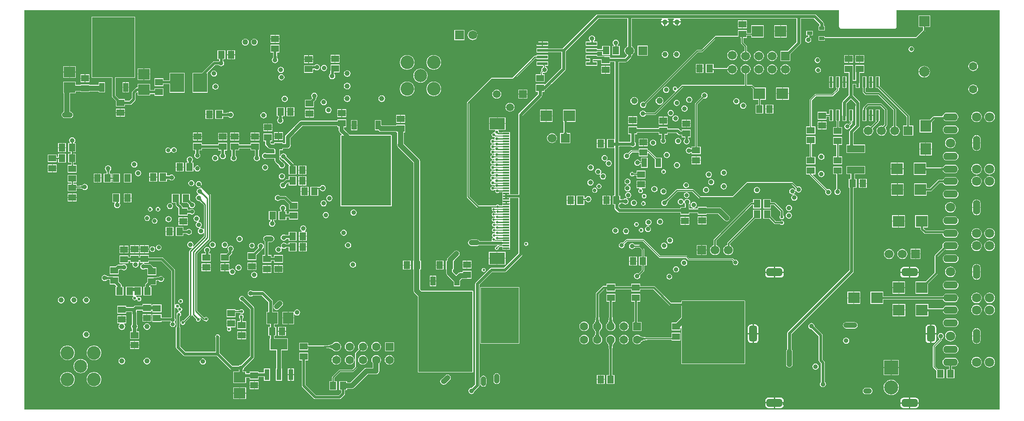
<source format=gbl>
G04*
G04 #@! TF.GenerationSoftware,Altium Limited,Altium Designer,21.5.1 (32)*
G04*
G04 Layer_Physical_Order=4*
G04 Layer_Color=16711680*
%FSLAX25Y25*%
%MOIN*%
G70*
G04*
G04 #@! TF.SameCoordinates,54AFFEB1-3E94-4089-A03D-164D74B6EA14*
G04*
G04*
G04 #@! TF.FilePolarity,Positive*
G04*
G01*
G75*
%ADD14C,0.00787*%
%ADD15C,0.01575*%
%ADD97R,0.08661X0.07874*%
%ADD99R,0.05118X0.05906*%
%ADD102R,0.13386X0.05512*%
%ADD103R,0.05906X0.05118*%
%ADD105R,0.02362X0.07874*%
%ADD109R,0.07874X0.08661*%
%ADD126R,0.08661X0.08465*%
%ADD140R,0.12795X0.08465*%
%ADD141R,0.03740X0.08465*%
%ADD149C,0.03937*%
%ADD150C,0.00906*%
%ADD151C,0.01181*%
%ADD152C,0.01968*%
%ADD153C,0.02362*%
%ADD154C,0.01500*%
%ADD155C,0.02756*%
%ADD158C,0.03150*%
%ADD160C,0.00591*%
%ADD164C,0.06693*%
%ADD165R,0.06693X0.06693*%
G04:AMPARAMS|DCode=166|XSize=118.11mil|YSize=59.06mil|CornerRadius=14.76mil|HoleSize=0mil|Usage=FLASHONLY|Rotation=0.000|XOffset=0mil|YOffset=0mil|HoleType=Round|Shape=RoundedRectangle|*
%AMROUNDEDRECTD166*
21,1,0.11811,0.02953,0,0,0.0*
21,1,0.08858,0.05906,0,0,0.0*
1,1,0.02953,0.04429,-0.01476*
1,1,0.02953,-0.04429,-0.01476*
1,1,0.02953,-0.04429,0.01476*
1,1,0.02953,0.04429,0.01476*
%
%ADD166ROUNDEDRECTD166*%
G04:AMPARAMS|DCode=167|XSize=118.11mil|YSize=59.06mil|CornerRadius=14.76mil|HoleSize=0mil|Usage=FLASHONLY|Rotation=90.000|XOffset=0mil|YOffset=0mil|HoleType=Round|Shape=RoundedRectangle|*
%AMROUNDEDRECTD167*
21,1,0.11811,0.02953,0,0,90.0*
21,1,0.08858,0.05906,0,0,90.0*
1,1,0.02953,0.01476,0.04429*
1,1,0.02953,0.01476,-0.04429*
1,1,0.02953,-0.01476,-0.04429*
1,1,0.02953,-0.01476,0.04429*
%
%ADD167ROUNDEDRECTD167*%
%ADD168R,0.10630X0.10630*%
%ADD169C,0.04331*%
%ADD170C,0.05906*%
%ADD171R,0.05906X0.05906*%
%ADD172R,0.07874X0.07874*%
%ADD173C,0.07874*%
%ADD174C,0.10630*%
%ADD175R,0.15748X0.15748*%
%ADD176C,0.04800*%
%ADD177C,0.06299*%
%ADD178C,0.07087*%
%ADD179O,0.11024X0.05512*%
%ADD180O,0.05512X0.11024*%
%ADD181R,0.05906X0.05906*%
%ADD182C,0.09843*%
%ADD183C,0.10236*%
%ADD184C,0.02362*%
%ADD185C,0.03543*%
%ADD186C,0.03150*%
%ADD187C,0.03937*%
%ADD188C,0.11811*%
%ADD189C,0.02165*%
%ADD190C,0.01968*%
%ADD191C,0.15748*%
%ADD192C,0.13780*%
%ADD193C,0.01772*%
%ADD194C,0.02756*%
%ADD195C,0.19685*%
%ADD200R,0.10630X0.14173*%
%ADD201R,0.04331X0.06693*%
%ADD202R,0.11811X0.08661*%
%ADD203R,0.05118X0.01181*%
%ADD204R,0.03937X0.06890*%
%ADD205R,0.21850X0.25000*%
%ADD206R,0.04134X0.02559*%
%ADD207R,0.07874X0.02362*%
%ADD208R,0.04724X0.05906*%
%ADD209R,0.08465X0.08661*%
%ADD210R,0.28543X0.41929*%
%ADD211R,0.31988X0.45276*%
%ADD212R,0.40748X0.60925*%
%ADD213R,0.37588X0.53150*%
G36*
X-984Y-302165D02*
X-735236D01*
Y-984D01*
X-121767D01*
Y-13261D01*
X-121760Y-13300D01*
X-121764Y-13340D01*
X-121745Y-13532D01*
X-121710Y-13645D01*
X-121687Y-13761D01*
X-121540Y-14115D01*
X-121366Y-14376D01*
X-121095Y-14647D01*
X-120834Y-14821D01*
X-120834Y-14821D01*
X-120480Y-14968D01*
X-120364Y-14991D01*
X-120251Y-15026D01*
X-120059Y-15045D01*
X-120019Y-15041D01*
X-119980Y-15048D01*
X-80309D01*
X-80001Y-14987D01*
X-79938Y-14945D01*
X-79852Y-14919D01*
X-79737Y-14896D01*
X-79382Y-14749D01*
X-79122Y-14575D01*
X-78850Y-14303D01*
X-78676Y-14043D01*
X-78529Y-13688D01*
X-78512Y-13604D01*
X-78481Y-13524D01*
X-78442Y-13313D01*
X-78444Y-13240D01*
X-78430Y-13170D01*
Y-984D01*
X-984D01*
Y-302165D01*
D02*
G37*
%LPC*%
G36*
X-191335Y-8658D02*
X-194488D01*
Y-11417D01*
X-191335D01*
Y-8658D01*
D02*
G37*
G36*
X-194888D02*
X-198041D01*
Y-11417D01*
X-194888D01*
Y-8658D01*
D02*
G37*
G36*
X-240969Y-10343D02*
X-243398D01*
Y-12771D01*
X-243123Y-12735D01*
X-242401Y-12436D01*
X-241780Y-11960D01*
X-241305Y-11340D01*
X-241005Y-10617D01*
X-240969Y-10343D01*
D02*
G37*
G36*
X-244398D02*
X-246826D01*
X-246790Y-10617D01*
X-246491Y-11340D01*
X-246015Y-11960D01*
X-245395Y-12436D01*
X-244673Y-12735D01*
X-244398Y-12771D01*
Y-10343D01*
D02*
G37*
G36*
X-250025Y-10441D02*
X-252453D01*
Y-12869D01*
X-252178Y-12833D01*
X-251456Y-12534D01*
X-250836Y-12058D01*
X-250360Y-11438D01*
X-250061Y-10716D01*
X-250025Y-10441D01*
D02*
G37*
G36*
X-253453D02*
X-255881D01*
X-255845Y-10716D01*
X-255546Y-11438D01*
X-255070Y-12058D01*
X-254450Y-12534D01*
X-253728Y-12833D01*
X-253453Y-12869D01*
Y-10441D01*
D02*
G37*
G36*
X-191335Y-11817D02*
X-194488D01*
Y-14576D01*
X-191335D01*
Y-11817D01*
D02*
G37*
G36*
X-194888D02*
X-198041D01*
Y-14576D01*
X-194888D01*
Y-11817D01*
D02*
G37*
G36*
X-140106Y-4195D02*
X-269384D01*
X-269384Y-4195D01*
X-303740D01*
X-304357Y-4318D01*
X-304880Y-4667D01*
X-330101Y-29888D01*
X-340939D01*
Y-29757D01*
X-349613D01*
Y-32920D01*
X-340939D01*
Y-32711D01*
X-330844D01*
Y-44509D01*
X-340609Y-54273D01*
X-340609Y-54273D01*
X-343190Y-56855D01*
X-343596Y-56687D01*
Y-56687D01*
X-350302D01*
Y-62605D01*
X-348561D01*
Y-64490D01*
X-362853Y-78781D01*
X-363202Y-79304D01*
X-363325Y-79921D01*
Y-139927D01*
X-369482D01*
Y-136424D01*
Y-132487D01*
Y-128550D01*
Y-124613D01*
Y-120676D01*
Y-116739D01*
Y-112802D01*
Y-108865D01*
Y-104928D01*
Y-100991D01*
Y-97054D01*
Y-93104D01*
X-375400D01*
Y-93225D01*
X-377739D01*
X-377914Y-93012D01*
X-378037Y-92394D01*
X-378387Y-91871D01*
X-378425Y-91845D01*
X-378274Y-91345D01*
X-372789D01*
Y-86814D01*
X-379095D01*
X-385400D01*
Y-91345D01*
X-380782D01*
X-380630Y-91845D01*
X-380669Y-91871D01*
X-381018Y-92394D01*
X-381141Y-93012D01*
X-381132Y-93057D01*
X-381558Y-93482D01*
X-381829Y-93428D01*
X-382446Y-93551D01*
X-382970Y-93901D01*
X-383319Y-94424D01*
X-383442Y-95042D01*
X-383319Y-95659D01*
X-382970Y-96183D01*
X-382446Y-96532D01*
X-381829Y-96655D01*
X-381371Y-96564D01*
X-380997Y-96853D01*
X-380934Y-96948D01*
X-380946Y-97012D01*
X-381215Y-97414D01*
X-381338Y-98032D01*
X-381283Y-98308D01*
X-381733Y-98609D01*
X-382021Y-98417D01*
X-382677Y-98286D01*
X-383333Y-98417D01*
X-383889Y-98788D01*
X-384261Y-99344D01*
X-384391Y-100000D01*
X-384261Y-100656D01*
X-383889Y-101212D01*
X-383333Y-101584D01*
X-382677Y-101714D01*
X-382021Y-101584D01*
X-381733Y-101391D01*
X-381283Y-101692D01*
X-381338Y-101969D01*
X-381283Y-102245D01*
X-381733Y-102546D01*
X-382021Y-102354D01*
X-382677Y-102223D01*
X-383333Y-102354D01*
X-383889Y-102725D01*
X-384261Y-103281D01*
X-384391Y-103937D01*
X-384261Y-104593D01*
X-383889Y-105149D01*
X-383333Y-105521D01*
X-382677Y-105651D01*
X-382021Y-105521D01*
X-381754Y-105342D01*
X-381304Y-105643D01*
X-381338Y-105815D01*
X-381262Y-106196D01*
X-381712Y-106497D01*
X-382021Y-106290D01*
X-382677Y-106160D01*
X-383333Y-106290D01*
X-383889Y-106662D01*
X-384261Y-107218D01*
X-384391Y-107874D01*
X-384261Y-108530D01*
X-383889Y-109086D01*
X-383333Y-109458D01*
X-382677Y-109588D01*
X-382021Y-109458D01*
X-381733Y-109265D01*
X-381283Y-109566D01*
X-381338Y-109843D01*
X-381283Y-110119D01*
X-381733Y-110420D01*
X-382021Y-110228D01*
X-382677Y-110097D01*
X-383333Y-110228D01*
X-383889Y-110599D01*
X-384261Y-111155D01*
X-384391Y-111811D01*
X-384261Y-112467D01*
X-383889Y-113023D01*
X-383333Y-113395D01*
X-382677Y-113525D01*
X-382021Y-113395D01*
X-381733Y-113202D01*
X-381283Y-113503D01*
X-381338Y-113780D01*
X-381283Y-114056D01*
X-381733Y-114357D01*
X-382021Y-114164D01*
X-382677Y-114034D01*
X-383333Y-114164D01*
X-383889Y-114536D01*
X-384261Y-115092D01*
X-384391Y-115748D01*
X-384261Y-116404D01*
X-383889Y-116960D01*
X-383333Y-117332D01*
X-382677Y-117462D01*
X-382021Y-117332D01*
X-381494Y-116979D01*
X-381374Y-117019D01*
X-381045Y-117231D01*
X-381141Y-117717D01*
X-381045Y-118202D01*
X-381374Y-118414D01*
X-381494Y-118454D01*
X-382021Y-118102D01*
X-382677Y-117971D01*
X-383333Y-118102D01*
X-383889Y-118473D01*
X-384261Y-119029D01*
X-384391Y-119685D01*
X-384261Y-120341D01*
X-383889Y-120897D01*
X-383333Y-121269D01*
X-382677Y-121399D01*
X-382021Y-121269D01*
X-381494Y-120916D01*
X-381374Y-120956D01*
X-381045Y-121168D01*
X-381141Y-121654D01*
X-381045Y-122140D01*
X-381374Y-122352D01*
X-381494Y-122391D01*
X-382021Y-122038D01*
X-382677Y-121908D01*
X-383333Y-122038D01*
X-383889Y-122410D01*
X-384261Y-122966D01*
X-384391Y-123622D01*
X-384261Y-124278D01*
X-383889Y-124834D01*
X-383333Y-125206D01*
X-382677Y-125336D01*
X-382021Y-125206D01*
X-381494Y-124853D01*
X-381374Y-124893D01*
X-381045Y-125105D01*
X-381141Y-125591D01*
X-381045Y-126077D01*
X-381374Y-126288D01*
X-381494Y-126328D01*
X-382021Y-125976D01*
X-382677Y-125845D01*
X-383333Y-125976D01*
X-383889Y-126347D01*
X-384261Y-126903D01*
X-384391Y-127559D01*
X-384261Y-128215D01*
X-383889Y-128771D01*
X-383333Y-129143D01*
X-383174Y-129174D01*
Y-129684D01*
X-383333Y-129716D01*
X-383889Y-130087D01*
X-384261Y-130643D01*
X-384391Y-131299D01*
X-384261Y-131955D01*
X-383889Y-132511D01*
X-383333Y-132883D01*
X-382677Y-133013D01*
X-382021Y-132883D01*
X-381560Y-132575D01*
X-381437Y-132582D01*
X-381370Y-132624D01*
X-381062Y-133064D01*
X-381141Y-133465D01*
X-381045Y-133951D01*
X-381374Y-134162D01*
X-381494Y-134202D01*
X-382021Y-133850D01*
X-382677Y-133719D01*
X-383333Y-133850D01*
X-383889Y-134221D01*
X-384261Y-134777D01*
X-384391Y-135433D01*
X-384261Y-136089D01*
X-383889Y-136645D01*
X-383333Y-137017D01*
X-382677Y-137147D01*
X-382021Y-137017D01*
X-381465Y-136645D01*
X-381265Y-136346D01*
X-380909Y-136357D01*
X-380722Y-136638D01*
X-380633Y-136825D01*
X-380748Y-137402D01*
X-380625Y-138019D01*
X-380275Y-138543D01*
X-379751Y-138892D01*
X-379134Y-139015D01*
X-378516Y-138892D01*
X-377993Y-138543D01*
X-377811Y-138271D01*
X-375400D01*
Y-140361D01*
Y-144298D01*
Y-145076D01*
X-372441D01*
X-369482D01*
Y-142750D01*
X-363325D01*
Y-184372D01*
X-374388Y-195435D01*
X-383760D01*
X-384377Y-195558D01*
X-384900Y-195907D01*
X-395333Y-206340D01*
X-395682Y-206863D01*
X-395805Y-207480D01*
Y-283190D01*
X-398564Y-285950D01*
X-398594Y-285944D01*
X-399481Y-286120D01*
X-400232Y-286622D01*
X-400734Y-287373D01*
X-400911Y-288260D01*
X-400734Y-289146D01*
X-400232Y-289898D01*
X-399481Y-290400D01*
X-398594Y-290576D01*
X-397708Y-290400D01*
X-396957Y-289898D01*
X-396455Y-289146D01*
X-396278Y-288260D01*
X-396284Y-288229D01*
X-393053Y-284998D01*
X-392704Y-284475D01*
X-392581Y-283858D01*
Y-208148D01*
X-383092Y-198659D01*
X-373721D01*
X-373103Y-198537D01*
X-372581Y-198187D01*
X-360573Y-186179D01*
X-360223Y-185656D01*
X-360101Y-185039D01*
Y-141339D01*
Y-80589D01*
X-345809Y-66297D01*
X-345460Y-65774D01*
X-345337Y-65158D01*
Y-62605D01*
X-343596D01*
Y-61237D01*
X-343084Y-61135D01*
X-342561Y-60786D01*
X-338329Y-56553D01*
X-338329Y-56553D01*
X-328093Y-46317D01*
X-327743Y-45794D01*
X-327620Y-45177D01*
Y-31967D01*
X-303073Y-7419D01*
X-281317D01*
Y-28168D01*
X-281594Y-28283D01*
X-282377Y-28883D01*
X-282977Y-29666D01*
X-283355Y-30577D01*
X-283484Y-31555D01*
X-283355Y-32533D01*
X-282977Y-33444D01*
X-282377Y-34227D01*
X-281717Y-34734D01*
X-281617Y-35166D01*
X-281630Y-35354D01*
X-283227Y-36951D01*
X-289180D01*
X-289797Y-37074D01*
X-289914Y-37152D01*
X-294305D01*
Y-35604D01*
X-301010D01*
Y-35747D01*
X-303931D01*
Y-34758D01*
X-312605D01*
Y-37920D01*
X-309679D01*
Y-39757D01*
X-312605D01*
Y-42920D01*
X-303931D01*
Y-39757D01*
X-306856D01*
Y-38569D01*
X-301010D01*
Y-41522D01*
X-294305D01*
Y-39974D01*
X-290792D01*
Y-98222D01*
X-296660D01*
Y-104928D01*
X-290791D01*
X-290783Y-140487D01*
X-291136Y-140840D01*
X-292426D01*
Y-147546D01*
X-290969D01*
Y-150098D01*
X-290846Y-150715D01*
X-290496Y-151238D01*
X-288443Y-153291D01*
X-287920Y-153641D01*
X-287303Y-153764D01*
X-241247D01*
Y-155419D01*
X-234541D01*
Y-153973D01*
X-228353D01*
Y-155222D01*
X-221647D01*
Y-154677D01*
X-212968D01*
X-208043Y-159602D01*
X-207260Y-160126D01*
X-206335Y-160310D01*
X-205411Y-160126D01*
X-204628Y-159602D01*
X-204104Y-158819D01*
X-203921Y-157895D01*
X-204104Y-156971D01*
X-204628Y-156187D01*
X-210260Y-150555D01*
X-211044Y-150031D01*
X-211968Y-149848D01*
X-221647D01*
Y-149303D01*
X-228353D01*
Y-150749D01*
X-231092D01*
X-231142Y-150249D01*
X-230966Y-150214D01*
X-230403Y-150102D01*
X-229652Y-149600D01*
X-229150Y-148849D01*
X-228974Y-147962D01*
X-229150Y-147076D01*
X-229652Y-146325D01*
X-230403Y-145822D01*
X-231290Y-145646D01*
X-232176Y-145822D01*
X-232928Y-146325D01*
X-233430Y-147076D01*
X-233606Y-147962D01*
X-233430Y-148849D01*
X-232928Y-149600D01*
X-232176Y-150102D01*
X-231614Y-150214D01*
X-231438Y-150249D01*
X-231487Y-150749D01*
X-234541D01*
Y-149500D01*
X-234608D01*
Y-147324D01*
X-234583Y-147307D01*
X-234081Y-146556D01*
X-233904Y-145669D01*
X-234081Y-144783D01*
X-234583Y-144032D01*
X-235334Y-143529D01*
X-236221Y-143353D01*
X-237107Y-143529D01*
X-237858Y-144032D01*
X-238360Y-144783D01*
X-238372Y-144844D01*
X-238882D01*
X-238919Y-144658D01*
X-239421Y-143907D01*
X-240173Y-143405D01*
X-241059Y-143228D01*
X-241946Y-143405D01*
X-242697Y-143907D01*
X-243199Y-144658D01*
X-243375Y-145545D01*
X-243199Y-146431D01*
X-242697Y-147182D01*
X-241946Y-147684D01*
X-241059Y-147861D01*
X-240173Y-147684D01*
X-239421Y-147182D01*
X-238919Y-146431D01*
X-238907Y-146370D01*
X-238397D01*
X-238360Y-146556D01*
X-237858Y-147307D01*
X-237833Y-147324D01*
Y-149500D01*
X-241247D01*
Y-150540D01*
X-286635D01*
X-287744Y-149431D01*
Y-147546D01*
X-286508D01*
Y-147064D01*
X-286153Y-146713D01*
X-285901Y-146716D01*
X-284701Y-146783D01*
X-284450Y-146814D01*
X-284372Y-146828D01*
X-284315Y-146913D01*
X-283564Y-147415D01*
X-282677Y-147592D01*
X-281791Y-147415D01*
X-281039Y-146913D01*
X-280537Y-146162D01*
X-280361Y-145276D01*
X-280537Y-144389D01*
X-281039Y-143638D01*
X-281791Y-143136D01*
X-282677Y-142959D01*
X-283564Y-143136D01*
X-284315Y-143638D01*
X-284360Y-143704D01*
X-286145Y-143805D01*
X-286508Y-143462D01*
Y-140840D01*
X-287559D01*
X-287567Y-103934D01*
X-287214Y-103581D01*
X-278820D01*
X-278803Y-103606D01*
X-278052Y-104108D01*
X-277165Y-104285D01*
X-276279Y-104108D01*
X-275528Y-103606D01*
X-275026Y-102855D01*
X-274849Y-101969D01*
X-275026Y-101082D01*
X-275528Y-100331D01*
X-275553Y-100314D01*
Y-94493D01*
X-273813D01*
Y-93343D01*
X-257585D01*
Y-94887D01*
X-255696D01*
Y-98030D01*
X-255780Y-98087D01*
X-256239Y-98773D01*
X-256400Y-99583D01*
X-256239Y-100392D01*
X-255780Y-101079D01*
X-255094Y-101537D01*
X-254284Y-101698D01*
X-253475Y-101537D01*
X-252788Y-101079D01*
X-252330Y-100392D01*
X-252169Y-99583D01*
X-252330Y-98773D01*
X-252788Y-98087D01*
X-252873Y-98030D01*
Y-94887D01*
X-250880D01*
Y-93540D01*
X-244173D01*
X-242774Y-94939D01*
X-242251Y-95289D01*
X-241634Y-95411D01*
X-240164D01*
Y-96956D01*
X-238026D01*
Y-98211D01*
X-238252Y-98362D01*
X-238754Y-99114D01*
X-238930Y-100000D01*
X-238754Y-100886D01*
X-238252Y-101638D01*
X-237501Y-102140D01*
X-236614Y-102316D01*
X-235728Y-102140D01*
X-234977Y-101638D01*
X-234474Y-100886D01*
X-234298Y-100000D01*
X-234474Y-99114D01*
X-234977Y-98362D01*
X-235203Y-98211D01*
Y-96956D01*
X-233458D01*
Y-91038D01*
X-240164D01*
Y-92187D01*
X-240966D01*
X-242365Y-90788D01*
X-242888Y-90439D01*
X-243505Y-90316D01*
X-250880D01*
Y-88969D01*
X-257585D01*
Y-90119D01*
X-273813D01*
Y-88575D01*
X-280518D01*
Y-94493D01*
X-278778D01*
Y-100314D01*
X-278803Y-100331D01*
X-278820Y-100356D01*
X-287568D01*
Y-40175D01*
X-282559D01*
X-281942Y-40052D01*
X-281419Y-39703D01*
X-278565Y-36849D01*
X-278216Y-36326D01*
X-278093Y-35709D01*
Y-34942D01*
X-277815Y-34828D01*
X-277033Y-34227D01*
X-276432Y-33444D01*
X-276055Y-32533D01*
X-275926Y-31555D01*
X-276055Y-30577D01*
X-276432Y-29666D01*
X-277033Y-28883D01*
X-277815Y-28283D01*
X-278093Y-28168D01*
Y-7419D01*
X-269384D01*
X-269384Y-7419D01*
X-255293D01*
X-255143Y-7919D01*
X-255546Y-8444D01*
X-255845Y-9166D01*
X-255881Y-9441D01*
X-250025D01*
X-250061Y-9166D01*
X-250360Y-8444D01*
X-250762Y-7919D01*
X-250612Y-7419D01*
X-246408D01*
X-246164Y-7919D01*
X-246491Y-8345D01*
X-246790Y-9068D01*
X-246826Y-9342D01*
X-240969D01*
X-241005Y-9068D01*
X-241305Y-8345D01*
X-241632Y-7919D01*
X-241387Y-7419D01*
X-153817D01*
Y-24844D01*
X-160738Y-31765D01*
X-165951D01*
Y-39258D01*
X-158458D01*
Y-34045D01*
X-151065Y-26652D01*
X-150715Y-26129D01*
X-150593Y-25512D01*
Y-7419D01*
X-140773D01*
X-136542Y-11650D01*
Y-13043D01*
X-137397D01*
Y-16402D01*
X-132463D01*
Y-13043D01*
X-133318D01*
Y-10983D01*
X-133441Y-10366D01*
X-133790Y-9843D01*
X-138966Y-4667D01*
X-139489Y-4318D01*
X-140106Y-4195D01*
D02*
G37*
G36*
X-161116Y-12297D02*
X-165647D01*
Y-16729D01*
X-161116D01*
Y-12297D01*
D02*
G37*
G36*
X-166047D02*
X-170577D01*
Y-16729D01*
X-166047D01*
Y-12297D01*
D02*
G37*
G36*
X-178439D02*
X-187900D01*
Y-18228D01*
X-191335D01*
Y-16139D01*
X-198041D01*
Y-20335D01*
X-214708D01*
X-215041Y-20401D01*
X-215323Y-20589D01*
X-225656Y-30922D01*
X-228672D01*
X-229004Y-30988D01*
X-229286Y-31176D01*
X-268391Y-70281D01*
X-268405Y-70271D01*
X-269291Y-70095D01*
X-270178Y-70271D01*
X-270929Y-70773D01*
X-271431Y-71525D01*
X-271607Y-72411D01*
X-271431Y-73298D01*
X-270929Y-74049D01*
X-270178Y-74551D01*
X-269291Y-74727D01*
X-268405Y-74551D01*
X-267654Y-74049D01*
X-267152Y-73298D01*
X-266975Y-72411D01*
X-267152Y-71525D01*
X-267161Y-71510D01*
X-228311Y-32661D01*
X-225295D01*
X-224963Y-32595D01*
X-224681Y-32406D01*
X-214348Y-22073D01*
X-196795D01*
X-196711Y-22057D01*
X-195653D01*
Y-25689D01*
X-195587Y-26022D01*
X-195398Y-26304D01*
X-193074Y-28628D01*
Y-31848D01*
X-193183Y-31862D01*
X-194094Y-32239D01*
X-194877Y-32840D01*
X-195477Y-33623D01*
X-195855Y-34534D01*
X-195984Y-35512D01*
X-195855Y-36490D01*
X-195477Y-37401D01*
X-194877Y-38184D01*
X-194094Y-38784D01*
X-193183Y-39162D01*
X-192205Y-39291D01*
X-191227Y-39162D01*
X-190315Y-38784D01*
X-189533Y-38184D01*
X-188932Y-37401D01*
X-188555Y-36490D01*
X-188426Y-35512D01*
X-188555Y-34534D01*
X-188932Y-33623D01*
X-189533Y-32840D01*
X-190315Y-32239D01*
X-191227Y-31862D01*
X-191335Y-31848D01*
Y-28268D01*
X-191402Y-27935D01*
X-191590Y-27653D01*
X-193914Y-25329D01*
Y-22057D01*
X-191335D01*
Y-19967D01*
X-187900D01*
Y-21561D01*
X-178439D01*
Y-12297D01*
D02*
G37*
G36*
X-53343Y-5128D02*
X-62017D01*
Y-13802D01*
X-58550D01*
Y-15883D01*
X-64000Y-21334D01*
X-130512Y-21334D01*
X-132463D01*
Y-20524D01*
X-137397D01*
Y-23883D01*
X-132463D01*
Y-23073D01*
X-130512D01*
X-63640Y-23073D01*
X-63307Y-23006D01*
X-63025Y-22818D01*
X-57065Y-16858D01*
X-56877Y-16576D01*
X-56811Y-16243D01*
Y-13802D01*
X-53343D01*
Y-5128D01*
D02*
G37*
G36*
X-161116Y-17129D02*
X-165647D01*
Y-21561D01*
X-161116D01*
Y-17129D01*
D02*
G37*
G36*
X-166047D02*
X-170577D01*
Y-21561D01*
X-166047D01*
Y-17129D01*
D02*
G37*
G36*
X-543104Y-19678D02*
X-546257D01*
Y-22437D01*
X-543104D01*
Y-19678D01*
D02*
G37*
G36*
X-546657D02*
X-549810D01*
Y-22437D01*
X-546657D01*
Y-19678D01*
D02*
G37*
G36*
X-404009Y-16076D02*
X-411502D01*
Y-23569D01*
X-404009D01*
Y-16076D01*
D02*
G37*
G36*
X-397756Y-16044D02*
X-398734Y-16173D01*
X-399645Y-16550D01*
X-400428Y-17151D01*
X-401028Y-17933D01*
X-401406Y-18845D01*
X-401535Y-19823D01*
X-401406Y-20801D01*
X-401028Y-21712D01*
X-400428Y-22495D01*
X-399645Y-23095D01*
X-398734Y-23473D01*
X-397756Y-23602D01*
X-396778Y-23473D01*
X-395866Y-23095D01*
X-395084Y-22495D01*
X-394483Y-21712D01*
X-394106Y-20801D01*
X-393977Y-19823D01*
X-394106Y-18845D01*
X-394483Y-17933D01*
X-395084Y-17151D01*
X-395866Y-16550D01*
X-396778Y-16173D01*
X-397756Y-16044D01*
D02*
G37*
G36*
X-543104Y-22837D02*
X-546257D01*
Y-25596D01*
X-543104D01*
Y-22837D01*
D02*
G37*
G36*
X-546657D02*
X-549810D01*
Y-25596D01*
X-546657D01*
Y-22837D01*
D02*
G37*
G36*
X-141518Y-16783D02*
X-146452D01*
Y-20143D01*
X-144855D01*
Y-20827D01*
X-145079Y-21011D01*
X-145965Y-21187D01*
X-146717Y-21689D01*
X-147219Y-22440D01*
X-147395Y-23327D01*
X-147219Y-24213D01*
X-146717Y-24964D01*
X-145965Y-25467D01*
X-145079Y-25643D01*
X-144193Y-25467D01*
X-143441Y-24964D01*
X-142939Y-24213D01*
X-142763Y-23327D01*
X-142939Y-22440D01*
X-143257Y-21964D01*
X-143182Y-21852D01*
X-143116Y-21519D01*
Y-20143D01*
X-141518D01*
Y-16783D01*
D02*
G37*
G36*
X-345476Y-24757D02*
X-349613D01*
Y-26139D01*
X-348666D01*
X-348169Y-25190D01*
X-348129Y-25322D01*
X-348035Y-25441D01*
X-347884Y-25545D01*
X-347678Y-25635D01*
X-347417Y-25712D01*
X-347100Y-25775D01*
X-346727Y-25823D01*
X-345815Y-25879D01*
X-345476Y-25883D01*
Y-24757D01*
D02*
G37*
G36*
X-340939D02*
X-345076D01*
Y-26139D01*
X-340939D01*
Y-24757D01*
D02*
G37*
G36*
X-562169Y-22514D02*
X-562838Y-22602D01*
X-563462Y-22861D01*
X-563998Y-23272D01*
X-564409Y-23808D01*
X-564668Y-24432D01*
X-564756Y-25102D01*
X-564668Y-25771D01*
X-564409Y-26395D01*
X-563998Y-26931D01*
X-563462Y-27343D01*
X-562838Y-27601D01*
X-562169Y-27689D01*
X-561499Y-27601D01*
X-560875Y-27343D01*
X-560339Y-26931D01*
X-559928Y-26395D01*
X-559669Y-25771D01*
X-559581Y-25102D01*
X-559669Y-24432D01*
X-559928Y-23808D01*
X-560339Y-23272D01*
X-560875Y-22861D01*
X-561499Y-22602D01*
X-562169Y-22514D01*
D02*
G37*
G36*
X-568861D02*
X-569531Y-22602D01*
X-570155Y-22861D01*
X-570691Y-23272D01*
X-571102Y-23808D01*
X-571361Y-24432D01*
X-571449Y-25102D01*
X-571361Y-25771D01*
X-571102Y-26395D01*
X-570691Y-26931D01*
X-570155Y-27343D01*
X-569531Y-27601D01*
X-568861Y-27689D01*
X-568192Y-27601D01*
X-567568Y-27343D01*
X-567032Y-26931D01*
X-566621Y-26395D01*
X-566362Y-25771D01*
X-566274Y-25102D01*
X-566362Y-24432D01*
X-566621Y-23808D01*
X-567032Y-23272D01*
X-567568Y-22861D01*
X-568192Y-22602D01*
X-568861Y-22514D01*
D02*
G37*
G36*
X-307850Y-20053D02*
X-308736Y-20229D01*
X-309488Y-20731D01*
X-309990Y-21482D01*
X-310166Y-22369D01*
X-309990Y-23255D01*
X-309488Y-24006D01*
X-309112Y-24258D01*
X-309264Y-24757D01*
X-312605D01*
Y-27920D01*
X-303931D01*
Y-24757D01*
X-306437D01*
X-306588Y-24258D01*
X-306212Y-24006D01*
X-305710Y-23255D01*
X-305534Y-22369D01*
X-305710Y-21482D01*
X-306212Y-20731D01*
X-306964Y-20229D01*
X-307850Y-20053D01*
D02*
G37*
G36*
X-340939Y-26539D02*
X-345076D01*
Y-27920D01*
X-340939D01*
Y-26539D01*
D02*
G37*
G36*
X-348876D02*
X-349613D01*
Y-27920D01*
X-345476D01*
Y-26793D01*
X-349051Y-26871D01*
X-348876Y-26539D01*
D02*
G37*
G36*
X-294305Y-28124D02*
X-300223D01*
Y-30469D01*
X-303931D01*
Y-29757D01*
X-312605D01*
Y-32920D01*
X-303931D01*
Y-32208D01*
X-300223D01*
Y-34829D01*
X-294305D01*
Y-28124D01*
D02*
G37*
G36*
X-67421Y-28298D02*
X-68231Y-28459D01*
X-68917Y-28918D01*
X-69376Y-29604D01*
X-69537Y-30413D01*
X-69376Y-31223D01*
X-68917Y-31909D01*
X-68231Y-32368D01*
X-67421Y-32529D01*
X-66612Y-32368D01*
X-65926Y-31909D01*
X-65467Y-31223D01*
X-65306Y-30413D01*
X-65467Y-29604D01*
X-65926Y-28918D01*
X-66612Y-28459D01*
X-67421Y-28298D01*
D02*
G37*
G36*
X-576567Y-31293D02*
X-579326D01*
Y-34446D01*
X-576567D01*
Y-31293D01*
D02*
G37*
G36*
X-579727D02*
X-582485D01*
Y-34446D01*
X-579727D01*
Y-31293D01*
D02*
G37*
G36*
X-290059Y-23274D02*
X-290946Y-23451D01*
X-291697Y-23953D01*
X-292199Y-24704D01*
X-292375Y-25591D01*
X-292199Y-26477D01*
X-291697Y-27228D01*
X-291105Y-27624D01*
X-291257Y-28124D01*
X-292743D01*
Y-34829D01*
X-286824D01*
Y-28124D01*
X-288861D01*
X-289013Y-27624D01*
X-288421Y-27228D01*
X-287919Y-26477D01*
X-287743Y-25591D01*
X-287919Y-24704D01*
X-288421Y-23953D01*
X-289173Y-23451D01*
X-290059Y-23274D01*
D02*
G37*
G36*
X-265958Y-27809D02*
X-273451D01*
Y-35302D01*
X-265958D01*
Y-27809D01*
D02*
G37*
G36*
X-244181Y-31938D02*
X-245145Y-32130D01*
X-245961Y-32675D01*
X-246507Y-33492D01*
X-246698Y-34455D01*
X-246507Y-35418D01*
X-245961Y-36235D01*
X-245145Y-36780D01*
X-244181Y-36972D01*
X-243218Y-36780D01*
X-242402Y-36235D01*
X-241856Y-35418D01*
X-241665Y-34455D01*
X-241856Y-33492D01*
X-242402Y-32675D01*
X-243218Y-32130D01*
X-244181Y-31938D01*
D02*
G37*
G36*
X-252838D02*
X-253801Y-32130D01*
X-254618Y-32675D01*
X-255163Y-33492D01*
X-255355Y-34455D01*
X-255163Y-35418D01*
X-254618Y-36235D01*
X-253801Y-36780D01*
X-252838Y-36972D01*
X-251875Y-36780D01*
X-251058Y-36235D01*
X-250513Y-35418D01*
X-250321Y-34455D01*
X-250513Y-33492D01*
X-251058Y-32675D01*
X-251875Y-32130D01*
X-252838Y-31938D01*
D02*
G37*
G36*
X-498032Y-34648D02*
X-501184D01*
Y-37407D01*
X-498032D01*
Y-34648D01*
D02*
G37*
G36*
X-501584D02*
X-504737D01*
Y-37407D01*
X-501584D01*
Y-34648D01*
D02*
G37*
G36*
X-102946Y-34835D02*
X-106099D01*
Y-37594D01*
X-102946D01*
Y-34835D01*
D02*
G37*
G36*
X-106499D02*
X-109652D01*
Y-37594D01*
X-106499D01*
Y-34835D01*
D02*
G37*
G36*
X-111214D02*
X-114367D01*
Y-37594D01*
X-111214D01*
Y-34835D01*
D02*
G37*
G36*
X-114767D02*
X-117920D01*
Y-37594D01*
X-114767D01*
Y-34835D01*
D02*
G37*
G36*
X-517907Y-35034D02*
X-521060D01*
Y-37793D01*
X-517907D01*
Y-35034D01*
D02*
G37*
G36*
X-521460D02*
X-524613D01*
Y-37793D01*
X-521460D01*
Y-35034D01*
D02*
G37*
G36*
X-340939Y-34758D02*
X-349613D01*
Y-35469D01*
X-350807D01*
X-351140Y-35535D01*
X-351422Y-35724D01*
X-367781Y-52083D01*
X-383244D01*
X-383576Y-52149D01*
X-383858Y-52338D01*
X-401796Y-70275D01*
X-401985Y-70558D01*
X-402051Y-70890D01*
Y-141732D01*
X-401985Y-142065D01*
X-401796Y-142347D01*
X-394316Y-149827D01*
X-394034Y-150016D01*
X-393701Y-150082D01*
X-383542D01*
X-383275Y-150582D01*
X-383288Y-150602D01*
X-383403Y-151181D01*
X-383288Y-151760D01*
X-382960Y-152251D01*
X-382469Y-152579D01*
X-381890Y-152694D01*
X-381311Y-152579D01*
X-380935Y-152328D01*
X-380761Y-152341D01*
X-380726Y-152360D01*
X-380385Y-152820D01*
X-380450Y-153150D01*
X-380385Y-153479D01*
X-380726Y-153939D01*
X-380761Y-153958D01*
X-380935Y-153971D01*
X-381311Y-153720D01*
X-381890Y-153605D01*
X-382469Y-153720D01*
X-382960Y-154048D01*
X-383288Y-154539D01*
X-383403Y-155118D01*
X-383288Y-155697D01*
X-382960Y-156188D01*
X-382469Y-156516D01*
X-381890Y-156632D01*
X-381311Y-156516D01*
X-381230Y-156462D01*
X-380780Y-156763D01*
X-380844Y-157087D01*
X-380780Y-157411D01*
X-381230Y-157711D01*
X-381311Y-157657D01*
X-381890Y-157542D01*
X-382469Y-157657D01*
X-382960Y-157985D01*
X-383288Y-158476D01*
X-383403Y-159055D01*
X-383288Y-159634D01*
X-382960Y-160125D01*
X-382469Y-160453D01*
X-381890Y-160568D01*
X-381311Y-160453D01*
X-381230Y-160399D01*
X-380780Y-160700D01*
X-380844Y-161024D01*
X-380810Y-161196D01*
X-380911Y-161329D01*
X-381246Y-161568D01*
X-381693Y-161479D01*
X-382272Y-161594D01*
X-382763Y-161922D01*
X-383091Y-162413D01*
X-383206Y-162992D01*
X-383091Y-163571D01*
X-382763Y-164062D01*
X-382272Y-164390D01*
X-381693Y-164506D01*
X-381246Y-164417D01*
X-380911Y-164656D01*
X-380810Y-164789D01*
X-380844Y-164961D01*
X-380810Y-165133D01*
X-380911Y-165266D01*
X-381246Y-165505D01*
X-381693Y-165416D01*
X-382272Y-165531D01*
X-382763Y-165859D01*
X-383091Y-166350D01*
X-383206Y-166929D01*
X-383091Y-167508D01*
X-382763Y-167999D01*
X-382272Y-168327D01*
X-381693Y-168442D01*
X-381246Y-168353D01*
X-380911Y-168593D01*
X-380810Y-168726D01*
X-380844Y-168898D01*
X-380810Y-169070D01*
X-380911Y-169203D01*
X-381246Y-169442D01*
X-381693Y-169353D01*
X-382272Y-169468D01*
X-382763Y-169796D01*
X-383091Y-170287D01*
X-383206Y-170866D01*
X-383091Y-171445D01*
X-382763Y-171936D01*
X-382498Y-172114D01*
X-382486Y-172315D01*
X-382556Y-172676D01*
X-382960Y-172946D01*
X-383288Y-173437D01*
X-383403Y-174016D01*
X-383288Y-174595D01*
X-383245Y-174660D01*
X-383512Y-175160D01*
X-392525D01*
X-392781Y-174777D01*
X-393564Y-174254D01*
X-393584Y-174250D01*
X-393602Y-174238D01*
X-394488Y-174062D01*
X-394530Y-174070D01*
X-398712D01*
X-399636Y-174254D01*
X-400420Y-174777D01*
X-400943Y-175561D01*
X-401127Y-176485D01*
X-400943Y-177409D01*
X-400420Y-178193D01*
X-399636Y-178716D01*
X-398712Y-178900D01*
X-394488D01*
X-393564Y-178716D01*
X-393067Y-178384D01*
X-379274D01*
X-379082Y-178841D01*
X-379356Y-179137D01*
X-379521Y-179104D01*
X-380062Y-179212D01*
X-380521Y-179518D01*
X-380827Y-179976D01*
X-380934Y-180517D01*
X-380827Y-181058D01*
X-380521Y-181516D01*
X-380062Y-181823D01*
X-379521Y-181930D01*
X-378981Y-181823D01*
X-378522Y-181516D01*
X-378216Y-181058D01*
X-378108Y-180517D01*
X-378153Y-180293D01*
X-377415Y-179556D01*
X-375400D01*
Y-180509D01*
X-372441D01*
X-369482D01*
Y-177762D01*
Y-173825D01*
Y-169888D01*
Y-165951D01*
Y-162014D01*
Y-158077D01*
Y-154140D01*
Y-150203D01*
Y-147444D01*
X-372441D01*
X-375400D01*
Y-148343D01*
X-377733D01*
X-377867Y-148143D01*
X-378358Y-147815D01*
X-378937Y-147699D01*
X-379516Y-147815D01*
X-380007Y-148143D01*
X-380141Y-148343D01*
X-393341D01*
X-400312Y-141372D01*
Y-71250D01*
X-382884Y-53822D01*
X-367421D01*
X-367089Y-53756D01*
X-366807Y-53568D01*
X-350447Y-37208D01*
X-349613D01*
Y-37920D01*
X-340939D01*
Y-34758D01*
D02*
G37*
G36*
X-576567Y-34846D02*
X-579326D01*
Y-37998D01*
X-576567D01*
Y-34846D01*
D02*
G37*
G36*
X-579727D02*
X-582485D01*
Y-37998D01*
X-579727D01*
Y-34846D01*
D02*
G37*
G36*
X-202205Y-31233D02*
X-203183Y-31362D01*
X-204094Y-31739D01*
X-204877Y-32340D01*
X-205477Y-33123D01*
X-205855Y-34034D01*
X-205984Y-35012D01*
X-205855Y-35990D01*
X-205477Y-36901D01*
X-204877Y-37684D01*
X-204094Y-38284D01*
X-203183Y-38662D01*
X-202205Y-38791D01*
X-201227Y-38662D01*
X-200315Y-38284D01*
X-199533Y-37684D01*
X-198932Y-36901D01*
X-198555Y-35990D01*
X-198426Y-35012D01*
X-198555Y-34034D01*
X-198932Y-33123D01*
X-199533Y-32340D01*
X-200315Y-31739D01*
X-201227Y-31362D01*
X-202205Y-31233D01*
D02*
G37*
G36*
X-172205Y-31733D02*
X-173183Y-31862D01*
X-174094Y-32239D01*
X-174877Y-32840D01*
X-175477Y-33623D01*
X-175855Y-34534D01*
X-175984Y-35512D01*
X-175855Y-36490D01*
X-175477Y-37401D01*
X-174877Y-38184D01*
X-174094Y-38784D01*
X-173183Y-39162D01*
X-172205Y-39291D01*
X-171227Y-39162D01*
X-170315Y-38784D01*
X-169533Y-38184D01*
X-168932Y-37401D01*
X-168555Y-36490D01*
X-168426Y-35512D01*
X-168555Y-34534D01*
X-168932Y-33623D01*
X-169533Y-32840D01*
X-170315Y-32239D01*
X-171227Y-31862D01*
X-172205Y-31733D01*
D02*
G37*
G36*
X-182205D02*
X-183183Y-31862D01*
X-184094Y-32239D01*
X-184877Y-32840D01*
X-185477Y-33623D01*
X-185855Y-34534D01*
X-185984Y-35512D01*
X-185855Y-36490D01*
X-185477Y-37401D01*
X-184877Y-38184D01*
X-184094Y-38784D01*
X-183183Y-39162D01*
X-182205Y-39291D01*
X-181227Y-39162D01*
X-180315Y-38784D01*
X-179533Y-38184D01*
X-178932Y-37401D01*
X-178555Y-36490D01*
X-178426Y-35512D01*
X-178555Y-34534D01*
X-178932Y-33623D01*
X-179533Y-32840D01*
X-180315Y-32239D01*
X-181227Y-31862D01*
X-182205Y-31733D01*
D02*
G37*
G36*
X-426808Y-34854D02*
Y-40194D01*
X-421468D01*
X-421632Y-38953D01*
X-422188Y-37611D01*
X-423072Y-36458D01*
X-424225Y-35574D01*
X-425567Y-35018D01*
X-426808Y-34854D01*
D02*
G37*
G36*
X-446808D02*
Y-40194D01*
X-441468D01*
X-441632Y-38953D01*
X-442188Y-37611D01*
X-443072Y-36458D01*
X-444225Y-35574D01*
X-445567Y-35018D01*
X-446808Y-34854D01*
D02*
G37*
G36*
X-427208D02*
X-428448Y-35018D01*
X-429791Y-35574D01*
X-430943Y-36458D01*
X-431828Y-37611D01*
X-432384Y-38953D01*
X-432547Y-40194D01*
X-427208D01*
Y-34854D01*
D02*
G37*
G36*
X-447208D02*
X-448448Y-35018D01*
X-449791Y-35574D01*
X-450944Y-36458D01*
X-451828Y-37611D01*
X-452384Y-38953D01*
X-452547Y-40194D01*
X-447208D01*
Y-34854D01*
D02*
G37*
G36*
X-498032Y-37807D02*
X-501184D01*
Y-40566D01*
X-498032D01*
Y-37807D01*
D02*
G37*
G36*
X-501584D02*
X-504737D01*
Y-40566D01*
X-501584D01*
Y-37807D01*
D02*
G37*
G36*
X-102946Y-37994D02*
X-106099D01*
Y-40753D01*
X-102946D01*
Y-37994D01*
D02*
G37*
G36*
X-106499D02*
X-109652D01*
Y-40753D01*
X-106499D01*
Y-37994D01*
D02*
G37*
G36*
X-111214Y-37994D02*
X-114367D01*
Y-40753D01*
X-111214D01*
Y-37994D01*
D02*
G37*
G36*
X-114767D02*
X-117920D01*
Y-40753D01*
X-114767D01*
Y-37994D01*
D02*
G37*
G36*
X-138091Y-36664D02*
X-138900Y-36825D01*
X-139586Y-37284D01*
X-140045Y-37970D01*
X-140206Y-38780D01*
X-140045Y-39589D01*
X-139586Y-40275D01*
X-138900Y-40734D01*
X-138091Y-40895D01*
X-137281Y-40734D01*
X-136595Y-40275D01*
X-136136Y-39589D01*
X-135975Y-38780D01*
X-136136Y-37970D01*
X-136595Y-37284D01*
X-137281Y-36825D01*
X-138091Y-36664D01*
D02*
G37*
G36*
X-543104Y-27158D02*
X-549810D01*
Y-33076D01*
X-547906D01*
X-547874Y-33576D01*
X-547897Y-35359D01*
X-547965Y-36559D01*
X-547995Y-36810D01*
X-548009Y-36888D01*
X-548095Y-36945D01*
X-548597Y-37696D01*
X-548773Y-38583D01*
X-548597Y-39469D01*
X-548095Y-40220D01*
X-547343Y-40723D01*
X-546457Y-40899D01*
X-545570Y-40723D01*
X-544819Y-40220D01*
X-544317Y-39469D01*
X-544141Y-38583D01*
X-544317Y-37696D01*
X-544819Y-36945D01*
X-544886Y-36900D01*
X-545037Y-34221D01*
X-545040Y-33576D01*
X-545014Y-33076D01*
X-543104D01*
Y-27158D01*
D02*
G37*
G36*
X-517907Y-38193D02*
X-521060D01*
Y-40952D01*
X-517907D01*
Y-38193D01*
D02*
G37*
G36*
X-521460D02*
X-524613D01*
Y-40952D01*
X-521460D01*
Y-38193D01*
D02*
G37*
G36*
X-515059Y-41778D02*
X-515945Y-41955D01*
X-516697Y-42457D01*
X-516864Y-42707D01*
X-517645Y-42760D01*
X-517907Y-42515D01*
Y-42515D01*
X-524613D01*
Y-48433D01*
X-517907D01*
Y-45836D01*
X-517407Y-45394D01*
X-517169Y-45413D01*
X-516946Y-45445D01*
X-516879Y-45460D01*
X-516697Y-45732D01*
X-515945Y-46234D01*
X-515059Y-46411D01*
X-514173Y-46234D01*
X-513421Y-45732D01*
X-512919Y-44981D01*
X-512743Y-44094D01*
X-512919Y-43208D01*
X-513421Y-42457D01*
X-514173Y-41955D01*
X-515059Y-41778D01*
D02*
G37*
G36*
X-584048Y-31293D02*
X-589966D01*
Y-37998D01*
X-588477D01*
Y-39117D01*
X-588761Y-39307D01*
X-588912Y-39534D01*
X-592126D01*
X-592666Y-39641D01*
X-593124Y-39947D01*
X-601399Y-48222D01*
X-608526D01*
Y-63195D01*
X-597096D01*
Y-48222D01*
X-597096Y-48222D01*
X-597096D01*
X-596953Y-47768D01*
X-591541Y-42356D01*
X-588912D01*
X-588761Y-42583D01*
X-588010Y-43085D01*
X-587123Y-43261D01*
X-586237Y-43085D01*
X-585486Y-42583D01*
X-584983Y-41831D01*
X-584807Y-40945D01*
X-584983Y-40059D01*
X-585486Y-39307D01*
X-585654Y-39195D01*
Y-37998D01*
X-584048D01*
Y-31293D01*
D02*
G37*
G36*
X-223813Y-41529D02*
X-226572D01*
Y-44682D01*
X-223813D01*
Y-41529D01*
D02*
G37*
G36*
X-226972D02*
X-229731D01*
Y-44682D01*
X-226972D01*
Y-41529D01*
D02*
G37*
G36*
X-162005Y-41759D02*
Y-45312D01*
X-158452D01*
X-158555Y-44534D01*
X-158932Y-43622D01*
X-159533Y-42840D01*
X-160315Y-42239D01*
X-161227Y-41862D01*
X-162005Y-41759D01*
D02*
G37*
G36*
X-162405Y-41759D02*
X-163183Y-41862D01*
X-164094Y-42239D01*
X-164877Y-42840D01*
X-165477Y-43622D01*
X-165855Y-44534D01*
X-165957Y-45312D01*
X-162405D01*
Y-41759D01*
D02*
G37*
G36*
X-294305Y-43084D02*
X-297458D01*
Y-45843D01*
X-294305D01*
Y-43084D01*
D02*
G37*
G36*
X-297857D02*
X-301010D01*
Y-45843D01*
X-297857D01*
Y-43084D01*
D02*
G37*
G36*
X-427208Y-40594D02*
X-432547D01*
X-432384Y-41834D01*
X-431828Y-43177D01*
X-430943Y-44329D01*
X-429791Y-45214D01*
X-428448Y-45770D01*
X-427208Y-45933D01*
Y-40594D01*
D02*
G37*
G36*
X-447208D02*
X-452547D01*
X-452384Y-41834D01*
X-451828Y-43177D01*
X-450944Y-44329D01*
X-449791Y-45214D01*
X-448448Y-45770D01*
X-447208Y-45933D01*
Y-40594D01*
D02*
G37*
G36*
X-421468D02*
X-426808D01*
Y-45933D01*
X-425567Y-45770D01*
X-424225Y-45214D01*
X-423072Y-44329D01*
X-422188Y-43177D01*
X-421632Y-41834D01*
X-421468Y-40594D01*
D02*
G37*
G36*
X-441468D02*
X-446808D01*
Y-45933D01*
X-445567Y-45770D01*
X-444225Y-45214D01*
X-443072Y-44329D01*
X-442188Y-43177D01*
X-441632Y-41834D01*
X-441468Y-40594D01*
D02*
G37*
G36*
X-509646Y-42222D02*
X-510532Y-42398D01*
X-511283Y-42900D01*
X-511786Y-43651D01*
X-511962Y-44538D01*
X-511786Y-45424D01*
X-511283Y-46175D01*
X-510532Y-46677D01*
X-509646Y-46854D01*
X-508759Y-46677D01*
X-508008Y-46175D01*
X-507506Y-45424D01*
X-507330Y-44538D01*
X-507506Y-43651D01*
X-508008Y-42900D01*
X-508759Y-42398D01*
X-509646Y-42222D01*
D02*
G37*
G36*
X-20866Y-39725D02*
X-21793Y-39847D01*
X-22656Y-40205D01*
X-23398Y-40774D01*
X-23967Y-41515D01*
X-24324Y-42379D01*
X-24446Y-43305D01*
X-24324Y-44232D01*
X-23967Y-45095D01*
X-23398Y-45837D01*
X-22656Y-46406D01*
X-21793Y-46763D01*
X-20866Y-46885D01*
X-19940Y-46763D01*
X-19076Y-46406D01*
X-18335Y-45837D01*
X-17766Y-45095D01*
X-17408Y-44232D01*
X-17286Y-43305D01*
X-17408Y-42379D01*
X-17766Y-41515D01*
X-18335Y-40774D01*
X-19076Y-40205D01*
X-19940Y-39847D01*
X-20866Y-39725D01*
D02*
G37*
G36*
X-57480Y-43109D02*
Y-47257D01*
X-53332D01*
X-53455Y-46325D01*
X-53892Y-45270D01*
X-54587Y-44363D01*
X-55493Y-43668D01*
X-56548Y-43231D01*
X-57480Y-43109D01*
D02*
G37*
G36*
X-57880D02*
X-58812Y-43231D01*
X-59868Y-43668D01*
X-60773Y-44363D01*
X-61469Y-45270D01*
X-61906Y-46325D01*
X-62028Y-47257D01*
X-57880D01*
Y-43109D01*
D02*
G37*
G36*
X-696469Y-43307D02*
X-701000D01*
Y-47444D01*
X-696469D01*
Y-43307D01*
D02*
G37*
G36*
X-701400D02*
X-705931D01*
Y-47444D01*
X-701400D01*
Y-43307D01*
D02*
G37*
G36*
X-340939Y-39757D02*
X-349613D01*
Y-42920D01*
X-344879D01*
X-344558Y-43259D01*
X-344613Y-43759D01*
X-345320Y-44231D01*
X-345821Y-44982D01*
X-345998Y-45868D01*
X-345821Y-46755D01*
X-345778Y-46820D01*
X-346342Y-47384D01*
X-346517Y-47647D01*
X-346579Y-47956D01*
X-346579Y-47956D01*
Y-49206D01*
X-350302D01*
Y-55124D01*
X-343596D01*
Y-49206D01*
X-344960D01*
Y-48307D01*
X-344581Y-47999D01*
X-344568Y-48008D01*
X-343682Y-48185D01*
X-342795Y-48008D01*
X-342044Y-47506D01*
X-341542Y-46755D01*
X-341366Y-45868D01*
X-341542Y-44982D01*
X-342044Y-44231D01*
X-342795Y-43729D01*
X-342872Y-43713D01*
Y-42933D01*
X-342872Y-42933D01*
X-342862Y-42920D01*
X-340939D01*
Y-39757D01*
D02*
G37*
G36*
X-223813Y-45082D02*
X-226572D01*
Y-48235D01*
X-223813D01*
Y-45082D01*
D02*
G37*
G36*
X-226972D02*
X-229731D01*
Y-48235D01*
X-226972D01*
Y-45082D01*
D02*
G37*
G36*
X-137697Y-44046D02*
X-138506Y-44207D01*
X-139193Y-44666D01*
X-139651Y-45352D01*
X-139812Y-46161D01*
X-139651Y-46971D01*
X-139193Y-47657D01*
X-138506Y-48116D01*
X-137697Y-48277D01*
X-136887Y-48116D01*
X-136201Y-47657D01*
X-135742Y-46971D01*
X-135582Y-46161D01*
X-135742Y-45352D01*
X-136201Y-44666D01*
X-136887Y-44207D01*
X-137697Y-44046D01*
D02*
G37*
G36*
X-542126Y-43747D02*
X-543012Y-43923D01*
X-543764Y-44425D01*
X-544266Y-45177D01*
X-544442Y-46063D01*
X-544266Y-46949D01*
X-543764Y-47701D01*
X-543012Y-48203D01*
X-542126Y-48379D01*
X-541240Y-48203D01*
X-540488Y-47701D01*
X-539986Y-46949D01*
X-539810Y-46063D01*
X-539986Y-45177D01*
X-540488Y-44425D01*
X-541240Y-43923D01*
X-542126Y-43747D01*
D02*
G37*
G36*
X-294305Y-46243D02*
X-297458D01*
Y-49002D01*
X-294305D01*
Y-46243D01*
D02*
G37*
G36*
X-297857D02*
X-301010D01*
Y-49002D01*
X-297857D01*
Y-46243D01*
D02*
G37*
G36*
X-640545Y-44876D02*
X-645076D01*
Y-49013D01*
X-640545D01*
Y-44876D01*
D02*
G37*
G36*
X-645476D02*
X-650006D01*
Y-49013D01*
X-645476D01*
Y-44876D01*
D02*
G37*
G36*
X-162405Y-45712D02*
X-165957D01*
X-165855Y-46490D01*
X-165477Y-47401D01*
X-164877Y-48184D01*
X-164094Y-48784D01*
X-163183Y-49162D01*
X-162405Y-49264D01*
Y-45712D01*
D02*
G37*
G36*
X-158452D02*
X-162005D01*
Y-49264D01*
X-161227Y-49162D01*
X-160315Y-48784D01*
X-159533Y-48184D01*
X-158932Y-47401D01*
X-158555Y-46490D01*
X-158452Y-45712D01*
D02*
G37*
G36*
X-172205Y-41733D02*
X-173183Y-41862D01*
X-174094Y-42239D01*
X-174877Y-42840D01*
X-175477Y-43622D01*
X-175855Y-44534D01*
X-175984Y-45512D01*
X-175855Y-46490D01*
X-175477Y-47401D01*
X-174877Y-48184D01*
X-174094Y-48784D01*
X-173183Y-49162D01*
X-172205Y-49291D01*
X-171227Y-49162D01*
X-170315Y-48784D01*
X-169533Y-48184D01*
X-168932Y-47401D01*
X-168555Y-46490D01*
X-168426Y-45512D01*
X-168555Y-44534D01*
X-168932Y-43622D01*
X-169533Y-42840D01*
X-170315Y-42239D01*
X-171227Y-41862D01*
X-172205Y-41733D01*
D02*
G37*
G36*
X-182205D02*
X-183183Y-41862D01*
X-184094Y-42239D01*
X-184877Y-42840D01*
X-185477Y-43622D01*
X-185855Y-44534D01*
X-185984Y-45512D01*
X-185855Y-46490D01*
X-185477Y-47401D01*
X-184877Y-48184D01*
X-184094Y-48784D01*
X-183183Y-49162D01*
X-182205Y-49291D01*
X-181227Y-49162D01*
X-180315Y-48784D01*
X-179533Y-48184D01*
X-178932Y-47401D01*
X-178555Y-46490D01*
X-178426Y-45512D01*
X-178555Y-44534D01*
X-178932Y-43622D01*
X-179533Y-42840D01*
X-180315Y-42239D01*
X-181227Y-41862D01*
X-182205Y-41733D01*
D02*
G37*
G36*
X-216332Y-41529D02*
X-222251D01*
Y-48235D01*
X-216332D01*
Y-46381D01*
X-205869D01*
X-205855Y-46490D01*
X-205477Y-47401D01*
X-204877Y-48184D01*
X-204094Y-48784D01*
X-203183Y-49162D01*
X-202205Y-49291D01*
X-201227Y-49162D01*
X-200315Y-48784D01*
X-199533Y-48184D01*
X-198932Y-47401D01*
X-198555Y-46490D01*
X-198426Y-45512D01*
X-198555Y-44534D01*
X-198932Y-43622D01*
X-199533Y-42840D01*
X-200315Y-42239D01*
X-201227Y-41862D01*
X-202205Y-41733D01*
X-203183Y-41862D01*
X-204094Y-42239D01*
X-204877Y-42840D01*
X-205477Y-43622D01*
X-205855Y-44534D01*
X-205869Y-44642D01*
X-216332D01*
Y-41529D01*
D02*
G37*
G36*
X-592520Y-46503D02*
X-593406Y-46679D01*
X-594158Y-47181D01*
X-594660Y-47933D01*
X-594836Y-48819D01*
X-594660Y-49705D01*
X-594158Y-50457D01*
X-593406Y-50959D01*
X-592520Y-51135D01*
X-591633Y-50959D01*
X-590882Y-50457D01*
X-590380Y-49705D01*
X-590204Y-48819D01*
X-590380Y-47933D01*
X-590882Y-47181D01*
X-591633Y-46679D01*
X-592520Y-46503D01*
D02*
G37*
G36*
X-492126Y-46302D02*
X-493089Y-46494D01*
X-493906Y-47039D01*
X-494451Y-47856D01*
X-494643Y-48819D01*
X-494451Y-49782D01*
X-493906Y-50599D01*
X-493089Y-51144D01*
X-492126Y-51336D01*
X-491163Y-51144D01*
X-490346Y-50599D01*
X-489801Y-49782D01*
X-489609Y-48819D01*
X-489801Y-47856D01*
X-490346Y-47039D01*
X-491163Y-46494D01*
X-492126Y-46302D01*
D02*
G37*
G36*
X-53332Y-47657D02*
X-57480D01*
Y-51805D01*
X-56548Y-51682D01*
X-55493Y-51245D01*
X-54587Y-50550D01*
X-53892Y-49644D01*
X-53455Y-48589D01*
X-53332Y-47657D01*
D02*
G37*
G36*
X-57880D02*
X-62028D01*
X-61906Y-48589D01*
X-61469Y-49644D01*
X-60773Y-50550D01*
X-59868Y-51245D01*
X-58812Y-51682D01*
X-57880Y-51805D01*
Y-47657D01*
D02*
G37*
G36*
X-696469Y-47844D02*
X-701000D01*
Y-51981D01*
X-696469D01*
Y-47844D01*
D02*
G37*
G36*
X-701400D02*
X-705931D01*
Y-51981D01*
X-701400D01*
Y-47844D01*
D02*
G37*
G36*
X-686230Y-49403D02*
X-689383D01*
Y-52162D01*
X-686230D01*
Y-49403D01*
D02*
G37*
G36*
X-689783D02*
X-692936D01*
Y-52162D01*
X-689783D01*
Y-49403D01*
D02*
G37*
G36*
X-498032Y-42128D02*
X-504737D01*
Y-46526D01*
X-504764Y-46662D01*
Y-48871D01*
X-505181Y-49150D01*
X-505683Y-49901D01*
X-505860Y-50788D01*
X-505683Y-51674D01*
X-505181Y-52425D01*
X-504430Y-52927D01*
X-503543Y-53104D01*
X-502657Y-52927D01*
X-501906Y-52425D01*
X-501404Y-51674D01*
X-501227Y-50788D01*
X-501404Y-49901D01*
X-501906Y-49150D01*
X-501941Y-49126D01*
Y-48046D01*
X-498032D01*
Y-42128D01*
D02*
G37*
G36*
X-640545Y-49413D02*
X-645076D01*
Y-53550D01*
X-640545D01*
Y-49413D01*
D02*
G37*
G36*
X-645476D02*
X-650006D01*
Y-53550D01*
X-645476D01*
Y-49413D01*
D02*
G37*
G36*
X-102946Y-42315D02*
X-109652D01*
Y-48234D01*
X-109447D01*
Y-53742D01*
X-111222D01*
Y-48234D01*
X-111214D01*
Y-42315D01*
X-117920D01*
Y-48234D01*
X-114446D01*
Y-55354D01*
Y-65140D01*
X-118975Y-69668D01*
X-119324Y-70191D01*
X-119447Y-70808D01*
Y-80354D01*
X-119416Y-80510D01*
Y-84691D01*
X-116254D01*
Y-80510D01*
X-116223Y-80354D01*
Y-71475D01*
X-112834Y-68087D01*
X-109388Y-71534D01*
Y-72990D01*
X-109447Y-73287D01*
Y-80354D01*
Y-87384D01*
X-113640Y-91577D01*
X-113989Y-92100D01*
X-114112Y-92716D01*
Y-102356D01*
X-116345D01*
Y-108668D01*
X-102159D01*
Y-102356D01*
X-110888D01*
Y-93384D01*
X-106695Y-89191D01*
X-106345Y-88668D01*
X-106223Y-88051D01*
Y-80354D01*
Y-73526D01*
X-106164Y-73228D01*
Y-70866D01*
X-106286Y-70249D01*
X-106636Y-69726D01*
X-111222Y-65140D01*
Y-56967D01*
X-109416D01*
Y-59691D01*
X-106254D01*
Y-55510D01*
X-106223Y-55354D01*
Y-48234D01*
X-102946D01*
Y-42315D01*
D02*
G37*
G36*
X-541732Y-49259D02*
X-542619Y-49435D01*
X-543370Y-49937D01*
X-543872Y-50688D01*
X-544049Y-51575D01*
X-543872Y-52461D01*
X-543370Y-53213D01*
X-542619Y-53715D01*
X-541732Y-53891D01*
X-540846Y-53715D01*
X-540095Y-53213D01*
X-539593Y-52461D01*
X-539416Y-51575D01*
X-539593Y-50688D01*
X-540095Y-49937D01*
X-540846Y-49435D01*
X-541732Y-49259D01*
D02*
G37*
G36*
X-614596Y-48222D02*
X-626026D01*
Y-53902D01*
X-630506D01*
Y-52355D01*
X-637211D01*
Y-58273D01*
X-630506D01*
Y-56725D01*
X-626026D01*
Y-63195D01*
X-614596D01*
Y-48222D01*
D02*
G37*
G36*
X-96254Y-51017D02*
X-97635D01*
Y-55154D01*
X-96254D01*
Y-51017D01*
D02*
G37*
G36*
X-116254D02*
X-117635D01*
Y-55154D01*
X-116254D01*
Y-51017D01*
D02*
G37*
G36*
X-126254D02*
X-127635D01*
Y-55154D01*
X-126254D01*
Y-51017D01*
D02*
G37*
G36*
X-98035D02*
X-99416D01*
Y-55154D01*
X-98035D01*
Y-51017D01*
D02*
G37*
G36*
X-118035D02*
X-119416D01*
Y-55154D01*
X-118035D01*
Y-51017D01*
D02*
G37*
G36*
X-128035D02*
X-129416D01*
Y-55154D01*
X-128035D01*
Y-51017D01*
D02*
G37*
G36*
X-686230Y-52562D02*
X-689383D01*
Y-55321D01*
X-686230D01*
Y-52562D01*
D02*
G37*
G36*
X-689783D02*
X-692936D01*
Y-55321D01*
X-689783D01*
Y-52562D01*
D02*
G37*
G36*
X-437008Y-45027D02*
X-438397Y-45209D01*
X-439691Y-45746D01*
X-440803Y-46599D01*
X-441656Y-47710D01*
X-442192Y-49005D01*
X-442375Y-50394D01*
X-442192Y-51783D01*
X-441656Y-53077D01*
X-440803Y-54189D01*
X-439691Y-55042D01*
X-438397Y-55578D01*
X-437008Y-55761D01*
X-435619Y-55578D01*
X-434324Y-55042D01*
X-433213Y-54189D01*
X-432360Y-53077D01*
X-431824Y-51783D01*
X-431641Y-50394D01*
X-431824Y-49005D01*
X-432360Y-47710D01*
X-433213Y-46599D01*
X-434324Y-45746D01*
X-435619Y-45209D01*
X-437008Y-45027D01*
D02*
G37*
G36*
X-656647Y-55407D02*
X-658816D01*
Y-59052D01*
X-656647D01*
Y-55407D01*
D02*
G37*
G36*
X-659216D02*
X-661384D01*
Y-59052D01*
X-659216D01*
Y-55407D01*
D02*
G37*
G36*
X-96254Y-55554D02*
X-97635D01*
Y-59691D01*
X-96254D01*
Y-55554D01*
D02*
G37*
G36*
X-98035D02*
X-99416D01*
Y-59691D01*
X-98035D01*
Y-55554D01*
D02*
G37*
G36*
X-116254D02*
X-117635D01*
Y-59691D01*
X-116254D01*
Y-55554D01*
D02*
G37*
G36*
X-118035D02*
X-119416D01*
Y-59691D01*
X-118035D01*
Y-55554D01*
D02*
G37*
G36*
X-126254D02*
X-127635D01*
Y-59691D01*
X-126254D01*
Y-55554D01*
D02*
G37*
G36*
X-128035D02*
X-129416D01*
Y-59691D01*
X-128035D01*
Y-55554D01*
D02*
G37*
G36*
X-426808Y-54854D02*
Y-60194D01*
X-421468D01*
X-421632Y-58953D01*
X-422188Y-57611D01*
X-423072Y-56458D01*
X-424225Y-55574D01*
X-425567Y-55018D01*
X-426808Y-54854D01*
D02*
G37*
G36*
X-446808D02*
Y-60194D01*
X-441468D01*
X-441632Y-58953D01*
X-442188Y-57611D01*
X-443072Y-56458D01*
X-444225Y-55574D01*
X-445567Y-55018D01*
X-446808Y-54854D01*
D02*
G37*
G36*
X-427208D02*
X-428448Y-55018D01*
X-429791Y-55574D01*
X-430943Y-56458D01*
X-431828Y-57611D01*
X-432384Y-58953D01*
X-432547Y-60194D01*
X-427208D01*
Y-54854D01*
D02*
G37*
G36*
X-447208D02*
X-448448Y-55018D01*
X-449791Y-55574D01*
X-450944Y-56458D01*
X-451828Y-57611D01*
X-452384Y-58953D01*
X-452547Y-60194D01*
X-447208D01*
Y-54854D01*
D02*
G37*
G36*
X-192205Y-41733D02*
X-193183Y-41862D01*
X-194094Y-42239D01*
X-194877Y-42840D01*
X-195477Y-43622D01*
X-195855Y-44534D01*
X-195984Y-45512D01*
X-195855Y-46490D01*
X-195477Y-47401D01*
X-194877Y-48184D01*
X-194094Y-48784D01*
X-193183Y-49162D01*
X-193074Y-49176D01*
Y-57400D01*
X-239766D01*
X-240099Y-57466D01*
X-240381Y-57655D01*
X-243173Y-60447D01*
X-243409Y-60392D01*
X-243678Y-60245D01*
X-243791Y-59679D01*
X-244162Y-59123D01*
X-244718Y-58751D01*
X-245374Y-58621D01*
X-246030Y-58751D01*
X-246586Y-59123D01*
X-246958Y-59679D01*
X-247088Y-60335D01*
X-246958Y-60991D01*
X-246586Y-61547D01*
X-246030Y-61918D01*
X-245464Y-62031D01*
X-245316Y-62300D01*
X-245262Y-62536D01*
X-260892Y-78166D01*
X-267345D01*
X-267349Y-78149D01*
X-267850Y-77398D01*
X-268602Y-76896D01*
X-269488Y-76719D01*
X-270375Y-76896D01*
X-271126Y-77398D01*
X-271628Y-78149D01*
X-271804Y-79035D01*
X-271628Y-79922D01*
X-271126Y-80673D01*
X-270375Y-81175D01*
X-269488Y-81352D01*
X-268602Y-81175D01*
X-267850Y-80673D01*
X-267349Y-79922D01*
X-267345Y-79905D01*
X-260532D01*
X-260199Y-79839D01*
X-259917Y-79650D01*
X-239406Y-59139D01*
X-187858D01*
X-186522Y-60475D01*
Y-68510D01*
X-182661D01*
Y-72238D01*
X-184750D01*
Y-78943D01*
X-178832D01*
Y-72238D01*
X-180922D01*
Y-68510D01*
X-177061D01*
Y-59246D01*
X-185293D01*
X-186883Y-57655D01*
X-187165Y-57466D01*
X-187498Y-57400D01*
X-191335D01*
Y-49176D01*
X-191227Y-49162D01*
X-190315Y-48784D01*
X-189533Y-48184D01*
X-188932Y-47401D01*
X-188555Y-46490D01*
X-188426Y-45512D01*
X-188555Y-44534D01*
X-188932Y-43622D01*
X-189533Y-42840D01*
X-190315Y-42239D01*
X-191227Y-41862D01*
X-192205Y-41733D01*
D02*
G37*
G36*
X-492126Y-55751D02*
X-493089Y-55942D01*
X-493906Y-56488D01*
X-494451Y-57305D01*
X-494643Y-58268D01*
X-494451Y-59231D01*
X-493906Y-60048D01*
X-493089Y-60593D01*
X-492126Y-60785D01*
X-491163Y-60593D01*
X-490346Y-60048D01*
X-489801Y-59231D01*
X-489609Y-58268D01*
X-489801Y-57305D01*
X-490346Y-56488D01*
X-491163Y-55942D01*
X-492126Y-55751D01*
D02*
G37*
G36*
X-591339Y-56345D02*
X-592225Y-56522D01*
X-592976Y-57024D01*
X-593478Y-57775D01*
X-593655Y-58662D01*
X-593478Y-59548D01*
X-592976Y-60299D01*
X-592225Y-60801D01*
X-591339Y-60978D01*
X-590452Y-60801D01*
X-589701Y-60299D01*
X-589199Y-59548D01*
X-589022Y-58662D01*
X-589199Y-57775D01*
X-589701Y-57024D01*
X-590452Y-56522D01*
X-591339Y-56345D01*
D02*
G37*
G36*
X-656647Y-59452D02*
X-658816D01*
Y-63097D01*
X-656647D01*
Y-59452D01*
D02*
G37*
G36*
X-659216D02*
X-661384D01*
Y-63097D01*
X-659216D01*
Y-59452D01*
D02*
G37*
G36*
X-696469Y-55118D02*
X-705931D01*
Y-63792D01*
X-705618D01*
Y-77738D01*
X-705721Y-77759D01*
X-706504Y-78282D01*
X-707027Y-79066D01*
X-707211Y-79990D01*
X-707027Y-80914D01*
X-706504Y-81698D01*
X-705721Y-82221D01*
X-704796Y-82405D01*
X-701133D01*
X-700984Y-82435D01*
X-700060Y-82251D01*
X-699277Y-81727D01*
X-698753Y-80944D01*
X-698569Y-80020D01*
X-698753Y-79096D01*
X-699277Y-78312D01*
X-699306Y-78282D01*
X-700090Y-77759D01*
X-700788Y-77620D01*
Y-63792D01*
X-696469D01*
Y-62257D01*
X-692936D01*
Y-62802D01*
X-686230D01*
Y-62257D01*
X-679376D01*
Y-63097D01*
X-674639D01*
Y-55407D01*
X-679376D01*
Y-57428D01*
X-686230D01*
Y-56884D01*
X-692936D01*
Y-57428D01*
X-696469D01*
Y-55118D01*
D02*
G37*
G36*
X-251969Y-58707D02*
X-252855Y-58884D01*
X-253606Y-59386D01*
X-254108Y-60137D01*
X-254285Y-61024D01*
X-254108Y-61910D01*
X-253606Y-62661D01*
X-252855Y-63164D01*
X-251969Y-63340D01*
X-251082Y-63164D01*
X-250331Y-62661D01*
X-249829Y-61910D01*
X-249653Y-61024D01*
X-249829Y-60137D01*
X-250331Y-59386D01*
X-251082Y-58884D01*
X-251969Y-58707D01*
D02*
G37*
G36*
X-159738Y-59246D02*
X-164269D01*
Y-63678D01*
X-159738D01*
Y-59246D01*
D02*
G37*
G36*
X-164669D02*
X-169199D01*
Y-63678D01*
X-164669D01*
Y-59246D01*
D02*
G37*
G36*
X-356490Y-60998D02*
X-359643D01*
Y-64150D01*
X-356490D01*
Y-60998D01*
D02*
G37*
G36*
X-360043D02*
X-363195D01*
Y-64150D01*
X-360043D01*
Y-60998D01*
D02*
G37*
G36*
X-20866Y-57048D02*
X-21793Y-57170D01*
X-22656Y-57527D01*
X-23398Y-58096D01*
X-23967Y-58838D01*
X-24324Y-59701D01*
X-24446Y-60628D01*
X-24324Y-61555D01*
X-23967Y-62418D01*
X-23398Y-63160D01*
X-22656Y-63729D01*
X-21793Y-64086D01*
X-20866Y-64208D01*
X-19940Y-64086D01*
X-19076Y-63729D01*
X-18335Y-63160D01*
X-17766Y-62418D01*
X-17408Y-61555D01*
X-17286Y-60628D01*
X-17408Y-59701D01*
X-17766Y-58838D01*
X-18335Y-58096D01*
X-19076Y-57527D01*
X-19940Y-57170D01*
X-20866Y-57048D01*
D02*
G37*
G36*
X-652264Y-5866D02*
X-684252D01*
X-684558Y-5993D01*
X-684685Y-6299D01*
Y-51575D01*
X-684558Y-51881D01*
X-684252Y-52008D01*
X-669325D01*
Y-65911D01*
X-669217Y-66451D01*
X-668911Y-66909D01*
X-666329Y-69491D01*
Y-73807D01*
X-659624D01*
Y-72278D01*
X-655579D01*
X-655039Y-72170D01*
X-654581Y-71864D01*
X-651971Y-69253D01*
X-651665Y-68796D01*
X-651557Y-68255D01*
Y-63817D01*
X-650468Y-62728D01*
X-650006Y-62919D01*
Y-65361D01*
X-640545D01*
Y-64205D01*
X-637211D01*
Y-65753D01*
X-630506D01*
Y-59835D01*
X-637211D01*
Y-61383D01*
X-640545D01*
Y-56687D01*
X-650006D01*
Y-59443D01*
X-650591D01*
X-651131Y-59550D01*
X-651589Y-59856D01*
X-653967Y-62234D01*
X-654273Y-62692D01*
X-654380Y-63232D01*
Y-67671D01*
X-656164Y-69455D01*
X-659624D01*
Y-67889D01*
X-663942D01*
X-663947Y-67882D01*
X-666502Y-65326D01*
Y-52008D01*
X-652264D01*
X-651958Y-51881D01*
X-651831Y-51575D01*
Y-6299D01*
X-651958Y-5993D01*
X-652264Y-5866D01*
D02*
G37*
G36*
X-427208Y-60594D02*
X-432547D01*
X-432384Y-61834D01*
X-431828Y-63177D01*
X-430943Y-64329D01*
X-429791Y-65214D01*
X-428448Y-65770D01*
X-427208Y-65933D01*
Y-60594D01*
D02*
G37*
G36*
X-447208D02*
X-452547D01*
X-452384Y-61834D01*
X-451828Y-63177D01*
X-450944Y-64329D01*
X-449791Y-65214D01*
X-448448Y-65770D01*
X-447208Y-65933D01*
Y-60594D01*
D02*
G37*
G36*
X-421468D02*
X-426808D01*
Y-65933D01*
X-425567Y-65770D01*
X-424225Y-65214D01*
X-423072Y-64329D01*
X-422188Y-63177D01*
X-421632Y-61834D01*
X-421468Y-60594D01*
D02*
G37*
G36*
X-441468D02*
X-446808D01*
Y-65933D01*
X-445567Y-65770D01*
X-444225Y-65214D01*
X-443072Y-64329D01*
X-442188Y-63177D01*
X-441632Y-61834D01*
X-441468Y-60594D01*
D02*
G37*
G36*
X-121253Y-51017D02*
X-124415D01*
Y-59691D01*
X-123644D01*
Y-60885D01*
X-127107Y-64348D01*
X-139587D01*
X-139897Y-64410D01*
X-140160Y-64585D01*
X-143683Y-68108D01*
X-143858Y-68371D01*
X-143920Y-68680D01*
X-143920Y-68680D01*
Y-88675D01*
X-146463D01*
Y-94593D01*
X-139758D01*
Y-88675D01*
X-142301D01*
Y-69016D01*
X-139252Y-65967D01*
X-126772D01*
X-126772Y-65967D01*
X-126462Y-65905D01*
X-126199Y-65730D01*
X-122262Y-61792D01*
X-122262Y-61792D01*
X-122087Y-61530D01*
X-122025Y-61220D01*
Y-59691D01*
X-121253D01*
Y-51017D01*
D02*
G37*
G36*
X-356490Y-64550D02*
X-359643D01*
Y-67703D01*
X-356490D01*
Y-64550D01*
D02*
G37*
G36*
X-360043D02*
X-363195D01*
Y-67703D01*
X-360043D01*
Y-64550D01*
D02*
G37*
G36*
X-379528Y-60969D02*
X-380403Y-61084D01*
X-381219Y-61422D01*
X-381919Y-61959D01*
X-382456Y-62660D01*
X-382794Y-63475D01*
X-382909Y-64350D01*
X-382794Y-65226D01*
X-382456Y-66041D01*
X-381919Y-66742D01*
X-381219Y-67279D01*
X-380403Y-67617D01*
X-379528Y-67732D01*
X-378652Y-67617D01*
X-377837Y-67279D01*
X-377136Y-66742D01*
X-376599Y-66041D01*
X-376261Y-65226D01*
X-376146Y-64350D01*
X-376261Y-63475D01*
X-376599Y-62660D01*
X-377136Y-61959D01*
X-377837Y-61422D01*
X-378652Y-61084D01*
X-379528Y-60969D01*
D02*
G37*
G36*
X-223130Y-63137D02*
X-224016Y-63313D01*
X-224768Y-63815D01*
X-225270Y-64566D01*
X-225446Y-65453D01*
X-225270Y-66339D01*
X-225260Y-66353D01*
X-230044Y-71137D01*
X-230233Y-71419D01*
X-230299Y-71752D01*
Y-103832D01*
X-232782D01*
Y-104988D01*
X-233029Y-105121D01*
X-233282Y-105187D01*
X-233975Y-104724D01*
X-234861Y-104548D01*
X-235748Y-104724D01*
X-236499Y-105227D01*
X-237001Y-105978D01*
X-237178Y-106864D01*
X-237001Y-107751D01*
X-236499Y-108502D01*
X-235748Y-109004D01*
X-234861Y-109180D01*
X-233975Y-109004D01*
X-233282Y-108541D01*
X-233029Y-108608D01*
X-232782Y-108741D01*
Y-109750D01*
X-226077D01*
Y-103832D01*
X-228560D01*
Y-72112D01*
X-224031Y-67583D01*
X-224016Y-67593D01*
X-223130Y-67769D01*
X-222244Y-67593D01*
X-221492Y-67090D01*
X-220990Y-66339D01*
X-220814Y-65453D01*
X-220990Y-64566D01*
X-221492Y-63815D01*
X-222244Y-63313D01*
X-223130Y-63137D01*
D02*
G37*
G36*
X-159738Y-64078D02*
X-164269D01*
Y-68510D01*
X-159738D01*
Y-64078D01*
D02*
G37*
G36*
X-164669D02*
X-169199D01*
Y-68510D01*
X-164669D01*
Y-64078D01*
D02*
G37*
G36*
X-539173Y-65597D02*
X-540060Y-65774D01*
X-540811Y-66276D01*
X-541313Y-67027D01*
X-541489Y-67913D01*
X-541313Y-68800D01*
X-540811Y-69551D01*
X-540060Y-70053D01*
X-539173Y-70230D01*
X-538287Y-70053D01*
X-537535Y-69551D01*
X-537033Y-68800D01*
X-536857Y-67913D01*
X-537033Y-67027D01*
X-537535Y-66276D01*
X-538287Y-65774D01*
X-539173Y-65597D01*
D02*
G37*
G36*
X-466142Y-65200D02*
X-467105Y-65391D01*
X-467921Y-65937D01*
X-468467Y-66753D01*
X-468659Y-67717D01*
X-468467Y-68680D01*
X-467921Y-69496D01*
X-467105Y-70042D01*
X-466142Y-70234D01*
X-465179Y-70042D01*
X-464362Y-69496D01*
X-463816Y-68680D01*
X-463625Y-67717D01*
X-463816Y-66753D01*
X-464362Y-65937D01*
X-465179Y-65391D01*
X-466142Y-65200D01*
D02*
G37*
G36*
X-492126D02*
X-493089Y-65391D01*
X-493906Y-65937D01*
X-494451Y-66753D01*
X-494643Y-67717D01*
X-494451Y-68680D01*
X-493906Y-69496D01*
X-493089Y-70042D01*
X-492126Y-70234D01*
X-491163Y-70042D01*
X-490346Y-69496D01*
X-489801Y-68680D01*
X-489609Y-67717D01*
X-489801Y-66753D01*
X-490346Y-65937D01*
X-491163Y-65391D01*
X-492126Y-65200D01*
D02*
G37*
G36*
X-234646Y-66188D02*
X-235532Y-66364D01*
X-236283Y-66866D01*
X-236786Y-67618D01*
X-236962Y-68504D01*
X-236786Y-69390D01*
X-236283Y-70142D01*
X-235532Y-70644D01*
X-234646Y-70820D01*
X-233759Y-70644D01*
X-233008Y-70142D01*
X-232506Y-69390D01*
X-232330Y-68504D01*
X-232506Y-67618D01*
X-233008Y-66866D01*
X-233759Y-66364D01*
X-234646Y-66188D01*
D02*
G37*
G36*
X-199114Y-67467D02*
X-200001Y-67644D01*
X-200752Y-68146D01*
X-201254Y-68897D01*
X-201430Y-69784D01*
X-201254Y-70670D01*
X-200752Y-71421D01*
X-200001Y-71923D01*
X-199114Y-72100D01*
X-198228Y-71923D01*
X-197476Y-71421D01*
X-196974Y-70670D01*
X-196798Y-69784D01*
X-196974Y-68897D01*
X-197476Y-68146D01*
X-198228Y-67644D01*
X-199114Y-67467D01*
D02*
G37*
G36*
X-257035Y-66664D02*
X-257767Y-66760D01*
X-258448Y-67042D01*
X-259033Y-67491D01*
X-259481Y-68076D01*
X-259764Y-68757D01*
X-259860Y-69488D01*
X-259764Y-70219D01*
X-259481Y-70900D01*
X-259033Y-71485D01*
X-258448Y-71934D01*
X-257767Y-72216D01*
X-257035Y-72312D01*
X-256305Y-72216D01*
X-255624Y-71934D01*
X-255039Y-71485D01*
X-254590Y-70900D01*
X-254308Y-70219D01*
X-254211Y-69488D01*
X-254308Y-68757D01*
X-254590Y-68076D01*
X-255039Y-67491D01*
X-255624Y-67042D01*
X-256305Y-66760D01*
X-257035Y-66664D01*
D02*
G37*
G36*
X-276035D02*
X-276766Y-66760D01*
X-277448Y-67042D01*
X-278032Y-67491D01*
X-278481Y-68076D01*
X-278764Y-68757D01*
X-278860Y-69488D01*
X-278764Y-70219D01*
X-278481Y-70900D01*
X-278032Y-71485D01*
X-277448Y-71934D01*
X-276766Y-72216D01*
X-276035Y-72312D01*
X-275305Y-72216D01*
X-274623Y-71934D01*
X-274039Y-71485D01*
X-273590Y-70900D01*
X-273308Y-70219D01*
X-273211Y-69488D01*
X-273308Y-68757D01*
X-273590Y-68076D01*
X-274039Y-67491D01*
X-274623Y-67042D01*
X-275305Y-66760D01*
X-276035Y-66664D01*
D02*
G37*
G36*
X-509843Y-68156D02*
X-510729Y-68333D01*
X-511480Y-68835D01*
X-511982Y-69586D01*
X-512159Y-70473D01*
X-511982Y-71359D01*
X-511480Y-72110D01*
X-510729Y-72612D01*
X-509843Y-72789D01*
X-508956Y-72612D01*
X-508205Y-72110D01*
X-507703Y-71359D01*
X-507526Y-70473D01*
X-507703Y-69586D01*
X-508205Y-68835D01*
X-508956Y-68333D01*
X-509843Y-68156D01*
D02*
G37*
G36*
X-244094Y-68550D02*
X-244981Y-68726D01*
X-245732Y-69228D01*
X-246234Y-69980D01*
X-246411Y-70866D01*
X-246234Y-71753D01*
X-245732Y-72504D01*
X-244981Y-73006D01*
X-244094Y-73182D01*
X-243208Y-73006D01*
X-242457Y-72504D01*
X-241955Y-71753D01*
X-241778Y-70866D01*
X-241955Y-69980D01*
X-242457Y-69228D01*
X-243208Y-68726D01*
X-244094Y-68550D01*
D02*
G37*
G36*
X-369485Y-70838D02*
Y-73993D01*
X-366330D01*
X-366419Y-73318D01*
X-366757Y-72502D01*
X-367294Y-71802D01*
X-367994Y-71264D01*
X-368810Y-70926D01*
X-369485Y-70838D01*
D02*
G37*
G36*
X-369885D02*
X-370560Y-70926D01*
X-371376Y-71264D01*
X-372076Y-71802D01*
X-372614Y-72502D01*
X-372952Y-73318D01*
X-373041Y-73993D01*
X-369885D01*
Y-70838D01*
D02*
G37*
G36*
X-516929Y-63235D02*
X-517815Y-63411D01*
X-518567Y-63914D01*
X-519069Y-64665D01*
X-519245Y-65551D01*
X-519069Y-66438D01*
X-518567Y-67189D01*
X-518534Y-67523D01*
X-519509Y-68499D01*
X-523825D01*
Y-74417D01*
X-517120D01*
Y-70101D01*
X-515931Y-68913D01*
X-515625Y-68455D01*
X-515518Y-67915D01*
Y-67340D01*
X-515291Y-67189D01*
X-514789Y-66438D01*
X-514613Y-65551D01*
X-514789Y-64665D01*
X-515291Y-63914D01*
X-516043Y-63411D01*
X-516929Y-63235D01*
D02*
G37*
G36*
X-194042Y-70757D02*
X-194929Y-70933D01*
X-195680Y-71435D01*
X-196182Y-72186D01*
X-196358Y-73073D01*
X-196182Y-73959D01*
X-195680Y-74711D01*
X-194929Y-75213D01*
X-194042Y-75389D01*
X-193156Y-75213D01*
X-192404Y-74711D01*
X-191902Y-73959D01*
X-191726Y-73073D01*
X-191902Y-72186D01*
X-192404Y-71435D01*
X-193156Y-70933D01*
X-194042Y-70757D01*
D02*
G37*
G36*
X-171352Y-72238D02*
X-174111D01*
Y-75391D01*
X-171352D01*
Y-72238D01*
D02*
G37*
G36*
X-174511D02*
X-177270D01*
Y-75391D01*
X-174511D01*
Y-72238D01*
D02*
G37*
G36*
X-531882Y-74206D02*
X-534641D01*
Y-77359D01*
X-531882D01*
Y-74206D01*
D02*
G37*
G36*
X-535041D02*
X-537801D01*
Y-77359D01*
X-535041D01*
Y-74206D01*
D02*
G37*
G36*
X-238189Y-72881D02*
X-239075Y-73057D01*
X-239827Y-73559D01*
X-240329Y-74311D01*
X-240505Y-75197D01*
X-240329Y-76083D01*
X-239827Y-76835D01*
X-239075Y-77337D01*
X-238189Y-77513D01*
X-237303Y-77337D01*
X-236551Y-76835D01*
X-236049Y-76083D01*
X-235873Y-75197D01*
X-236049Y-74311D01*
X-236551Y-73559D01*
X-237303Y-73057D01*
X-238189Y-72881D01*
D02*
G37*
G36*
X-366330Y-74393D02*
X-369485D01*
Y-77548D01*
X-368810Y-77459D01*
X-367994Y-77122D01*
X-367294Y-76584D01*
X-366757Y-75884D01*
X-366419Y-75068D01*
X-366330Y-74393D01*
D02*
G37*
G36*
X-369885D02*
X-373041D01*
X-372952Y-75068D01*
X-372614Y-75884D01*
X-372076Y-76584D01*
X-371376Y-77122D01*
X-370560Y-77459D01*
X-369885Y-77548D01*
Y-74393D01*
D02*
G37*
G36*
X-659624Y-75369D02*
X-662776D01*
Y-78128D01*
X-659624D01*
Y-75369D01*
D02*
G37*
G36*
X-663176D02*
X-666329D01*
Y-78128D01*
X-663176D01*
Y-75369D01*
D02*
G37*
G36*
X-492907Y-75780D02*
X-496060D01*
Y-78539D01*
X-492907D01*
Y-75780D01*
D02*
G37*
G36*
X-496460D02*
X-499613D01*
Y-78539D01*
X-496460D01*
Y-75780D01*
D02*
G37*
G36*
X-506299Y-74062D02*
X-507186Y-74238D01*
X-507937Y-74740D01*
X-508439Y-75492D01*
X-508615Y-76378D01*
X-508439Y-77264D01*
X-507937Y-78016D01*
X-507186Y-78518D01*
X-506299Y-78694D01*
X-505413Y-78518D01*
X-504662Y-78016D01*
X-504159Y-77264D01*
X-503983Y-76378D01*
X-504159Y-75492D01*
X-504662Y-74740D01*
X-505413Y-74238D01*
X-506299Y-74062D01*
D02*
G37*
G36*
X-517120Y-75979D02*
X-520272D01*
Y-78738D01*
X-517120D01*
Y-75979D01*
D02*
G37*
G36*
X-520673D02*
X-523825D01*
Y-78738D01*
X-520673D01*
Y-75979D01*
D02*
G37*
G36*
X-171352Y-75791D02*
X-174111D01*
Y-78943D01*
X-171352D01*
Y-75791D01*
D02*
G37*
G36*
X-174511D02*
X-177270D01*
Y-78943D01*
X-174511D01*
Y-75791D01*
D02*
G37*
G36*
X-593104Y-76175D02*
X-595863D01*
Y-79328D01*
X-593104D01*
Y-76175D01*
D02*
G37*
G36*
X-596263D02*
X-599022D01*
Y-79328D01*
X-596263D01*
Y-76175D01*
D02*
G37*
G36*
X-126254Y-76017D02*
X-129416D01*
Y-79485D01*
X-131293D01*
Y-77652D01*
X-137998D01*
Y-83570D01*
X-131293D01*
Y-81224D01*
X-129416D01*
Y-84691D01*
X-126254D01*
Y-76017D01*
D02*
G37*
G36*
X-96254D02*
X-97635D01*
Y-80154D01*
X-96254D01*
Y-76017D01*
D02*
G37*
G36*
X-98035D02*
X-99416D01*
Y-80154D01*
X-98035D01*
Y-76017D01*
D02*
G37*
G36*
X-337592Y-76076D02*
X-342123D01*
Y-80509D01*
X-337592D01*
Y-76076D01*
D02*
G37*
G36*
X-342523D02*
X-347054D01*
Y-80509D01*
X-342523D01*
Y-76076D01*
D02*
G37*
G36*
X-248569Y-76224D02*
X-249455Y-76400D01*
X-250206Y-76902D01*
X-250708Y-77653D01*
X-250885Y-78540D01*
X-250708Y-79426D01*
X-250206Y-80178D01*
X-249455Y-80680D01*
X-248569Y-80856D01*
X-247682Y-80680D01*
X-246931Y-80178D01*
X-246429Y-79426D01*
X-246252Y-78540D01*
X-246429Y-77653D01*
X-246931Y-76902D01*
X-247682Y-76400D01*
X-248569Y-76224D01*
D02*
G37*
G36*
X-531882Y-77759D02*
X-534641D01*
Y-80912D01*
X-531882D01*
Y-77759D01*
D02*
G37*
G36*
X-535041D02*
X-537801D01*
Y-80912D01*
X-535041D01*
Y-77759D01*
D02*
G37*
G36*
X-659624Y-78528D02*
X-662776D01*
Y-81287D01*
X-659624D01*
Y-78528D01*
D02*
G37*
G36*
X-663176D02*
X-666329D01*
Y-81287D01*
X-663176D01*
Y-78528D01*
D02*
G37*
G36*
X-492907Y-78939D02*
X-496060D01*
Y-81698D01*
X-492907D01*
Y-78939D01*
D02*
G37*
G36*
X-496460D02*
X-499613D01*
Y-81698D01*
X-496460D01*
Y-78939D01*
D02*
G37*
G36*
X-517120Y-79138D02*
X-520272D01*
Y-81897D01*
X-517120D01*
Y-79138D01*
D02*
G37*
G36*
X-520673D02*
X-523825D01*
Y-81897D01*
X-520673D01*
Y-79138D01*
D02*
G37*
G36*
X-585624Y-76175D02*
X-591542D01*
Y-82880D01*
X-585624D01*
Y-81333D01*
X-584957D01*
X-584943Y-81339D01*
X-583145Y-81361D01*
X-581945Y-81429D01*
X-581694Y-81459D01*
X-581616Y-81473D01*
X-581559Y-81559D01*
X-580808Y-82061D01*
X-579921Y-82237D01*
X-579035Y-82061D01*
X-578284Y-81559D01*
X-577781Y-80808D01*
X-577605Y-79921D01*
X-577781Y-79035D01*
X-578284Y-78284D01*
X-579035Y-77781D01*
X-579921Y-77605D01*
X-580808Y-77781D01*
X-581559Y-78284D01*
X-581604Y-78350D01*
X-584283Y-78502D01*
X-584939Y-78504D01*
X-584953Y-78510D01*
X-585624D01*
Y-76175D01*
D02*
G37*
G36*
X-555118Y-77958D02*
X-556004Y-78134D01*
X-556756Y-78636D01*
X-557258Y-79388D01*
X-557434Y-80274D01*
X-557258Y-81160D01*
X-556756Y-81912D01*
X-556004Y-82414D01*
X-555118Y-82590D01*
X-554232Y-82414D01*
X-553480Y-81912D01*
X-552978Y-81160D01*
X-552802Y-80274D01*
X-552978Y-79388D01*
X-553480Y-78636D01*
X-554232Y-78134D01*
X-555118Y-77958D01*
D02*
G37*
G36*
X-448714Y-79915D02*
X-451867D01*
Y-82674D01*
X-448714D01*
Y-79915D01*
D02*
G37*
G36*
X-452267D02*
X-455420D01*
Y-82674D01*
X-452267D01*
Y-79915D01*
D02*
G37*
G36*
X-593104Y-79728D02*
X-595863D01*
Y-82880D01*
X-593104D01*
Y-79728D01*
D02*
G37*
G36*
X-596263D02*
X-599022D01*
Y-82880D01*
X-596263D01*
Y-79728D01*
D02*
G37*
G36*
X-273813Y-81095D02*
X-276965D01*
Y-83854D01*
X-273813D01*
Y-81095D01*
D02*
G37*
G36*
X-277365D02*
X-280518D01*
Y-83854D01*
X-277365D01*
Y-81095D01*
D02*
G37*
G36*
X-250880Y-81489D02*
X-254032D01*
Y-84248D01*
X-250880D01*
Y-81489D01*
D02*
G37*
G36*
X-254432D02*
X-257585D01*
Y-84248D01*
X-254432D01*
Y-81489D01*
D02*
G37*
G36*
X-35236Y-78313D02*
X-40748D01*
X-41572Y-78421D01*
X-42340Y-78739D01*
X-42999Y-79245D01*
X-43505Y-79905D01*
X-43823Y-80672D01*
X-43876Y-81074D01*
X-50455D01*
X-50904Y-81163D01*
X-51284Y-81417D01*
X-53620Y-83754D01*
X-61325D01*
Y-93215D01*
X-52061D01*
Y-85510D01*
X-49969Y-83419D01*
X-43251D01*
X-42999Y-83747D01*
X-42340Y-84253D01*
X-41572Y-84571D01*
X-40748Y-84679D01*
X-35236D01*
X-34412Y-84571D01*
X-33645Y-84253D01*
X-32985Y-83747D01*
X-32480Y-83088D01*
X-32162Y-82320D01*
X-32053Y-81496D01*
X-32162Y-80672D01*
X-32480Y-79905D01*
X-32985Y-79245D01*
X-33645Y-78739D01*
X-34412Y-78421D01*
X-35236Y-78313D01*
D02*
G37*
G36*
X-91253Y-76017D02*
X-94415D01*
Y-84691D01*
X-94415D01*
X-94309Y-84948D01*
X-97965Y-88604D01*
X-98845Y-88240D01*
X-99823Y-88111D01*
X-100801Y-88240D01*
X-101712Y-88617D01*
X-102495Y-89218D01*
X-103095Y-90000D01*
X-103473Y-90912D01*
X-103602Y-91890D01*
X-103473Y-92868D01*
X-103095Y-93779D01*
X-102495Y-94562D01*
X-101712Y-95162D01*
X-100801Y-95540D01*
X-99823Y-95669D01*
X-98845Y-95540D01*
X-97934Y-95162D01*
X-97151Y-94562D01*
X-96550Y-93779D01*
X-96173Y-92868D01*
X-96044Y-91890D01*
X-96173Y-90912D01*
X-96537Y-90032D01*
X-92120Y-85615D01*
X-91901Y-85288D01*
X-91824Y-84901D01*
Y-84691D01*
X-91253D01*
Y-76017D01*
D02*
G37*
G36*
X-96254Y-80554D02*
X-97635D01*
Y-84691D01*
X-96254D01*
Y-80554D01*
D02*
G37*
G36*
X-98035D02*
X-99416D01*
Y-84691D01*
X-98035D01*
Y-80554D01*
D02*
G37*
G36*
X-244975Y-80318D02*
X-245862Y-80494D01*
X-246613Y-80996D01*
X-247115Y-81748D01*
X-247291Y-82634D01*
X-247115Y-83520D01*
X-246613Y-84272D01*
X-245862Y-84774D01*
X-244975Y-84950D01*
X-244089Y-84774D01*
X-243337Y-84272D01*
X-242835Y-83520D01*
X-242659Y-82634D01*
X-242835Y-81748D01*
X-243337Y-80996D01*
X-244089Y-80494D01*
X-244975Y-80318D01*
D02*
G37*
G36*
X-337592Y-80909D02*
X-342123D01*
Y-85341D01*
X-337592D01*
Y-80909D01*
D02*
G37*
G36*
X-342523D02*
X-347054D01*
Y-85341D01*
X-342523D01*
Y-80909D01*
D02*
G37*
G36*
X-8465Y-77519D02*
X-9494Y-77654D01*
X-10453Y-78052D01*
X-11277Y-78684D01*
X-11909Y-79507D01*
X-12306Y-80467D01*
X-12442Y-81496D01*
X-12306Y-82525D01*
X-11909Y-83485D01*
X-11277Y-84308D01*
X-10453Y-84941D01*
X-9494Y-85338D01*
X-8465Y-85474D01*
X-7435Y-85338D01*
X-6476Y-84941D01*
X-5652Y-84308D01*
X-5020Y-83485D01*
X-4623Y-82525D01*
X-4487Y-81496D01*
X-4623Y-80467D01*
X-5020Y-79507D01*
X-5652Y-78684D01*
X-6476Y-78052D01*
X-7435Y-77654D01*
X-8465Y-77519D01*
D02*
G37*
G36*
X-18307D02*
X-19336Y-77654D01*
X-20296Y-78052D01*
X-21120Y-78684D01*
X-21752Y-79507D01*
X-22149Y-80467D01*
X-22285Y-81496D01*
X-22149Y-82525D01*
X-21752Y-83485D01*
X-21120Y-84308D01*
X-20296Y-84941D01*
X-19336Y-85338D01*
X-18307Y-85474D01*
X-17278Y-85338D01*
X-16319Y-84941D01*
X-15495Y-84308D01*
X-14863Y-83485D01*
X-14465Y-82525D01*
X-14330Y-81496D01*
X-14465Y-80467D01*
X-14863Y-79507D01*
X-15495Y-78684D01*
X-16319Y-78052D01*
X-17278Y-77654D01*
X-18307Y-77519D01*
D02*
G37*
G36*
X-448714Y-83074D02*
X-451867D01*
Y-85833D01*
X-448714D01*
Y-83074D01*
D02*
G37*
G36*
X-452267D02*
X-455420D01*
Y-85833D01*
X-452267D01*
Y-83074D01*
D02*
G37*
G36*
X-233458Y-83558D02*
X-236611D01*
Y-86317D01*
X-233458D01*
Y-83558D01*
D02*
G37*
G36*
X-237011D02*
X-240164D01*
Y-86317D01*
X-237011D01*
Y-83558D01*
D02*
G37*
G36*
X-372789Y-81884D02*
X-378895D01*
Y-86414D01*
X-372789D01*
Y-81884D01*
D02*
G37*
G36*
X-379295D02*
X-385400D01*
Y-86414D01*
X-379295D01*
Y-81884D01*
D02*
G37*
G36*
X-539363Y-74206D02*
X-545281D01*
Y-80912D01*
X-544417D01*
X-543982Y-81412D01*
X-544028Y-82228D01*
X-544058Y-82479D01*
X-544072Y-82557D01*
X-544158Y-82614D01*
X-544660Y-83366D01*
X-544836Y-84252D01*
X-544660Y-85138D01*
X-544158Y-85890D01*
X-543406Y-86392D01*
X-542520Y-86568D01*
X-541633Y-86392D01*
X-540882Y-85890D01*
X-540380Y-85138D01*
X-540204Y-84252D01*
X-540380Y-83366D01*
X-540882Y-82614D01*
X-540949Y-82570D01*
X-541022Y-81275D01*
X-540678Y-80912D01*
X-539363D01*
Y-74206D01*
D02*
G37*
G36*
X-111253Y-76017D02*
X-114415D01*
Y-84691D01*
X-113644D01*
Y-86023D01*
X-114624Y-87003D01*
X-114889Y-86825D01*
X-115699Y-86664D01*
X-116508Y-86825D01*
X-117195Y-87284D01*
X-117653Y-87970D01*
X-117814Y-88780D01*
X-117653Y-89589D01*
X-117195Y-90275D01*
X-116508Y-90734D01*
X-115699Y-90895D01*
X-114889Y-90734D01*
X-114203Y-90275D01*
X-113744Y-89589D01*
X-113583Y-88780D01*
X-113671Y-88339D01*
X-112262Y-86930D01*
X-112262Y-86930D01*
X-112087Y-86668D01*
X-112025Y-86358D01*
Y-84691D01*
X-111253D01*
Y-76017D01*
D02*
G37*
G36*
X-273813Y-84254D02*
X-276965D01*
Y-87013D01*
X-273813D01*
Y-84254D01*
D02*
G37*
G36*
X-277365D02*
X-280518D01*
Y-87013D01*
X-277365D01*
Y-84254D01*
D02*
G37*
G36*
X-250880Y-84648D02*
X-254032D01*
Y-87407D01*
X-250880D01*
Y-84648D01*
D02*
G37*
G36*
X-254432D02*
X-257585D01*
Y-87407D01*
X-254432D01*
Y-84648D01*
D02*
G37*
G36*
X-484658Y-83852D02*
X-486827D01*
Y-87497D01*
X-484658D01*
Y-83852D01*
D02*
G37*
G36*
X-487227D02*
X-489395D01*
Y-87497D01*
X-487227D01*
Y-83852D01*
D02*
G37*
G36*
X-131293Y-85133D02*
X-134446D01*
Y-87892D01*
X-131293D01*
Y-85133D01*
D02*
G37*
G36*
X-134846D02*
X-137998D01*
Y-87892D01*
X-134846D01*
Y-85133D01*
D02*
G37*
G36*
X-90256Y-71333D02*
X-100197D01*
X-100583Y-71409D01*
X-100911Y-71628D01*
X-103470Y-74187D01*
X-103689Y-74515D01*
X-103766Y-74902D01*
Y-76017D01*
X-104415D01*
Y-84691D01*
X-101253D01*
Y-76017D01*
X-101746D01*
Y-75320D01*
X-99779Y-73352D01*
X-90674D01*
X-87723Y-76304D01*
Y-87100D01*
X-88860Y-88238D01*
X-89823Y-88111D01*
X-90801Y-88240D01*
X-91712Y-88617D01*
X-92495Y-89218D01*
X-93095Y-90000D01*
X-93473Y-90912D01*
X-93602Y-91890D01*
X-93473Y-92868D01*
X-93095Y-93779D01*
X-92495Y-94562D01*
X-91712Y-95162D01*
X-90801Y-95540D01*
X-89823Y-95669D01*
X-88845Y-95540D01*
X-87933Y-95162D01*
X-87151Y-94562D01*
X-86550Y-93779D01*
X-86173Y-92868D01*
X-86044Y-91890D01*
X-86173Y-90912D01*
X-86550Y-90000D01*
X-87078Y-89312D01*
X-85998Y-88233D01*
X-85780Y-87905D01*
X-85703Y-87518D01*
Y-75886D01*
X-85780Y-75499D01*
X-85998Y-75172D01*
X-89542Y-71628D01*
X-89869Y-71409D01*
X-90256Y-71333D01*
D02*
G37*
G36*
X-548616Y-86508D02*
X-551769D01*
Y-89267D01*
X-548616D01*
Y-86508D01*
D02*
G37*
G36*
X-552169D02*
X-555321D01*
Y-89267D01*
X-552169D01*
Y-86508D01*
D02*
G37*
G36*
X-233458Y-86717D02*
X-236611D01*
Y-89476D01*
X-233458D01*
Y-86717D01*
D02*
G37*
G36*
X-237011D02*
X-240164D01*
Y-89476D01*
X-237011D01*
Y-86717D01*
D02*
G37*
G36*
X-131293Y-88292D02*
X-134446D01*
Y-91051D01*
X-131293D01*
Y-88292D01*
D02*
G37*
G36*
X-134846D02*
X-137998D01*
Y-91051D01*
X-134846D01*
Y-88292D01*
D02*
G37*
G36*
X-484658Y-87897D02*
X-486827D01*
Y-91542D01*
X-484658D01*
Y-87897D01*
D02*
G37*
G36*
X-487227D02*
X-489395D01*
Y-91542D01*
X-487227D01*
Y-87897D01*
D02*
G37*
G36*
X-548616Y-89667D02*
X-551769D01*
Y-92426D01*
X-548616D01*
Y-89667D01*
D02*
G37*
G36*
X-552169D02*
X-555321D01*
Y-92426D01*
X-552169D01*
Y-89667D01*
D02*
G37*
G36*
X-35065Y-87998D02*
X-40576D01*
X-41400Y-88107D01*
X-42168Y-88424D01*
X-42827Y-88930D01*
X-43333Y-89590D01*
X-43651Y-90357D01*
X-43760Y-91181D01*
X-43651Y-92005D01*
X-43333Y-92773D01*
X-42827Y-93432D01*
X-42168Y-93938D01*
X-41400Y-94256D01*
X-40576Y-94364D01*
X-35065D01*
X-34241Y-94256D01*
X-33473Y-93938D01*
X-32814Y-93432D01*
X-32308Y-92773D01*
X-31990Y-92005D01*
X-31881Y-91181D01*
X-31990Y-90357D01*
X-32308Y-89590D01*
X-32814Y-88930D01*
X-33473Y-88424D01*
X-34241Y-88107D01*
X-35065Y-87998D01*
D02*
G37*
G36*
X-121253Y-76017D02*
X-124415D01*
Y-84691D01*
X-123704D01*
Y-89167D01*
X-126187D01*
Y-95085D01*
X-119482D01*
Y-89167D01*
X-121965D01*
Y-84691D01*
X-121253D01*
Y-76017D01*
D02*
G37*
G36*
X-91253Y-51017D02*
X-94415D01*
Y-59691D01*
X-92681D01*
X-70833Y-81540D01*
Y-88143D01*
X-73569D01*
Y-95636D01*
X-66076D01*
Y-88143D01*
X-68813D01*
Y-81122D01*
X-68890Y-80735D01*
X-69109Y-80408D01*
X-91253Y-58263D01*
Y-51017D01*
D02*
G37*
G36*
X-101253D02*
X-104415D01*
Y-59691D01*
X-103844D01*
Y-62717D01*
X-103767Y-63103D01*
X-103549Y-63431D01*
X-102289Y-64691D01*
X-101961Y-64909D01*
X-101575Y-64986D01*
X-92249D01*
X-80833Y-76403D01*
Y-88253D01*
X-81712Y-88617D01*
X-82495Y-89218D01*
X-83095Y-90000D01*
X-83473Y-90912D01*
X-83602Y-91890D01*
X-83473Y-92868D01*
X-83095Y-93779D01*
X-82495Y-94562D01*
X-81712Y-95162D01*
X-80801Y-95540D01*
X-79823Y-95669D01*
X-78845Y-95540D01*
X-77934Y-95162D01*
X-77151Y-94562D01*
X-76550Y-93779D01*
X-76173Y-92868D01*
X-76044Y-91890D01*
X-76173Y-90912D01*
X-76550Y-90000D01*
X-77151Y-89218D01*
X-77934Y-88617D01*
X-78813Y-88253D01*
Y-75984D01*
X-78890Y-75598D01*
X-79109Y-75270D01*
X-91117Y-63262D01*
X-91444Y-63043D01*
X-91831Y-62967D01*
X-101156D01*
X-101824Y-62299D01*
Y-59691D01*
X-101253D01*
Y-51017D01*
D02*
G37*
G36*
X-540545Y-93105D02*
X-543698D01*
Y-95864D01*
X-540545D01*
Y-93105D01*
D02*
G37*
G36*
X-544098D02*
X-547251D01*
Y-95864D01*
X-544098D01*
Y-93105D01*
D02*
G37*
G36*
X-573714Y-93398D02*
X-576867D01*
Y-96157D01*
X-573714D01*
Y-93398D01*
D02*
G37*
G36*
X-577267D02*
X-580420D01*
Y-96157D01*
X-577267D01*
Y-93398D01*
D02*
G37*
G36*
X-601569D02*
X-604721D01*
Y-96157D01*
X-601569D01*
Y-93398D01*
D02*
G37*
G36*
X-605121D02*
X-608274D01*
Y-96157D01*
X-605121D01*
Y-93398D01*
D02*
G37*
G36*
X-558360D02*
X-561513D01*
Y-96157D01*
X-558360D01*
Y-93398D01*
D02*
G37*
G36*
X-561913D02*
X-565065D01*
Y-96157D01*
X-561913D01*
Y-93398D01*
D02*
G37*
G36*
X-582474Y-93497D02*
X-585627D01*
Y-96255D01*
X-582474D01*
Y-93497D01*
D02*
G37*
G36*
X-586027D02*
X-589180D01*
Y-96255D01*
X-586027D01*
Y-93497D01*
D02*
G37*
G36*
X-337871Y-93748D02*
Y-97300D01*
X-334318D01*
X-334421Y-96522D01*
X-334798Y-95611D01*
X-335399Y-94828D01*
X-336181Y-94227D01*
X-337093Y-93850D01*
X-337871Y-93748D01*
D02*
G37*
G36*
X-338271Y-93748D02*
X-339049Y-93850D01*
X-339960Y-94227D01*
X-340743Y-94828D01*
X-341343Y-95611D01*
X-341721Y-96522D01*
X-341823Y-97300D01*
X-338271D01*
Y-93748D01*
D02*
G37*
G36*
X-540545Y-96264D02*
X-543698D01*
Y-99023D01*
X-540545D01*
Y-96264D01*
D02*
G37*
G36*
X-544098D02*
X-547251D01*
Y-99023D01*
X-544098D01*
Y-96264D01*
D02*
G37*
G36*
X-558360Y-96557D02*
X-561513D01*
Y-99316D01*
X-558360D01*
Y-96557D01*
D02*
G37*
G36*
X-561913D02*
X-565065D01*
Y-99316D01*
X-561913D01*
Y-96557D01*
D02*
G37*
G36*
X-573714Y-96557D02*
X-576867D01*
Y-99316D01*
X-573714D01*
Y-96557D01*
D02*
G37*
G36*
X-577267D02*
X-580420D01*
Y-99316D01*
X-577267D01*
Y-96557D01*
D02*
G37*
G36*
X-601569Y-96557D02*
X-604721D01*
Y-99316D01*
X-601569D01*
Y-96557D01*
D02*
G37*
G36*
X-605121D02*
X-608274D01*
Y-99316D01*
X-605121D01*
Y-96557D01*
D02*
G37*
G36*
X-582474Y-96655D02*
X-585627D01*
Y-99415D01*
X-582474D01*
Y-96655D01*
D02*
G37*
G36*
X-586027D02*
X-589180D01*
Y-99415D01*
X-586027D01*
Y-96655D01*
D02*
G37*
G36*
X-265840Y-97830D02*
X-268993D01*
Y-100589D01*
X-265840D01*
Y-97830D01*
D02*
G37*
G36*
X-269393D02*
X-272546D01*
Y-100589D01*
X-269393D01*
Y-97830D01*
D02*
G37*
G36*
X-18107Y-95268D02*
Y-100981D01*
X-15124D01*
Y-98425D01*
X-15233Y-97601D01*
X-15551Y-96834D01*
X-16056Y-96174D01*
X-16716Y-95669D01*
X-17483Y-95351D01*
X-18107Y-95268D01*
D02*
G37*
G36*
X-18507D02*
X-19131Y-95351D01*
X-19899Y-95669D01*
X-20558Y-96174D01*
X-21064Y-96834D01*
X-21382Y-97601D01*
X-21490Y-98425D01*
Y-100981D01*
X-18507D01*
Y-95268D01*
D02*
G37*
G36*
X-320269Y-76076D02*
X-329731D01*
Y-85341D01*
X-329125D01*
Y-92631D01*
X-329136Y-92654D01*
X-329143Y-92928D01*
X-329163Y-93156D01*
X-329194Y-93345D01*
X-329234Y-93496D01*
X-329278Y-93605D01*
X-329321Y-93674D01*
X-329354Y-93711D01*
X-329379Y-93727D01*
X-329407Y-93737D01*
X-329499Y-93747D01*
X-329510Y-93754D01*
X-331817D01*
Y-101247D01*
X-324324D01*
Y-93754D01*
X-326395D01*
X-326407Y-93747D01*
X-326499Y-93737D01*
X-326526Y-93727D01*
X-326552Y-93711D01*
X-326585Y-93674D01*
X-326627Y-93605D01*
X-326672Y-93496D01*
X-326712Y-93345D01*
X-326743Y-93156D01*
X-326763Y-92928D01*
X-326770Y-92654D01*
X-326780Y-92631D01*
Y-85341D01*
X-320269D01*
Y-76076D01*
D02*
G37*
G36*
X-334318Y-97700D02*
X-337871D01*
Y-101252D01*
X-337093Y-101150D01*
X-336181Y-100773D01*
X-335399Y-100172D01*
X-334798Y-99389D01*
X-334421Y-98478D01*
X-334318Y-97700D01*
D02*
G37*
G36*
X-338271D02*
X-341823D01*
X-341721Y-98478D01*
X-341343Y-99389D01*
X-340743Y-100172D01*
X-339960Y-100773D01*
X-339049Y-101150D01*
X-338271Y-101252D01*
Y-97700D01*
D02*
G37*
G36*
X-298222Y-98222D02*
X-300981D01*
Y-101375D01*
X-298222D01*
Y-98222D01*
D02*
G37*
G36*
X-301381D02*
X-304140D01*
Y-101375D01*
X-301381D01*
Y-98222D01*
D02*
G37*
G36*
X-243072Y-97448D02*
X-243958Y-97625D01*
X-244710Y-98127D01*
X-245212Y-98878D01*
X-245388Y-99765D01*
X-245212Y-100651D01*
X-244710Y-101402D01*
X-243958Y-101904D01*
X-243072Y-102081D01*
X-242186Y-101904D01*
X-241434Y-101402D01*
X-240932Y-100651D01*
X-240756Y-99765D01*
X-240932Y-98878D01*
X-241434Y-98127D01*
X-242186Y-97625D01*
X-243072Y-97448D01*
D02*
G37*
G36*
X-558360Y-100878D02*
X-565065D01*
Y-102426D01*
X-573714D01*
Y-100878D01*
X-580420D01*
Y-106797D01*
X-579104D01*
Y-110837D01*
X-579330Y-110989D01*
X-579832Y-111740D01*
X-580009Y-112626D01*
X-579832Y-113513D01*
X-579330Y-114264D01*
X-578579Y-114766D01*
X-577693Y-114943D01*
X-576806Y-114766D01*
X-576055Y-114264D01*
X-575553Y-113513D01*
X-575376Y-112626D01*
X-575553Y-111740D01*
X-576055Y-110989D01*
X-576281Y-110837D01*
Y-106797D01*
X-573714D01*
Y-105249D01*
X-565065D01*
Y-106797D01*
X-561557D01*
Y-110837D01*
X-561783Y-110989D01*
X-562285Y-111740D01*
X-562462Y-112626D01*
X-562285Y-113513D01*
X-561783Y-114264D01*
X-561032Y-114766D01*
X-560145Y-114943D01*
X-559259Y-114766D01*
X-558508Y-114264D01*
X-558006Y-113513D01*
X-557829Y-112626D01*
X-558006Y-111740D01*
X-558508Y-110989D01*
X-558734Y-110837D01*
Y-106797D01*
X-558360D01*
Y-100878D01*
D02*
G37*
G36*
X-261811Y-98668D02*
X-262698Y-98844D01*
X-263449Y-99347D01*
X-263951Y-100098D01*
X-264127Y-100984D01*
X-263951Y-101871D01*
X-263449Y-102622D01*
X-262698Y-103124D01*
X-261811Y-103300D01*
X-260925Y-103124D01*
X-260173Y-102622D01*
X-259671Y-101871D01*
X-259495Y-100984D01*
X-259671Y-100098D01*
X-260173Y-99347D01*
X-260925Y-98844D01*
X-261811Y-98668D01*
D02*
G37*
G36*
X-265840Y-100989D02*
X-268993D01*
Y-103748D01*
X-265840D01*
Y-100989D01*
D02*
G37*
G36*
X-269393D02*
X-272546D01*
Y-103748D01*
X-269393D01*
Y-100989D01*
D02*
G37*
G36*
X-703930Y-101372D02*
X-706689D01*
Y-104525D01*
X-703930D01*
Y-101372D01*
D02*
G37*
G36*
X-707089D02*
X-709848D01*
Y-104525D01*
X-707089D01*
Y-101372D01*
D02*
G37*
G36*
X-298222Y-101775D02*
X-300981D01*
Y-104928D01*
X-298222D01*
Y-101775D01*
D02*
G37*
G36*
X-301381D02*
X-304140D01*
Y-104928D01*
X-301381D01*
Y-101775D01*
D02*
G37*
G36*
X-37992Y-97204D02*
X-39022Y-97339D01*
X-39981Y-97737D01*
X-40805Y-98369D01*
X-41437Y-99193D01*
X-41834Y-100152D01*
X-41969Y-101181D01*
X-41834Y-102211D01*
X-41437Y-103170D01*
X-40805Y-103994D01*
X-39981Y-104626D01*
X-39022Y-105023D01*
X-37992Y-105158D01*
X-36963Y-105023D01*
X-36004Y-104626D01*
X-35180Y-103994D01*
X-34548Y-103170D01*
X-34150Y-102211D01*
X-34015Y-101181D01*
X-34150Y-100152D01*
X-34548Y-99193D01*
X-35180Y-98369D01*
X-36004Y-97737D01*
X-36963Y-97339D01*
X-37992Y-97204D01*
D02*
G37*
G36*
X-52061Y-101076D02*
X-56493D01*
Y-105607D01*
X-52061D01*
Y-101076D01*
D02*
G37*
G36*
X-56893D02*
X-61325D01*
Y-105607D01*
X-56893D01*
Y-101076D01*
D02*
G37*
G36*
X-622638Y-104381D02*
X-623447Y-104542D01*
X-624134Y-105000D01*
X-624585Y-105675D01*
X-624676Y-105695D01*
X-625112Y-105737D01*
X-625473Y-105197D01*
X-626159Y-104738D01*
X-626969Y-104578D01*
X-627778Y-104738D01*
X-628464Y-105197D01*
X-628923Y-105883D01*
X-629084Y-106693D01*
X-628923Y-107502D01*
X-628464Y-108189D01*
X-627778Y-108647D01*
X-626969Y-108808D01*
X-626159Y-108647D01*
X-625473Y-108189D01*
X-625022Y-107514D01*
X-624930Y-107494D01*
X-624494Y-107452D01*
X-624134Y-107992D01*
X-623447Y-108450D01*
X-622638Y-108612D01*
X-621828Y-108450D01*
X-621142Y-107992D01*
X-620683Y-107306D01*
X-620522Y-106496D01*
X-620683Y-105687D01*
X-621142Y-105000D01*
X-621828Y-104542D01*
X-622638Y-104381D01*
D02*
G37*
G36*
X-265840Y-105310D02*
X-272546D01*
Y-106574D01*
X-277954D01*
X-277954Y-106574D01*
X-278264Y-106635D01*
X-278526Y-106811D01*
X-278526Y-106811D01*
X-280741Y-109026D01*
X-280807Y-108982D01*
X-281693Y-108806D01*
X-282579Y-108982D01*
X-283331Y-109484D01*
X-283833Y-110236D01*
X-284009Y-111122D01*
X-283833Y-112008D01*
X-283331Y-112760D01*
X-282579Y-113262D01*
X-281693Y-113438D01*
X-280807Y-113262D01*
X-280055Y-112760D01*
X-279553Y-112008D01*
X-279377Y-111122D01*
X-279553Y-110236D01*
X-279597Y-110170D01*
X-277619Y-108192D01*
X-272546D01*
Y-111228D01*
X-265840D01*
Y-108846D01*
X-265340Y-108639D01*
X-260439Y-113540D01*
Y-119888D01*
X-255309D01*
Y-112395D01*
X-259295D01*
X-264879Y-106811D01*
X-265142Y-106635D01*
X-265452Y-106574D01*
X-265840Y-106278D01*
Y-105310D01*
D02*
G37*
G36*
X-15124Y-101381D02*
X-18107D01*
Y-107094D01*
X-17483Y-107012D01*
X-16716Y-106694D01*
X-16056Y-106188D01*
X-15551Y-105529D01*
X-15233Y-104761D01*
X-15124Y-103937D01*
Y-101381D01*
D02*
G37*
G36*
X-18507D02*
X-21490D01*
Y-103937D01*
X-21382Y-104761D01*
X-21064Y-105529D01*
X-20558Y-106188D01*
X-19899Y-106694D01*
X-19131Y-107012D01*
X-18507Y-107094D01*
Y-101381D01*
D02*
G37*
G36*
X-703930Y-104924D02*
X-706689D01*
Y-108077D01*
X-703930D01*
Y-104924D01*
D02*
G37*
G36*
X-707089D02*
X-709848D01*
Y-108077D01*
X-707089D01*
Y-104924D01*
D02*
G37*
G36*
X-52061Y-106007D02*
X-56493D01*
Y-110538D01*
X-52061D01*
Y-106007D01*
D02*
G37*
G36*
X-56893D02*
X-61325D01*
Y-110538D01*
X-56893D01*
Y-106007D01*
D02*
G37*
G36*
X-703931Y-109246D02*
X-709849D01*
Y-111729D01*
X-710820D01*
Y-109835D01*
X-717526D01*
Y-115753D01*
X-710820D01*
Y-113468D01*
X-709849D01*
Y-115951D01*
X-703931D01*
Y-109246D01*
D02*
G37*
G36*
X-251475Y-107936D02*
X-252361Y-108112D01*
X-253113Y-108614D01*
X-253615Y-109365D01*
X-253791Y-110252D01*
X-253615Y-111138D01*
X-253113Y-111889D01*
X-252361Y-112391D01*
X-251475Y-112568D01*
X-250588Y-112391D01*
X-249837Y-111889D01*
X-249335Y-111138D01*
X-249159Y-110252D01*
X-249335Y-109365D01*
X-249837Y-108614D01*
X-250588Y-108112D01*
X-251475Y-107936D01*
D02*
G37*
G36*
X-601569Y-100878D02*
X-608274D01*
Y-106797D01*
X-606500D01*
Y-108808D01*
X-606726Y-108959D01*
X-607228Y-109711D01*
X-607404Y-110597D01*
X-607228Y-111484D01*
X-606726Y-112235D01*
X-605975Y-112737D01*
X-605088Y-112913D01*
X-604202Y-112737D01*
X-603450Y-112235D01*
X-602948Y-111484D01*
X-602772Y-110597D01*
X-602948Y-109711D01*
X-603450Y-108959D01*
X-603677Y-108808D01*
Y-106797D01*
X-601569D01*
Y-105298D01*
X-589180D01*
Y-106895D01*
X-587238D01*
Y-109235D01*
X-587465Y-109386D01*
X-587967Y-110137D01*
X-588143Y-111024D01*
X-587967Y-111910D01*
X-587465Y-112661D01*
X-586713Y-113163D01*
X-585827Y-113340D01*
X-584940Y-113163D01*
X-584189Y-112661D01*
X-583687Y-111910D01*
X-583511Y-111024D01*
X-583687Y-110137D01*
X-584189Y-109386D01*
X-584415Y-109235D01*
Y-106895D01*
X-582474D01*
Y-100977D01*
X-589180D01*
Y-102475D01*
X-601569D01*
Y-100878D01*
D02*
G37*
G36*
X-135151Y-109298D02*
X-136038Y-109474D01*
X-136789Y-109976D01*
X-137291Y-110728D01*
X-137467Y-111614D01*
X-137291Y-112500D01*
X-136789Y-113252D01*
X-136038Y-113754D01*
X-135151Y-113930D01*
X-134265Y-113754D01*
X-133513Y-113252D01*
X-133011Y-112500D01*
X-132835Y-111614D01*
X-133011Y-110728D01*
X-133513Y-109976D01*
X-134265Y-109474D01*
X-135151Y-109298D01*
D02*
G37*
G36*
X-226077Y-111313D02*
X-229229D01*
Y-114072D01*
X-226077D01*
Y-111313D01*
D02*
G37*
G36*
X-229629D02*
X-232782D01*
Y-114072D01*
X-229629D01*
Y-111313D01*
D02*
G37*
G36*
X-35065Y-107998D02*
X-40576D01*
X-41400Y-108107D01*
X-42168Y-108424D01*
X-42827Y-108930D01*
X-43333Y-109590D01*
X-43651Y-110357D01*
X-43760Y-111181D01*
X-43651Y-112005D01*
X-43333Y-112773D01*
X-42827Y-113432D01*
X-42168Y-113938D01*
X-41400Y-114256D01*
X-40576Y-114364D01*
X-35065D01*
X-34241Y-114256D01*
X-33473Y-113938D01*
X-32814Y-113432D01*
X-32308Y-112773D01*
X-31990Y-112005D01*
X-31881Y-111181D01*
X-31990Y-110357D01*
X-32308Y-109590D01*
X-32814Y-108930D01*
X-33473Y-108424D01*
X-34241Y-108107D01*
X-35065Y-107998D01*
D02*
G37*
G36*
X-591485Y-110292D02*
X-592371Y-110468D01*
X-593123Y-110971D01*
X-593625Y-111722D01*
X-593801Y-112608D01*
X-593625Y-113495D01*
X-593123Y-114246D01*
X-592371Y-114748D01*
X-591485Y-114925D01*
X-590599Y-114748D01*
X-589847Y-114246D01*
X-589345Y-113495D01*
X-589169Y-112608D01*
X-589345Y-111722D01*
X-589847Y-110971D01*
X-590599Y-110468D01*
X-591485Y-110292D01*
D02*
G37*
G36*
X-265939Y-112395D02*
X-271069D01*
Y-115332D01*
X-271565D01*
X-271581Y-115255D01*
X-272083Y-114504D01*
X-272834Y-114002D01*
X-273721Y-113826D01*
X-274607Y-114002D01*
X-275358Y-114504D01*
X-275860Y-115255D01*
X-276037Y-116142D01*
X-275860Y-117028D01*
X-275358Y-117780D01*
X-274607Y-118282D01*
X-273721Y-118458D01*
X-272834Y-118282D01*
X-272083Y-117780D01*
X-271581Y-117028D01*
X-271565Y-116951D01*
X-271069D01*
Y-119888D01*
X-265939D01*
Y-112395D01*
D02*
G37*
G36*
X-226077Y-114472D02*
X-229229D01*
Y-117231D01*
X-226077D01*
Y-114472D01*
D02*
G37*
G36*
X-229629D02*
X-232782D01*
Y-117231D01*
X-229629D01*
Y-114472D01*
D02*
G37*
G36*
X-119482Y-96647D02*
X-126187D01*
Y-102565D01*
X-123803D01*
Y-111412D01*
X-126286D01*
Y-117330D01*
X-119580D01*
Y-111412D01*
X-122064D01*
Y-102565D01*
X-119482D01*
Y-96647D01*
D02*
G37*
G36*
X-139758Y-96155D02*
X-146463D01*
Y-102073D01*
X-143920D01*
Y-111511D01*
X-146463D01*
Y-117429D01*
X-139758D01*
Y-111511D01*
X-142301D01*
Y-102073D01*
X-139758D01*
Y-96155D01*
D02*
G37*
G36*
X-298425Y-110282D02*
X-299312Y-110459D01*
X-300063Y-110961D01*
X-300565Y-111712D01*
X-300741Y-112599D01*
X-300565Y-113485D01*
X-300063Y-114236D01*
X-299312Y-114738D01*
X-298425Y-114915D01*
X-297539Y-114738D01*
X-297220Y-114525D01*
X-296913Y-114898D01*
X-297415Y-115649D01*
X-297592Y-116535D01*
X-297415Y-117422D01*
X-296913Y-118173D01*
X-296162Y-118675D01*
X-295276Y-118852D01*
X-294389Y-118675D01*
X-293638Y-118173D01*
X-293136Y-117422D01*
X-292959Y-116535D01*
X-293136Y-115649D01*
X-293638Y-114898D01*
X-294389Y-114396D01*
X-295276Y-114219D01*
X-296162Y-114396D01*
X-296481Y-114609D01*
X-296788Y-114236D01*
X-296285Y-113485D01*
X-296109Y-112599D01*
X-296285Y-111712D01*
X-296788Y-110961D01*
X-297539Y-110459D01*
X-298425Y-110282D01*
D02*
G37*
G36*
X-615349Y-116037D02*
X-618108D01*
Y-119190D01*
X-615349D01*
Y-116037D01*
D02*
G37*
G36*
X-618508D02*
X-621267D01*
Y-119190D01*
X-618508D01*
Y-116037D01*
D02*
G37*
G36*
X-652486Y-115093D02*
X-653373Y-115269D01*
X-654124Y-115771D01*
X-654626Y-116523D01*
X-654802Y-117409D01*
X-654626Y-118296D01*
X-654124Y-119047D01*
X-653373Y-119549D01*
X-652486Y-119725D01*
X-651600Y-119549D01*
X-650848Y-119047D01*
X-650346Y-118296D01*
X-650170Y-117409D01*
X-650346Y-116523D01*
X-650848Y-115771D01*
X-651600Y-115269D01*
X-652486Y-115093D01*
D02*
G37*
G36*
X-710820Y-117315D02*
X-713973D01*
Y-120074D01*
X-710820D01*
Y-117315D01*
D02*
G37*
G36*
X-714373D02*
X-717526D01*
Y-120074D01*
X-714373D01*
Y-117315D01*
D02*
G37*
G36*
X-243877Y-115544D02*
X-244763Y-115720D01*
X-245515Y-116222D01*
X-246017Y-116974D01*
X-246193Y-117860D01*
X-246017Y-118746D01*
X-245515Y-119498D01*
X-244763Y-120000D01*
X-243877Y-120176D01*
X-242990Y-120000D01*
X-242239Y-119498D01*
X-241737Y-118746D01*
X-241561Y-117860D01*
X-241737Y-116974D01*
X-242239Y-116222D01*
X-242990Y-115720D01*
X-243877Y-115544D01*
D02*
G37*
G36*
X-73419Y-116037D02*
X-77950D01*
Y-120469D01*
X-73419D01*
Y-116037D01*
D02*
G37*
G36*
X-78350D02*
X-82880D01*
Y-120469D01*
X-78350D01*
Y-116037D01*
D02*
G37*
G36*
X-522926Y-118399D02*
X-525685D01*
Y-121552D01*
X-522926D01*
Y-118399D01*
D02*
G37*
G36*
X-526085D02*
X-528844D01*
Y-121552D01*
X-526085D01*
Y-118399D01*
D02*
G37*
G36*
X-553937Y-117369D02*
X-554823Y-117545D01*
X-555575Y-118047D01*
X-556077Y-118799D01*
X-556253Y-119685D01*
X-556077Y-120571D01*
X-555575Y-121323D01*
X-554823Y-121825D01*
X-553937Y-122001D01*
X-553051Y-121825D01*
X-552299Y-121323D01*
X-551797Y-120571D01*
X-551621Y-119685D01*
X-551797Y-118799D01*
X-552299Y-118047D01*
X-553051Y-117545D01*
X-553937Y-117369D01*
D02*
G37*
G36*
X-308799Y-117457D02*
X-309686Y-117634D01*
X-310437Y-118136D01*
X-310939Y-118887D01*
X-311115Y-119774D01*
X-310939Y-120660D01*
X-310437Y-121411D01*
X-309686Y-121914D01*
X-308799Y-122090D01*
X-307913Y-121914D01*
X-307161Y-121411D01*
X-306659Y-120660D01*
X-306483Y-119774D01*
X-306659Y-118887D01*
X-307161Y-118136D01*
X-307913Y-117634D01*
X-308799Y-117457D01*
D02*
G37*
G36*
X-615349Y-119590D02*
X-618108D01*
Y-122742D01*
X-615349D01*
Y-119590D01*
D02*
G37*
G36*
X-618508D02*
X-621267D01*
Y-122742D01*
X-618508D01*
Y-119590D01*
D02*
G37*
G36*
X-610630Y-111463D02*
X-611517Y-111639D01*
X-612268Y-112142D01*
X-612770Y-112893D01*
X-612946Y-113779D01*
X-612770Y-114666D01*
X-612268Y-115417D01*
X-612141Y-115502D01*
Y-116037D01*
X-613787D01*
Y-122742D01*
X-607869D01*
Y-120699D01*
X-607369Y-120650D01*
X-607345Y-120770D01*
X-607228Y-121359D01*
X-606726Y-122110D01*
X-605975Y-122612D01*
X-605088Y-122788D01*
X-604202Y-122612D01*
X-603450Y-122110D01*
X-602948Y-121359D01*
X-602772Y-120472D01*
X-602948Y-119586D01*
X-603450Y-118834D01*
X-604202Y-118332D01*
X-605088Y-118156D01*
X-605975Y-118332D01*
X-606726Y-118834D01*
X-607228Y-119586D01*
X-607345Y-120175D01*
X-607369Y-120294D01*
X-607869Y-120245D01*
Y-116037D01*
X-609020D01*
X-609172Y-115537D01*
X-608992Y-115417D01*
X-608490Y-114666D01*
X-608314Y-113779D01*
X-608490Y-112893D01*
X-608992Y-112142D01*
X-609744Y-111639D01*
X-610630Y-111463D01*
D02*
G37*
G36*
X-710820Y-120475D02*
X-713973D01*
Y-123233D01*
X-710820D01*
Y-120475D01*
D02*
G37*
G36*
X-714373D02*
X-717526D01*
Y-123233D01*
X-714373D01*
Y-120475D01*
D02*
G37*
G36*
X-699213Y-96896D02*
X-700099Y-97073D01*
X-700850Y-97575D01*
X-701353Y-98326D01*
X-701529Y-99213D01*
X-701353Y-100099D01*
X-700850Y-100850D01*
X-700819Y-100872D01*
X-700970Y-101372D01*
X-702367D01*
Y-108077D01*
X-700279D01*
Y-109246D01*
X-702368D01*
Y-115951D01*
X-700082D01*
Y-117710D01*
X-702565D01*
Y-123628D01*
X-695860D01*
Y-117710D01*
X-698343D01*
Y-115951D01*
X-696451D01*
Y-109246D01*
X-698540D01*
Y-108077D01*
X-696449D01*
Y-101372D01*
X-697455D01*
X-697607Y-100872D01*
X-697575Y-100850D01*
X-697073Y-100099D01*
X-696897Y-99213D01*
X-697073Y-98326D01*
X-697575Y-97575D01*
X-698326Y-97073D01*
X-699213Y-96896D01*
D02*
G37*
G36*
X-267710Y-122041D02*
X-274416D01*
Y-123894D01*
X-276249D01*
X-276478Y-123552D01*
X-277034Y-123180D01*
X-277690Y-123050D01*
X-278346Y-123180D01*
X-278902Y-123552D01*
X-279273Y-124108D01*
X-279404Y-124764D01*
X-279273Y-125420D01*
X-278902Y-125976D01*
X-278346Y-126347D01*
X-277690Y-126478D01*
X-277034Y-126347D01*
X-276478Y-125976D01*
X-276249Y-125633D01*
X-274416D01*
Y-127959D01*
X-267710D01*
Y-122041D01*
D02*
G37*
G36*
X-56096Y-116037D02*
X-65557D01*
Y-125302D01*
X-56096D01*
Y-122039D01*
X-44921D01*
X-44897Y-122049D01*
X-44558Y-122056D01*
X-44270Y-122077D01*
X-44024Y-122110D01*
X-43824Y-122153D01*
X-43672Y-122204D01*
X-43594Y-122242D01*
X-43505Y-122458D01*
X-43363Y-122642D01*
X-43353Y-122667D01*
X-43340Y-122672D01*
X-42999Y-123117D01*
X-42340Y-123623D01*
X-41572Y-123941D01*
X-40748Y-124049D01*
X-35236D01*
X-34412Y-123941D01*
X-33645Y-123623D01*
X-32985Y-123117D01*
X-32480Y-122458D01*
X-32162Y-121690D01*
X-32053Y-120866D01*
X-32162Y-120042D01*
X-32480Y-119275D01*
X-32985Y-118615D01*
X-33645Y-118110D01*
X-34412Y-117791D01*
X-35236Y-117683D01*
X-40748D01*
X-41572Y-117791D01*
X-42340Y-118110D01*
X-42999Y-118615D01*
X-43340Y-119060D01*
X-43353Y-119066D01*
X-43363Y-119090D01*
X-43505Y-119275D01*
X-43594Y-119490D01*
X-43672Y-119529D01*
X-43824Y-119579D01*
X-44017Y-119621D01*
X-44565Y-119676D01*
X-44897Y-119683D01*
X-44921Y-119694D01*
X-56096D01*
Y-116037D01*
D02*
G37*
G36*
X-253925Y-121121D02*
X-254581Y-121251D01*
X-255137Y-121623D01*
X-255508Y-122179D01*
X-255639Y-122835D01*
X-255508Y-123491D01*
X-255137Y-124047D01*
X-254581Y-124418D01*
X-253925Y-124549D01*
X-253269Y-124418D01*
X-252713Y-124047D01*
X-252341Y-123491D01*
X-252211Y-122835D01*
X-252341Y-122179D01*
X-252713Y-121623D01*
X-253269Y-121251D01*
X-253925Y-121121D01*
D02*
G37*
G36*
X-8465Y-116889D02*
X-9494Y-117024D01*
X-10453Y-117422D01*
X-11277Y-118054D01*
X-11909Y-118877D01*
X-12306Y-119837D01*
X-12442Y-120866D01*
X-12306Y-121896D01*
X-11909Y-122855D01*
X-11277Y-123679D01*
X-10453Y-124311D01*
X-9494Y-124708D01*
X-8465Y-124844D01*
X-7435Y-124708D01*
X-6476Y-124311D01*
X-5652Y-123679D01*
X-5020Y-122855D01*
X-4623Y-121896D01*
X-4487Y-120866D01*
X-4623Y-119837D01*
X-5020Y-118877D01*
X-5652Y-118054D01*
X-6476Y-117422D01*
X-7435Y-117024D01*
X-8465Y-116889D01*
D02*
G37*
G36*
X-18307D02*
X-19336Y-117024D01*
X-20296Y-117422D01*
X-21120Y-118054D01*
X-21752Y-118877D01*
X-22149Y-119837D01*
X-22285Y-120866D01*
X-22149Y-121896D01*
X-21752Y-122855D01*
X-21120Y-123679D01*
X-20296Y-124311D01*
X-19336Y-124708D01*
X-18307Y-124844D01*
X-17278Y-124708D01*
X-16319Y-124311D01*
X-15495Y-123679D01*
X-14863Y-122855D01*
X-14465Y-121896D01*
X-14330Y-120866D01*
X-14465Y-119837D01*
X-14863Y-118877D01*
X-15495Y-118054D01*
X-16319Y-117422D01*
X-17278Y-117024D01*
X-18307Y-116889D01*
D02*
G37*
G36*
X-522926Y-121952D02*
X-525685D01*
Y-125105D01*
X-522926D01*
Y-121952D01*
D02*
G37*
G36*
X-526085D02*
X-528844D01*
Y-125105D01*
X-526085D01*
Y-121952D01*
D02*
G37*
G36*
X-73419Y-120869D02*
X-77950D01*
Y-125302D01*
X-73419D01*
Y-120869D01*
D02*
G37*
G36*
X-78350D02*
X-82880D01*
Y-125302D01*
X-78350D01*
Y-120869D01*
D02*
G37*
G36*
X-208662Y-121306D02*
X-209548Y-121482D01*
X-210299Y-121984D01*
X-210801Y-122736D01*
X-210978Y-123622D01*
X-210801Y-124508D01*
X-210299Y-125260D01*
X-209548Y-125762D01*
X-208662Y-125938D01*
X-207775Y-125762D01*
X-207024Y-125260D01*
X-206522Y-124508D01*
X-206345Y-123622D01*
X-206522Y-122736D01*
X-207024Y-121984D01*
X-207775Y-121482D01*
X-208662Y-121306D01*
D02*
G37*
G36*
X-649606Y-121700D02*
X-650493Y-121876D01*
X-651244Y-122378D01*
X-651746Y-123129D01*
X-651923Y-124016D01*
X-651746Y-124902D01*
X-651244Y-125654D01*
X-650493Y-126156D01*
X-649606Y-126332D01*
X-648720Y-126156D01*
X-647969Y-125654D01*
X-647467Y-124902D01*
X-647290Y-124016D01*
X-647467Y-123129D01*
X-647969Y-122378D01*
X-648720Y-121876D01*
X-649606Y-121700D01*
D02*
G37*
G36*
X-635428Y-123616D02*
X-638187D01*
Y-126769D01*
X-635428D01*
Y-123616D01*
D02*
G37*
G36*
X-638587D02*
X-641346D01*
Y-126769D01*
X-638587D01*
Y-123616D01*
D02*
G37*
G36*
X-135151Y-122268D02*
X-136038Y-122444D01*
X-136789Y-122947D01*
X-137291Y-123698D01*
X-137467Y-124584D01*
X-137291Y-125471D01*
X-136789Y-126222D01*
X-136038Y-126724D01*
X-135151Y-126900D01*
X-134265Y-126724D01*
X-133513Y-126222D01*
X-133011Y-125471D01*
X-132835Y-124584D01*
X-133011Y-123698D01*
X-133513Y-122947D01*
X-134265Y-122444D01*
X-135151Y-122268D01*
D02*
G37*
G36*
X-219924Y-122726D02*
X-220811Y-122903D01*
X-221562Y-123405D01*
X-222064Y-124156D01*
X-222240Y-125042D01*
X-222064Y-125929D01*
X-221562Y-126680D01*
X-220811Y-127182D01*
X-219924Y-127359D01*
X-219038Y-127182D01*
X-218287Y-126680D01*
X-217785Y-125929D01*
X-217608Y-125042D01*
X-217785Y-124156D01*
X-218287Y-123405D01*
X-219038Y-122903D01*
X-219924Y-122726D01*
D02*
G37*
G36*
X-677158Y-124206D02*
X-679917D01*
Y-127359D01*
X-677158D01*
Y-124206D01*
D02*
G37*
G36*
X-680317D02*
X-683076D01*
Y-127359D01*
X-680317D01*
Y-124206D01*
D02*
G37*
G36*
X-303151Y-120518D02*
X-304037Y-120695D01*
X-304788Y-121197D01*
X-305290Y-121948D01*
X-305467Y-122834D01*
X-305290Y-123721D01*
X-304788Y-124472D01*
X-304037Y-124974D01*
X-303151Y-125151D01*
X-302264Y-124974D01*
X-301792Y-124659D01*
X-301432Y-125019D01*
X-301747Y-125491D01*
X-301923Y-126378D01*
X-301747Y-127264D01*
X-301245Y-128015D01*
X-300494Y-128518D01*
X-299607Y-128694D01*
X-298721Y-128518D01*
X-297970Y-128015D01*
X-297467Y-127264D01*
X-297291Y-126378D01*
X-297467Y-125491D01*
X-297970Y-124740D01*
X-298721Y-124238D01*
X-299607Y-124062D01*
X-300494Y-124238D01*
X-300966Y-124553D01*
X-301326Y-124193D01*
X-301011Y-123721D01*
X-300834Y-122834D01*
X-301011Y-121948D01*
X-301513Y-121197D01*
X-302264Y-120695D01*
X-303151Y-120518D01*
D02*
G37*
G36*
X-541339Y-124062D02*
X-542225Y-124238D01*
X-542977Y-124740D01*
X-543479Y-125491D01*
X-543655Y-126378D01*
X-543479Y-127264D01*
X-542977Y-128015D01*
X-542225Y-128518D01*
X-541339Y-128694D01*
X-540453Y-128518D01*
X-539701Y-128015D01*
X-539199Y-127264D01*
X-539023Y-126378D01*
X-539199Y-125491D01*
X-539701Y-124740D01*
X-540453Y-124238D01*
X-541339Y-124062D01*
D02*
G37*
G36*
X-627948Y-123616D02*
X-633866D01*
Y-130321D01*
X-627948D01*
Y-128577D01*
X-626199D01*
X-626048Y-128803D01*
X-625296Y-129305D01*
X-624410Y-129481D01*
X-623523Y-129305D01*
X-622772Y-128803D01*
X-622270Y-128051D01*
X-622094Y-127165D01*
X-622270Y-126279D01*
X-622772Y-125527D01*
X-623523Y-125025D01*
X-624410Y-124849D01*
X-625296Y-125025D01*
X-626048Y-125527D01*
X-626199Y-125754D01*
X-627948D01*
Y-123616D01*
D02*
G37*
G36*
X-522926Y-126470D02*
X-525685D01*
Y-129623D01*
X-522926D01*
Y-126470D01*
D02*
G37*
G36*
X-526085D02*
X-528844D01*
Y-129623D01*
X-526085D01*
Y-126470D01*
D02*
G37*
G36*
X-635428Y-127169D02*
X-638187D01*
Y-130321D01*
X-635428D01*
Y-127169D01*
D02*
G37*
G36*
X-638587D02*
X-641346D01*
Y-130321D01*
X-638587D01*
Y-127169D01*
D02*
G37*
G36*
X-530406Y-126470D02*
X-536324D01*
Y-128581D01*
X-537473D01*
X-538013Y-128688D01*
X-538471Y-128994D01*
X-540285Y-130808D01*
X-540552Y-130754D01*
X-541438Y-130931D01*
X-542189Y-131433D01*
X-542692Y-132184D01*
X-542868Y-133071D01*
X-542692Y-133957D01*
X-542189Y-134708D01*
X-541438Y-135211D01*
X-540552Y-135387D01*
X-539665Y-135211D01*
X-538914Y-134708D01*
X-538412Y-133957D01*
X-538236Y-133071D01*
X-538289Y-132804D01*
X-536889Y-131404D01*
X-536324D01*
Y-133176D01*
X-530406D01*
Y-126470D01*
D02*
G37*
G36*
X-677158Y-127759D02*
X-679917D01*
Y-130912D01*
X-677158D01*
Y-127759D01*
D02*
G37*
G36*
X-680317D02*
X-683076D01*
Y-130912D01*
X-680317D01*
Y-127759D01*
D02*
G37*
G36*
X-654734Y-124419D02*
X-660258D01*
Y-131124D01*
X-654734D01*
Y-124419D01*
D02*
G37*
G36*
X-672163Y-118119D02*
X-673049Y-118296D01*
X-673801Y-118798D01*
X-674303Y-119549D01*
X-674479Y-120436D01*
X-674303Y-121322D01*
X-673801Y-122073D01*
X-673539Y-122248D01*
X-673507Y-122303D01*
X-673408Y-122534D01*
X-673317Y-122824D01*
X-673238Y-123169D01*
X-673172Y-123560D01*
X-673151Y-123840D01*
X-673491Y-124206D01*
X-675596D01*
Y-130912D01*
X-669678D01*
Y-128641D01*
X-668920D01*
Y-131124D01*
X-663395D01*
Y-124419D01*
X-668920D01*
Y-126902D01*
X-669678D01*
Y-124206D01*
X-670844D01*
X-671181Y-123836D01*
X-671155Y-123564D01*
X-671089Y-123169D01*
X-671009Y-122824D01*
X-670918Y-122534D01*
X-670819Y-122303D01*
X-670787Y-122248D01*
X-670525Y-122073D01*
X-670023Y-121322D01*
X-669847Y-120436D01*
X-670023Y-119549D01*
X-670525Y-118798D01*
X-671277Y-118296D01*
X-672163Y-118119D01*
D02*
G37*
G36*
X-101075Y-128439D02*
X-103834D01*
Y-131591D01*
X-101075D01*
Y-128439D01*
D02*
G37*
G36*
X-104234D02*
X-106993D01*
Y-131591D01*
X-104234D01*
Y-128439D01*
D02*
G37*
G36*
X-267710Y-129521D02*
X-270863D01*
Y-132280D01*
X-267710D01*
Y-129521D01*
D02*
G37*
G36*
X-271263D02*
X-274416D01*
Y-132280D01*
X-271263D01*
Y-129521D01*
D02*
G37*
G36*
X-281102Y-127999D02*
X-281989Y-128175D01*
X-282740Y-128677D01*
X-283242Y-129429D01*
X-283419Y-130315D01*
X-283242Y-131201D01*
X-282740Y-131953D01*
X-281989Y-132455D01*
X-281102Y-132631D01*
X-280216Y-132455D01*
X-279465Y-131953D01*
X-278963Y-131201D01*
X-278786Y-130315D01*
X-278963Y-129429D01*
X-279465Y-128677D01*
X-280216Y-128175D01*
X-281102Y-127999D01*
D02*
G37*
G36*
X-218111Y-128392D02*
X-218998Y-128569D01*
X-219749Y-129071D01*
X-220251Y-129822D01*
X-220427Y-130708D01*
X-220251Y-131595D01*
X-219749Y-132346D01*
X-218998Y-132848D01*
X-218111Y-133025D01*
X-217225Y-132848D01*
X-216474Y-132346D01*
X-215971Y-131595D01*
X-215795Y-130708D01*
X-215971Y-129822D01*
X-216474Y-129071D01*
X-217225Y-128569D01*
X-218111Y-128392D01*
D02*
G37*
G36*
X-522926Y-130023D02*
X-525685D01*
Y-133176D01*
X-522926D01*
Y-130023D01*
D02*
G37*
G36*
X-526085D02*
X-528844D01*
Y-133176D01*
X-526085D01*
Y-130023D01*
D02*
G37*
G36*
X-35236Y-126935D02*
X-40748D01*
X-41572Y-127043D01*
X-42340Y-127362D01*
X-42999Y-127867D01*
X-43340Y-128312D01*
X-43353Y-128318D01*
X-43363Y-128342D01*
X-43505Y-128527D01*
X-43594Y-128742D01*
X-43672Y-128780D01*
X-43824Y-128831D01*
X-44017Y-128873D01*
X-44565Y-128928D01*
X-44897Y-128935D01*
X-44921Y-128946D01*
X-46654D01*
X-47102Y-129035D01*
X-47483Y-129289D01*
X-53439Y-135245D01*
X-55899D01*
Y-131785D01*
X-65361D01*
Y-141050D01*
X-55899D01*
Y-137590D01*
X-52953D01*
X-52504Y-137501D01*
X-52124Y-137247D01*
X-46168Y-131291D01*
X-44921D01*
X-44897Y-131301D01*
X-44558Y-131308D01*
X-44270Y-131329D01*
X-44024Y-131362D01*
X-43824Y-131405D01*
X-43672Y-131456D01*
X-43594Y-131494D01*
X-43505Y-131710D01*
X-43363Y-131894D01*
X-43353Y-131919D01*
X-43340Y-131924D01*
X-42999Y-132369D01*
X-42340Y-132875D01*
X-41572Y-133193D01*
X-40748Y-133301D01*
X-35236D01*
X-34412Y-133193D01*
X-33645Y-132875D01*
X-32985Y-132369D01*
X-32480Y-131710D01*
X-32162Y-130942D01*
X-32053Y-130118D01*
X-32162Y-129294D01*
X-32480Y-128527D01*
X-32985Y-127867D01*
X-33645Y-127362D01*
X-34412Y-127043D01*
X-35236Y-126935D01*
D02*
G37*
G36*
X-309055Y-128786D02*
X-309942Y-128963D01*
X-310693Y-129465D01*
X-311195Y-130216D01*
X-311371Y-131102D01*
X-311195Y-131989D01*
X-310693Y-132740D01*
X-309942Y-133242D01*
X-309055Y-133419D01*
X-308169Y-133242D01*
X-307417Y-132740D01*
X-306915Y-131989D01*
X-306739Y-131102D01*
X-306915Y-130216D01*
X-307417Y-129465D01*
X-308169Y-128963D01*
X-309055Y-128786D01*
D02*
G37*
G36*
X-609449Y-129180D02*
X-610335Y-129356D01*
X-611087Y-129858D01*
X-611589Y-130610D01*
X-611765Y-131496D01*
X-611589Y-132383D01*
X-611087Y-133134D01*
X-610335Y-133636D01*
X-609449Y-133812D01*
X-608563Y-133636D01*
X-607811Y-133134D01*
X-607309Y-132383D01*
X-607133Y-131496D01*
X-607309Y-130610D01*
X-607811Y-129858D01*
X-608563Y-129356D01*
X-609449Y-129180D01*
D02*
G37*
G36*
X-8465Y-126141D02*
X-9494Y-126276D01*
X-10453Y-126674D01*
X-11277Y-127306D01*
X-11909Y-128129D01*
X-12306Y-129089D01*
X-12442Y-130118D01*
X-12306Y-131148D01*
X-11909Y-132107D01*
X-11277Y-132931D01*
X-10453Y-133563D01*
X-9494Y-133960D01*
X-8465Y-134096D01*
X-7435Y-133960D01*
X-6476Y-133563D01*
X-5652Y-132931D01*
X-5020Y-132107D01*
X-4623Y-131148D01*
X-4487Y-130118D01*
X-4623Y-129089D01*
X-5020Y-128129D01*
X-5652Y-127306D01*
X-6476Y-126674D01*
X-7435Y-126276D01*
X-8465Y-126141D01*
D02*
G37*
G36*
X-18307D02*
X-19336Y-126276D01*
X-20296Y-126674D01*
X-21120Y-127306D01*
X-21752Y-128129D01*
X-22149Y-129089D01*
X-22285Y-130118D01*
X-22149Y-131148D01*
X-21752Y-132107D01*
X-21120Y-132931D01*
X-20296Y-133563D01*
X-19336Y-133960D01*
X-18307Y-134096D01*
X-17278Y-133960D01*
X-16319Y-133563D01*
X-15495Y-132931D01*
X-14863Y-132107D01*
X-14465Y-131148D01*
X-14330Y-130118D01*
X-14465Y-129089D01*
X-14863Y-128129D01*
X-15495Y-127306D01*
X-16319Y-126674D01*
X-17278Y-126276D01*
X-18307Y-126141D01*
D02*
G37*
G36*
X-510630Y-132920D02*
X-511516Y-133096D01*
X-512268Y-133598D01*
X-512770Y-134350D01*
X-512773Y-134367D01*
X-513872D01*
Y-134344D01*
X-516300D01*
X-516400Y-134277D01*
X-516732Y-134211D01*
X-516882D01*
X-517215Y-134277D01*
X-517315Y-134344D01*
X-519790D01*
Y-141050D01*
X-513872D01*
Y-136106D01*
X-512773D01*
X-512770Y-136123D01*
X-512268Y-136874D01*
X-511516Y-137376D01*
X-510630Y-137552D01*
X-509744Y-137376D01*
X-508992Y-136874D01*
X-508490Y-136123D01*
X-508314Y-135236D01*
X-508490Y-134350D01*
X-508992Y-133598D01*
X-509744Y-133096D01*
X-510630Y-132920D01*
D02*
G37*
G36*
X-101075Y-131991D02*
X-103834D01*
Y-135144D01*
X-101075D01*
Y-131991D01*
D02*
G37*
G36*
X-104234D02*
X-106993D01*
Y-135144D01*
X-104234D01*
Y-131991D01*
D02*
G37*
G36*
X-237008Y-130956D02*
X-237818Y-131116D01*
X-238504Y-131575D01*
X-238962Y-132261D01*
X-239123Y-133071D01*
X-238962Y-133880D01*
X-238504Y-134567D01*
X-237818Y-135025D01*
X-237008Y-135186D01*
X-236198Y-135025D01*
X-235512Y-134567D01*
X-235053Y-133880D01*
X-234893Y-133071D01*
X-235053Y-132261D01*
X-235512Y-131575D01*
X-236198Y-131116D01*
X-237008Y-130956D01*
D02*
G37*
G36*
X-603937Y-129967D02*
X-604823Y-130144D01*
X-605575Y-130646D01*
X-606077Y-131397D01*
X-606253Y-132283D01*
X-606077Y-133170D01*
X-605575Y-133921D01*
X-604823Y-134423D01*
X-603937Y-134600D01*
X-603080Y-134429D01*
X-602388Y-135121D01*
X-602634Y-135582D01*
X-603150Y-135479D01*
X-604036Y-135655D01*
X-604787Y-136158D01*
X-605290Y-136909D01*
X-605466Y-137795D01*
X-605290Y-138682D01*
X-604787Y-139433D01*
X-604292Y-139764D01*
X-604397Y-140295D01*
X-604823Y-140380D01*
X-605575Y-140882D01*
X-606077Y-141633D01*
X-606253Y-142520D01*
X-606077Y-143406D01*
X-605575Y-144158D01*
X-604823Y-144660D01*
X-603937Y-144836D01*
X-603739Y-144797D01*
X-603730Y-144799D01*
X-603512Y-144902D01*
X-603255Y-145052D01*
X-602973Y-145244D01*
X-601472Y-146529D01*
X-601031Y-146961D01*
X-600993Y-146976D01*
X-600082Y-147887D01*
Y-166140D01*
X-600582Y-166292D01*
X-600725Y-166079D01*
X-601476Y-165577D01*
X-602362Y-165400D01*
X-602633Y-165454D01*
X-602828Y-164983D01*
X-602299Y-164630D01*
X-601797Y-163879D01*
X-601621Y-162992D01*
X-601797Y-162106D01*
X-602299Y-161354D01*
X-603051Y-160852D01*
X-603937Y-160676D01*
X-604209Y-160730D01*
X-604404Y-160259D01*
X-603874Y-159905D01*
X-603372Y-159154D01*
X-603196Y-158267D01*
X-603372Y-157381D01*
X-603874Y-156630D01*
X-604626Y-156128D01*
X-605512Y-155951D01*
X-606398Y-156128D01*
X-607150Y-156630D01*
X-607652Y-157381D01*
X-607828Y-158267D01*
X-607652Y-159154D01*
X-607150Y-159905D01*
X-606398Y-160407D01*
X-605512Y-160584D01*
X-605240Y-160529D01*
X-605045Y-161001D01*
X-605575Y-161354D01*
X-606077Y-162106D01*
X-606253Y-162992D01*
X-606077Y-163879D01*
X-605575Y-164630D01*
X-604823Y-165132D01*
X-603937Y-165308D01*
X-603666Y-165254D01*
X-603471Y-165726D01*
X-604000Y-166079D01*
X-604502Y-166830D01*
X-604678Y-167717D01*
X-604502Y-168603D01*
X-604000Y-169354D01*
X-603249Y-169856D01*
X-602362Y-170033D01*
X-601476Y-169856D01*
X-600725Y-169354D01*
X-600582Y-169141D01*
X-600082Y-169293D01*
Y-171589D01*
X-607824Y-179330D01*
X-608212Y-179011D01*
X-608097Y-178839D01*
X-607920Y-177952D01*
X-608097Y-177066D01*
X-608599Y-176315D01*
X-609350Y-175813D01*
X-610237Y-175636D01*
X-611123Y-175813D01*
X-611874Y-176315D01*
X-612376Y-177066D01*
X-612553Y-177952D01*
X-612376Y-178839D01*
X-611874Y-179590D01*
X-611123Y-180092D01*
X-610237Y-180269D01*
X-609350Y-180092D01*
X-609177Y-179977D01*
X-608859Y-180365D01*
X-610851Y-182358D01*
X-611040Y-182640D01*
X-611106Y-182972D01*
Y-230841D01*
X-615442Y-235177D01*
X-615846Y-235097D01*
X-616502Y-235227D01*
X-617059Y-235599D01*
X-617430Y-236155D01*
X-617560Y-236811D01*
X-617430Y-237467D01*
X-617059Y-238023D01*
X-616502Y-238395D01*
X-615846Y-238525D01*
X-615191Y-238395D01*
X-614635Y-238023D01*
X-614263Y-237467D01*
X-614132Y-236811D01*
X-614213Y-236407D01*
X-609621Y-231816D01*
X-609433Y-231534D01*
X-609367Y-231201D01*
Y-183839D01*
X-609342Y-183822D01*
X-608842Y-184089D01*
Y-230610D01*
X-608776Y-230943D01*
X-608587Y-231225D01*
X-605964Y-233848D01*
X-606045Y-234252D01*
X-605914Y-234908D01*
X-605543Y-235464D01*
X-604987Y-235836D01*
X-604331Y-235966D01*
X-603675Y-235836D01*
X-603119Y-235464D01*
X-602747Y-234908D01*
X-602617Y-234252D01*
X-602747Y-233596D01*
X-602976Y-233253D01*
X-602588Y-232935D01*
X-600754Y-234768D01*
X-600472Y-234957D01*
X-600139Y-235023D01*
X-599866D01*
X-599637Y-235366D01*
X-599081Y-235737D01*
X-598425Y-235868D01*
X-597769Y-235737D01*
X-597213Y-235366D01*
X-596842Y-234809D01*
X-596711Y-234154D01*
X-596842Y-233498D01*
X-597213Y-232942D01*
X-597769Y-232570D01*
X-598425Y-232440D01*
X-599081Y-232570D01*
X-599637Y-232942D01*
X-600078Y-232985D01*
X-605331Y-227732D01*
Y-184612D01*
X-595212Y-174493D01*
X-595024Y-174211D01*
X-594957Y-173878D01*
Y-140453D01*
X-595024Y-140120D01*
X-595212Y-139838D01*
X-601830Y-133219D01*
X-601797Y-133170D01*
X-601621Y-132283D01*
X-601797Y-131397D01*
X-602299Y-130646D01*
X-603051Y-130144D01*
X-603937Y-129967D01*
D02*
G37*
G36*
X-302658Y-131944D02*
X-303390Y-132089D01*
X-304012Y-132504D01*
X-304427Y-133126D01*
X-304572Y-133858D01*
X-304427Y-134591D01*
X-304012Y-135212D01*
X-303390Y-135627D01*
X-302658Y-135773D01*
X-301925Y-135627D01*
X-301304Y-135212D01*
X-300888Y-134591D01*
X-300743Y-133858D01*
X-300888Y-133126D01*
X-301304Y-132504D01*
X-301925Y-132089D01*
X-302658Y-131944D01*
D02*
G37*
G36*
X-208662Y-131542D02*
X-209548Y-131719D01*
X-210299Y-132221D01*
X-210801Y-132972D01*
X-210978Y-133858D01*
X-210801Y-134745D01*
X-210299Y-135496D01*
X-209548Y-135998D01*
X-208662Y-136174D01*
X-207775Y-135998D01*
X-207024Y-135496D01*
X-206522Y-134745D01*
X-206345Y-133858D01*
X-206522Y-132972D01*
X-207024Y-132221D01*
X-207775Y-131719D01*
X-208662Y-131542D01*
D02*
G37*
G36*
X-73222Y-131785D02*
X-77753D01*
Y-136217D01*
X-73222D01*
Y-131785D01*
D02*
G37*
G36*
X-78153D02*
X-82683D01*
Y-136217D01*
X-78153D01*
Y-131785D01*
D02*
G37*
G36*
X-157232Y-130627D02*
X-190847D01*
X-191179Y-130693D01*
X-191461Y-130881D01*
X-201974Y-141394D01*
X-226308D01*
X-231309Y-136393D01*
X-231591Y-136205D01*
X-231923Y-136138D01*
X-243953D01*
X-244286Y-136205D01*
X-244568Y-136393D01*
X-250190Y-142016D01*
X-250229Y-142031D01*
X-250668Y-142459D01*
X-251075Y-142833D01*
X-251823Y-143452D01*
X-252150Y-143685D01*
X-252450Y-143873D01*
X-252719Y-144013D01*
X-252953Y-144107D01*
X-253014Y-144123D01*
X-253323Y-144062D01*
X-254209Y-144238D01*
X-254961Y-144740D01*
X-255463Y-145491D01*
X-255639Y-146378D01*
X-255463Y-147264D01*
X-254961Y-148015D01*
X-254209Y-148518D01*
X-253323Y-148694D01*
X-252436Y-148518D01*
X-251685Y-148015D01*
X-251183Y-147264D01*
X-251007Y-146378D01*
X-251068Y-146069D01*
X-251052Y-146008D01*
X-250958Y-145774D01*
X-250818Y-145505D01*
X-250630Y-145204D01*
X-250400Y-144882D01*
X-249399Y-143717D01*
X-248976Y-143283D01*
X-248961Y-143245D01*
X-243593Y-137877D01*
X-232283D01*
X-227283Y-142878D01*
X-227000Y-143067D01*
X-226668Y-143133D01*
X-201614D01*
X-201281Y-143067D01*
X-200999Y-142878D01*
X-190486Y-132366D01*
X-157592D01*
X-154472Y-135485D01*
X-154614Y-136202D01*
X-154562Y-136466D01*
X-155033Y-136661D01*
X-155448Y-136040D01*
X-156199Y-135538D01*
X-157086Y-135362D01*
X-157972Y-135538D01*
X-158723Y-136040D01*
X-159225Y-136792D01*
X-159402Y-137678D01*
X-159225Y-138564D01*
X-158723Y-139316D01*
X-157972Y-139818D01*
X-157086Y-139994D01*
X-156712Y-139920D01*
X-156517Y-140391D01*
X-157185Y-140838D01*
X-157687Y-141589D01*
X-157863Y-142475D01*
X-157687Y-143362D01*
X-157185Y-144113D01*
X-156434Y-144615D01*
X-155547Y-144791D01*
X-154661Y-144615D01*
X-153910Y-144113D01*
X-153408Y-143362D01*
X-153231Y-142475D01*
X-153408Y-141589D01*
X-153910Y-140838D01*
X-154661Y-140335D01*
X-155547Y-140159D01*
X-155921Y-140234D01*
X-156116Y-139762D01*
X-155448Y-139316D01*
X-154946Y-138564D01*
X-154769Y-137678D01*
X-154822Y-137414D01*
X-154351Y-137219D01*
X-153936Y-137840D01*
X-153184Y-138342D01*
X-152298Y-138518D01*
X-151412Y-138342D01*
X-150660Y-137840D01*
X-150158Y-137088D01*
X-149982Y-136202D01*
X-150158Y-135316D01*
X-150660Y-134564D01*
X-151412Y-134062D01*
X-152298Y-133886D01*
X-153184Y-134062D01*
X-153335Y-134163D01*
X-156617Y-130881D01*
X-156899Y-130693D01*
X-157232Y-130627D01*
D02*
G37*
G36*
X-695860Y-125191D02*
X-702565D01*
Y-131109D01*
X-700082D01*
Y-131882D01*
X-702565D01*
Y-137800D01*
X-695860D01*
Y-135318D01*
X-695063D01*
X-695025Y-135335D01*
X-694413Y-135342D01*
X-693860Y-135365D01*
X-692892Y-135457D01*
X-692497Y-135523D01*
X-692152Y-135603D01*
X-691863Y-135694D01*
X-691631Y-135793D01*
X-691576Y-135825D01*
X-691402Y-136087D01*
X-690650Y-136589D01*
X-689764Y-136765D01*
X-688877Y-136589D01*
X-688126Y-136087D01*
X-687624Y-135335D01*
X-687448Y-134449D01*
X-687624Y-133563D01*
X-688126Y-132811D01*
X-688877Y-132309D01*
X-689764Y-132133D01*
X-690650Y-132309D01*
X-691402Y-132811D01*
X-691576Y-133073D01*
X-691631Y-133105D01*
X-691863Y-133204D01*
X-692152Y-133295D01*
X-692497Y-133374D01*
X-692888Y-133440D01*
X-694420Y-133555D01*
X-695025Y-133563D01*
X-695063Y-133579D01*
X-695860D01*
Y-131882D01*
X-698343D01*
Y-131109D01*
X-695860D01*
Y-125191D01*
D02*
G37*
G36*
X-521352Y-134344D02*
X-524111D01*
Y-137497D01*
X-521352D01*
Y-134344D01*
D02*
G37*
G36*
X-524511D02*
X-527270D01*
Y-137497D01*
X-524511D01*
Y-134344D01*
D02*
G37*
G36*
X-281102Y-133117D02*
X-281989Y-133293D01*
X-282740Y-133795D01*
X-283242Y-134547D01*
X-283419Y-135433D01*
X-283242Y-136319D01*
X-282740Y-137071D01*
X-281989Y-137573D01*
X-281102Y-137749D01*
X-280216Y-137573D01*
X-279465Y-137071D01*
X-278963Y-136319D01*
X-278786Y-135433D01*
X-278963Y-134547D01*
X-279465Y-133795D01*
X-280216Y-133293D01*
X-281102Y-133117D01*
D02*
G37*
G36*
X-260866Y-133658D02*
X-261752Y-133834D01*
X-262504Y-134336D01*
X-263006Y-135088D01*
X-263182Y-135974D01*
X-263006Y-136860D01*
X-262504Y-137612D01*
X-261752Y-138114D01*
X-260866Y-138290D01*
X-259979Y-138114D01*
X-259228Y-137612D01*
X-258726Y-136860D01*
X-258550Y-135974D01*
X-258726Y-135088D01*
X-259228Y-134336D01*
X-259979Y-133834D01*
X-260866Y-133658D01*
D02*
G37*
G36*
X-305807Y-134995D02*
X-306540Y-135141D01*
X-307161Y-135556D01*
X-307576Y-136177D01*
X-307722Y-136909D01*
X-307576Y-137642D01*
X-307161Y-138263D01*
X-306540Y-138679D01*
X-305807Y-138824D01*
X-305074Y-138679D01*
X-304453Y-138263D01*
X-304038Y-137642D01*
X-303892Y-136909D01*
X-304038Y-136177D01*
X-304453Y-135556D01*
X-305074Y-135141D01*
X-305807Y-134995D01*
D02*
G37*
G36*
X-222048Y-134298D02*
X-222935Y-134474D01*
X-223686Y-134976D01*
X-224188Y-135728D01*
X-224364Y-136614D01*
X-224188Y-137500D01*
X-223686Y-138252D01*
X-222935Y-138754D01*
X-222048Y-138930D01*
X-221162Y-138754D01*
X-220411Y-138252D01*
X-219908Y-137500D01*
X-219732Y-136614D01*
X-219908Y-135728D01*
X-220411Y-134976D01*
X-221162Y-134474D01*
X-222048Y-134298D01*
D02*
G37*
G36*
X-183649Y-134463D02*
X-184535Y-134640D01*
X-185287Y-135142D01*
X-185789Y-135893D01*
X-185965Y-136780D01*
X-185789Y-137666D01*
X-185287Y-138417D01*
X-184535Y-138919D01*
X-183649Y-139096D01*
X-182763Y-138919D01*
X-182011Y-138417D01*
X-181509Y-137666D01*
X-181333Y-136780D01*
X-181509Y-135893D01*
X-182011Y-135142D01*
X-182763Y-134640D01*
X-183649Y-134463D01*
D02*
G37*
G36*
X-267710Y-132680D02*
X-271063D01*
X-274416D01*
Y-135439D01*
X-272249D01*
X-272097Y-135939D01*
X-272472Y-136190D01*
X-272844Y-136746D01*
X-272974Y-137402D01*
X-272844Y-138058D01*
X-272472Y-138614D01*
X-271916Y-138985D01*
X-271260Y-139116D01*
X-270604Y-138985D01*
X-270048Y-138614D01*
X-269676Y-138058D01*
X-269546Y-137402D01*
X-269676Y-136746D01*
X-270048Y-136190D01*
X-270422Y-135939D01*
X-270271Y-135439D01*
X-267710D01*
Y-132680D01*
D02*
G37*
G36*
X-254083Y-135475D02*
X-254969Y-135651D01*
X-255720Y-136153D01*
X-256223Y-136905D01*
X-256399Y-137791D01*
X-256223Y-138677D01*
X-255720Y-139429D01*
X-254969Y-139931D01*
X-254083Y-140107D01*
X-253196Y-139931D01*
X-252445Y-139429D01*
X-251943Y-138677D01*
X-251767Y-137791D01*
X-251943Y-136905D01*
X-252445Y-136153D01*
X-253196Y-135651D01*
X-254083Y-135475D01*
D02*
G37*
G36*
X-119580Y-118893D02*
X-126286D01*
Y-124811D01*
X-123901D01*
Y-135947D01*
X-123918Y-135951D01*
X-124669Y-136453D01*
X-125171Y-137204D01*
X-125348Y-138091D01*
X-125171Y-138977D01*
X-124669Y-139728D01*
X-123918Y-140230D01*
X-123031Y-140407D01*
X-122145Y-140230D01*
X-121394Y-139728D01*
X-120892Y-138977D01*
X-120715Y-138091D01*
X-120892Y-137204D01*
X-121394Y-136453D01*
X-122145Y-135951D01*
X-122162Y-135947D01*
Y-124811D01*
X-119580D01*
Y-118893D01*
D02*
G37*
G36*
X-139758Y-118991D02*
X-146463D01*
Y-124909D01*
X-144349D01*
X-143920Y-125099D01*
X-143858Y-125408D01*
X-143683Y-125671D01*
X-132018Y-137336D01*
X-132061Y-137401D01*
X-132238Y-138287D01*
X-132061Y-139174D01*
X-131559Y-139925D01*
X-130808Y-140427D01*
X-129921Y-140604D01*
X-129035Y-140427D01*
X-128284Y-139925D01*
X-127781Y-139174D01*
X-127605Y-138287D01*
X-127781Y-137401D01*
X-128284Y-136650D01*
X-129035Y-136148D01*
X-129921Y-135971D01*
X-130808Y-136148D01*
X-130873Y-136191D01*
X-141693Y-125371D01*
X-141502Y-124909D01*
X-139758D01*
Y-118991D01*
D02*
G37*
G36*
X-521352Y-137897D02*
X-524111D01*
Y-141050D01*
X-521352D01*
Y-137897D01*
D02*
G37*
G36*
X-524511D02*
X-527270D01*
Y-141050D01*
X-524511D01*
Y-137897D01*
D02*
G37*
G36*
X-73222Y-136617D02*
X-77753D01*
Y-141050D01*
X-73222D01*
Y-136617D01*
D02*
G37*
G36*
X-78153D02*
X-82683D01*
Y-141050D01*
X-78153D01*
Y-136617D01*
D02*
G37*
G36*
X-695860Y-139363D02*
X-699013D01*
Y-142122D01*
X-695860D01*
Y-139363D01*
D02*
G37*
G36*
X-699413D02*
X-702565D01*
Y-142122D01*
X-699413D01*
Y-139363D01*
D02*
G37*
G36*
X-654734Y-139380D02*
X-657296D01*
Y-142532D01*
X-654734D01*
Y-139380D01*
D02*
G37*
G36*
X-657696D02*
X-660258D01*
Y-142532D01*
X-657696D01*
Y-139380D01*
D02*
G37*
G36*
X-236614Y-138436D02*
X-237424Y-138597D01*
X-238110Y-139055D01*
X-238569Y-139742D01*
X-238730Y-140551D01*
X-238569Y-141361D01*
X-238110Y-142047D01*
X-237424Y-142506D01*
X-236614Y-142667D01*
X-235805Y-142506D01*
X-235118Y-142047D01*
X-234660Y-141361D01*
X-234499Y-140551D01*
X-234660Y-139742D01*
X-235118Y-139055D01*
X-235805Y-138597D01*
X-236614Y-138436D01*
D02*
G37*
G36*
X-280612Y-138190D02*
X-281498Y-138366D01*
X-282249Y-138868D01*
X-282752Y-139620D01*
X-282928Y-140506D01*
X-282752Y-141392D01*
X-282249Y-142144D01*
X-281498Y-142646D01*
X-280612Y-142822D01*
X-279725Y-142646D01*
X-278974Y-142144D01*
X-278472Y-141392D01*
X-278296Y-140506D01*
X-278472Y-139620D01*
X-278974Y-138868D01*
X-279725Y-138366D01*
X-280612Y-138190D01*
D02*
G37*
G36*
X-268580Y-139533D02*
X-269235Y-139664D01*
X-269792Y-140035D01*
X-270163Y-140591D01*
X-270294Y-141247D01*
X-270163Y-141903D01*
X-269792Y-142459D01*
X-269235Y-142831D01*
X-268580Y-142961D01*
X-267924Y-142831D01*
X-267368Y-142459D01*
X-266996Y-141903D01*
X-266866Y-141247D01*
X-266996Y-140591D01*
X-267368Y-140035D01*
X-267924Y-139664D01*
X-268580Y-139533D01*
D02*
G37*
G36*
X-35065Y-136620D02*
X-40576D01*
X-41400Y-136729D01*
X-42168Y-137047D01*
X-42827Y-137552D01*
X-43333Y-138212D01*
X-43651Y-138979D01*
X-43760Y-139803D01*
X-43651Y-140627D01*
X-43333Y-141395D01*
X-42827Y-142054D01*
X-42168Y-142560D01*
X-41400Y-142878D01*
X-40576Y-142986D01*
X-35065D01*
X-34241Y-142878D01*
X-33473Y-142560D01*
X-32814Y-142054D01*
X-32308Y-141395D01*
X-31990Y-140627D01*
X-31881Y-139803D01*
X-31990Y-138979D01*
X-32308Y-138212D01*
X-32814Y-137552D01*
X-33473Y-137047D01*
X-34241Y-136729D01*
X-35065Y-136620D01*
D02*
G37*
G36*
X-293989Y-140840D02*
X-296748D01*
Y-143993D01*
X-293989D01*
Y-140840D01*
D02*
G37*
G36*
X-297148D02*
X-299907D01*
Y-143993D01*
X-297148D01*
Y-140840D01*
D02*
G37*
G36*
X-321059Y-141136D02*
X-323818D01*
Y-144288D01*
X-321059D01*
Y-141136D01*
D02*
G37*
G36*
X-324218D02*
X-326977D01*
Y-144288D01*
X-324218D01*
Y-141136D01*
D02*
G37*
G36*
X-505610Y-140597D02*
X-506497Y-140774D01*
X-507248Y-141276D01*
X-507750Y-142027D01*
X-507926Y-142913D01*
X-507750Y-143800D01*
X-507248Y-144551D01*
X-506497Y-145053D01*
X-505610Y-145230D01*
X-504724Y-145053D01*
X-503972Y-144551D01*
X-503470Y-143800D01*
X-503294Y-142913D01*
X-503470Y-142027D01*
X-503972Y-141276D01*
X-504724Y-140774D01*
X-505610Y-140597D01*
D02*
G37*
G36*
X-695860Y-142522D02*
X-699013D01*
Y-145281D01*
X-695860D01*
Y-142522D01*
D02*
G37*
G36*
X-699413D02*
X-702565D01*
Y-145281D01*
X-699413D01*
Y-142522D01*
D02*
G37*
G36*
X-313578Y-141136D02*
X-319496D01*
Y-147841D01*
X-313578D01*
Y-144415D01*
X-312815D01*
X-312812Y-144432D01*
X-312310Y-145184D01*
X-311558Y-145686D01*
X-310672Y-145862D01*
X-309786Y-145686D01*
X-309034Y-145184D01*
X-308532Y-144432D01*
X-308356Y-143546D01*
X-308532Y-142660D01*
X-309034Y-141908D01*
X-309786Y-141406D01*
X-310672Y-141230D01*
X-311558Y-141406D01*
X-312310Y-141908D01*
X-312812Y-142660D01*
X-312815Y-142676D01*
X-313578D01*
Y-141136D01*
D02*
G37*
G36*
X-654734Y-142932D02*
X-657296D01*
Y-146085D01*
X-654734D01*
Y-142932D01*
D02*
G37*
G36*
X-657696D02*
X-660258D01*
Y-146085D01*
X-657696D01*
Y-142932D01*
D02*
G37*
G36*
X-369482Y-145476D02*
X-372441D01*
X-375400D01*
Y-147044D01*
X-372441D01*
X-369482D01*
Y-146266D01*
Y-145476D01*
D02*
G37*
G36*
X-293989Y-144393D02*
X-296748D01*
Y-147546D01*
X-293989D01*
Y-144393D01*
D02*
G37*
G36*
X-297148D02*
X-299907D01*
Y-147546D01*
X-297148D01*
Y-144393D01*
D02*
G37*
G36*
X-321059Y-144688D02*
X-323818D01*
Y-147841D01*
X-321059D01*
Y-144688D01*
D02*
G37*
G36*
X-324218D02*
X-326977D01*
Y-147841D01*
X-324218D01*
Y-144688D01*
D02*
G37*
G36*
X-269170Y-145144D02*
X-269826Y-145274D01*
X-270382Y-145646D01*
X-270754Y-146202D01*
X-270884Y-146858D01*
X-270754Y-147513D01*
X-270382Y-148070D01*
X-269826Y-148441D01*
X-269170Y-148572D01*
X-268514Y-148441D01*
X-267958Y-148070D01*
X-267587Y-147513D01*
X-267456Y-146858D01*
X-267587Y-146202D01*
X-267958Y-145646D01*
X-268514Y-145274D01*
X-269170Y-145144D01*
D02*
G37*
G36*
X-276378Y-144141D02*
X-277264Y-144317D01*
X-278016Y-144819D01*
X-278518Y-145570D01*
X-278694Y-146457D01*
X-278518Y-147343D01*
X-278016Y-148094D01*
X-277264Y-148597D01*
X-276378Y-148773D01*
X-275492Y-148597D01*
X-274740Y-148094D01*
X-274238Y-147343D01*
X-274062Y-146457D01*
X-274238Y-145570D01*
X-274740Y-144819D01*
X-275492Y-144317D01*
X-276378Y-144141D01*
D02*
G37*
G36*
X-492907Y-83260D02*
X-499613D01*
Y-84404D01*
X-526772D01*
X-527542Y-84557D01*
X-528195Y-84994D01*
X-538432Y-95230D01*
X-538868Y-95883D01*
X-539021Y-96654D01*
Y-101334D01*
X-540545D01*
Y-100585D01*
X-547251D01*
Y-101531D01*
X-549362D01*
X-549955Y-100938D01*
Y-99907D01*
X-548616D01*
Y-93989D01*
X-555321D01*
Y-99907D01*
X-553982D01*
Y-101772D01*
X-553829Y-102542D01*
X-553392Y-103195D01*
X-551619Y-104968D01*
X-550966Y-105405D01*
X-550196Y-105558D01*
X-547251D01*
Y-106503D01*
X-546896D01*
Y-108848D01*
X-552998D01*
X-553187Y-108722D01*
X-554074Y-108546D01*
X-554960Y-108722D01*
X-555711Y-109224D01*
X-556214Y-109976D01*
X-556390Y-110862D01*
X-556214Y-111748D01*
X-555711Y-112500D01*
X-554960Y-113002D01*
X-554074Y-113178D01*
X-553187Y-113002D01*
X-552998Y-112875D01*
X-546896D01*
Y-114248D01*
X-546742Y-115018D01*
X-546306Y-115671D01*
X-543603Y-118374D01*
X-543479Y-118996D01*
X-542977Y-119748D01*
X-542225Y-120250D01*
X-541339Y-120426D01*
X-540453Y-120250D01*
X-539701Y-119748D01*
X-539199Y-118996D01*
X-539023Y-118110D01*
X-539199Y-117224D01*
X-539701Y-116472D01*
X-540028Y-116254D01*
X-542869Y-113414D01*
Y-111995D01*
X-542369Y-111946D01*
X-542297Y-112304D01*
X-541795Y-113055D01*
X-541044Y-113557D01*
X-540158Y-113733D01*
X-540127Y-113727D01*
X-535955Y-117899D01*
X-536163Y-118399D01*
X-536324D01*
Y-125105D01*
X-530406D01*
Y-118399D01*
X-532438D01*
Y-117525D01*
X-532561Y-116908D01*
X-532910Y-116385D01*
X-537847Y-111448D01*
X-537841Y-111417D01*
X-538018Y-110531D01*
X-538520Y-109780D01*
X-539271Y-109277D01*
X-540158Y-109101D01*
X-541044Y-109277D01*
X-541795Y-109780D01*
X-542297Y-110531D01*
X-542369Y-110889D01*
X-542869Y-110839D01*
Y-106503D01*
X-540545D01*
Y-105361D01*
X-537537D01*
X-537008Y-105466D01*
X-536122Y-105289D01*
X-535370Y-104787D01*
X-534868Y-104036D01*
X-534692Y-103150D01*
X-534868Y-102263D01*
X-534994Y-102074D01*
Y-97488D01*
X-525938Y-88431D01*
X-499613D01*
Y-89178D01*
X-498471D01*
Y-91636D01*
X-498318Y-92406D01*
X-497882Y-93059D01*
X-496363Y-94577D01*
X-496555Y-95039D01*
X-496752D01*
X-497058Y-95166D01*
X-497185Y-95472D01*
Y-148622D01*
X-497058Y-148928D01*
X-496752Y-149055D01*
X-459164D01*
X-458858Y-148928D01*
X-458732Y-148622D01*
Y-95472D01*
X-458858Y-95166D01*
X-459164Y-95039D01*
X-490531D01*
X-490558Y-94905D01*
X-490995Y-94251D01*
X-494444Y-90802D01*
Y-89178D01*
X-492907D01*
Y-83260D01*
D02*
G37*
G36*
X-509941Y-144436D02*
X-510827Y-144612D01*
X-511579Y-145114D01*
X-512081Y-145866D01*
X-512257Y-146752D01*
X-512081Y-147638D01*
X-511579Y-148390D01*
X-510827Y-148892D01*
X-509941Y-149068D01*
X-509055Y-148892D01*
X-508303Y-148390D01*
X-507801Y-147638D01*
X-507625Y-146752D01*
X-507801Y-145866D01*
X-508303Y-145114D01*
X-509055Y-144612D01*
X-509941Y-144436D01*
D02*
G37*
G36*
X-18107Y-143891D02*
Y-149603D01*
X-15124D01*
Y-147047D01*
X-15233Y-146223D01*
X-15551Y-145456D01*
X-16056Y-144797D01*
X-16716Y-144291D01*
X-17483Y-143973D01*
X-18107Y-143891D01*
D02*
G37*
G36*
X-18507D02*
X-19131Y-143973D01*
X-19899Y-144291D01*
X-20558Y-144797D01*
X-21064Y-145456D01*
X-21382Y-146223D01*
X-21490Y-147047D01*
Y-149603D01*
X-18507D01*
Y-143891D01*
D02*
G37*
G36*
X-610722Y-139561D02*
X-616640D01*
Y-146266D01*
X-612718D01*
X-611302Y-147682D01*
X-611371Y-148031D01*
X-611195Y-148918D01*
X-610693Y-149669D01*
X-609941Y-150171D01*
X-609055Y-150348D01*
X-608169Y-150171D01*
X-607417Y-149669D01*
X-606915Y-148918D01*
X-606739Y-148031D01*
X-606915Y-147145D01*
X-607417Y-146394D01*
X-608169Y-145892D01*
X-609055Y-145715D01*
X-609240Y-145752D01*
X-610722Y-144270D01*
Y-139561D01*
D02*
G37*
G36*
X-663395Y-139380D02*
X-668920D01*
Y-146085D01*
X-667362D01*
X-667120Y-146585D01*
X-667494Y-147145D01*
X-667670Y-148031D01*
X-667494Y-148918D01*
X-666992Y-149669D01*
X-666241Y-150171D01*
X-665354Y-150348D01*
X-664468Y-150171D01*
X-663717Y-149669D01*
X-663214Y-148918D01*
X-663038Y-148031D01*
X-663214Y-147145D01*
X-663589Y-146585D01*
X-663395Y-146085D01*
X-663395D01*
Y-139380D01*
D02*
G37*
G36*
X-180605Y-143793D02*
X-186523D01*
Y-146136D01*
X-187894D01*
X-188280Y-146213D01*
X-188608Y-146432D01*
X-215970Y-173794D01*
X-216189Y-174121D01*
X-216266Y-174508D01*
Y-178351D01*
X-217145Y-178716D01*
X-217928Y-179316D01*
X-218528Y-180099D01*
X-218906Y-181010D01*
X-219035Y-181988D01*
X-218906Y-182966D01*
X-218528Y-183878D01*
X-217928Y-184660D01*
X-217145Y-185261D01*
X-216234Y-185638D01*
X-215256Y-185767D01*
X-214278Y-185638D01*
X-213367Y-185261D01*
X-212584Y-184660D01*
X-211983Y-183878D01*
X-211606Y-182966D01*
X-211477Y-181988D01*
X-211606Y-181010D01*
X-211983Y-180099D01*
X-212584Y-179316D01*
X-213367Y-178716D01*
X-214246Y-178351D01*
Y-174926D01*
X-187475Y-148156D01*
X-186523D01*
Y-150498D01*
X-180605D01*
Y-143793D01*
D02*
G37*
G36*
X-625591Y-146503D02*
X-626477Y-146679D01*
X-627228Y-147181D01*
X-627731Y-147933D01*
X-627907Y-148819D01*
X-627731Y-149705D01*
X-627228Y-150457D01*
X-626477Y-150959D01*
X-625591Y-151135D01*
X-624704Y-150959D01*
X-623953Y-150457D01*
X-623451Y-149705D01*
X-623275Y-148819D01*
X-623451Y-147933D01*
X-623953Y-147181D01*
X-624704Y-146679D01*
X-625591Y-146503D01*
D02*
G37*
G36*
X-544412Y-140321D02*
X-545299Y-140497D01*
X-546050Y-140999D01*
X-546552Y-141751D01*
X-546728Y-142637D01*
X-546552Y-143523D01*
X-546050Y-144275D01*
X-545299Y-144777D01*
X-544412Y-144953D01*
X-543526Y-144777D01*
X-542774Y-144275D01*
X-542611Y-144029D01*
X-539364D01*
X-535833Y-147561D01*
Y-151483D01*
X-529128D01*
Y-145565D01*
X-533837D01*
X-537782Y-141620D01*
X-538239Y-141314D01*
X-538780Y-141207D01*
X-542636D01*
X-542774Y-140999D01*
X-543526Y-140497D01*
X-544412Y-140321D01*
D02*
G37*
G36*
X-159547Y-147881D02*
X-160434Y-148057D01*
X-161185Y-148559D01*
X-161687Y-149311D01*
X-161864Y-150197D01*
X-161687Y-151083D01*
X-161185Y-151835D01*
X-160434Y-152337D01*
X-159547Y-152513D01*
X-158661Y-152337D01*
X-157910Y-151835D01*
X-157407Y-151083D01*
X-157231Y-150197D01*
X-157407Y-149311D01*
X-157910Y-148559D01*
X-158661Y-148057D01*
X-159547Y-147881D01*
D02*
G37*
G36*
X-634646Y-149467D02*
X-635302Y-149598D01*
X-635858Y-149969D01*
X-636229Y-150525D01*
X-636360Y-151181D01*
X-636229Y-151837D01*
X-635858Y-152393D01*
X-635302Y-152765D01*
X-634646Y-152895D01*
X-633990Y-152765D01*
X-633434Y-152393D01*
X-633062Y-151837D01*
X-632932Y-151181D01*
X-633062Y-150525D01*
X-633434Y-149969D01*
X-633990Y-149598D01*
X-634646Y-149467D01*
D02*
G37*
G36*
X-640448Y-149475D02*
X-641104Y-149605D01*
X-641660Y-149977D01*
X-642032Y-150533D01*
X-642162Y-151189D01*
X-642032Y-151845D01*
X-641660Y-152401D01*
X-641104Y-152772D01*
X-640448Y-152903D01*
X-639792Y-152772D01*
X-639236Y-152401D01*
X-638865Y-151845D01*
X-638734Y-151189D01*
X-638865Y-150533D01*
X-639236Y-149977D01*
X-639792Y-149605D01*
X-640448Y-149475D01*
D02*
G37*
G36*
X-37992Y-145826D02*
X-39022Y-145961D01*
X-39981Y-146359D01*
X-40805Y-146991D01*
X-41437Y-147815D01*
X-41834Y-148774D01*
X-41969Y-149803D01*
X-41834Y-150833D01*
X-41437Y-151792D01*
X-40805Y-152616D01*
X-39981Y-153248D01*
X-39022Y-153645D01*
X-37992Y-153780D01*
X-36963Y-153645D01*
X-36004Y-153248D01*
X-35180Y-152616D01*
X-34548Y-151792D01*
X-34150Y-150833D01*
X-34015Y-149803D01*
X-34150Y-148774D01*
X-34548Y-147815D01*
X-35180Y-146991D01*
X-36004Y-146359D01*
X-36963Y-145961D01*
X-37992Y-145826D01*
D02*
G37*
G36*
X-618202Y-139561D02*
X-624121D01*
Y-146266D01*
X-621420D01*
Y-147511D01*
X-621313Y-148051D01*
X-621007Y-148509D01*
X-619128Y-150388D01*
Y-151379D01*
X-619101Y-151516D01*
Y-155913D01*
X-612395D01*
Y-154561D01*
X-610607D01*
X-610551Y-154646D01*
X-609865Y-155104D01*
X-609055Y-155265D01*
X-608246Y-155104D01*
X-607559Y-154646D01*
X-607101Y-153959D01*
X-606940Y-153150D01*
X-607101Y-152340D01*
X-607559Y-151654D01*
X-608246Y-151195D01*
X-609055Y-151034D01*
X-609865Y-151195D01*
X-610551Y-151654D01*
X-610607Y-151738D01*
X-612395D01*
Y-149995D01*
X-616305D01*
Y-149803D01*
X-616413Y-149263D01*
X-616719Y-148805D01*
X-618597Y-146926D01*
Y-146266D01*
X-618202D01*
Y-139561D01*
D02*
G37*
G36*
X-15124Y-150003D02*
X-18107D01*
Y-155716D01*
X-17483Y-155634D01*
X-16716Y-155316D01*
X-16056Y-154810D01*
X-15551Y-154151D01*
X-15233Y-153383D01*
X-15124Y-152559D01*
Y-150003D01*
D02*
G37*
G36*
X-18507D02*
X-21490D01*
Y-152559D01*
X-21382Y-153383D01*
X-21064Y-154151D01*
X-20558Y-154810D01*
X-19899Y-155316D01*
X-19131Y-155634D01*
X-18507Y-155716D01*
Y-150003D01*
D02*
G37*
G36*
X-487402Y-151424D02*
X-488288Y-151600D01*
X-489039Y-152102D01*
X-489541Y-152854D01*
X-489718Y-153740D01*
X-489541Y-154627D01*
X-489039Y-155378D01*
X-488288Y-155880D01*
X-487402Y-156056D01*
X-486515Y-155880D01*
X-485764Y-155378D01*
X-485262Y-154627D01*
X-485085Y-153740D01*
X-485262Y-152854D01*
X-485764Y-152102D01*
X-486515Y-151600D01*
X-487402Y-151424D01*
D02*
G37*
G36*
X-508268Y-153195D02*
X-509155Y-153372D01*
X-509906Y-153874D01*
X-510408Y-154625D01*
X-510584Y-155512D01*
X-510408Y-156398D01*
X-509906Y-157149D01*
X-509155Y-157651D01*
X-508268Y-157828D01*
X-507382Y-157651D01*
X-506631Y-157149D01*
X-506128Y-156398D01*
X-505952Y-155512D01*
X-506128Y-154625D01*
X-506631Y-153874D01*
X-507382Y-153372D01*
X-508268Y-153195D01*
D02*
G37*
G36*
X-159646Y-153589D02*
X-160532Y-153766D01*
X-161284Y-154268D01*
X-161786Y-155019D01*
X-161962Y-155905D01*
X-161786Y-156792D01*
X-161284Y-157543D01*
X-160532Y-158045D01*
X-159646Y-158222D01*
X-158759Y-158045D01*
X-158008Y-157543D01*
X-157506Y-156792D01*
X-157330Y-155905D01*
X-157506Y-155019D01*
X-158008Y-154268D01*
X-158759Y-153766D01*
X-159646Y-153589D01*
D02*
G37*
G36*
X-173125Y-143793D02*
X-179043D01*
Y-150498D01*
X-173125D01*
Y-148156D01*
X-170891D01*
X-165872Y-153174D01*
Y-155740D01*
X-166074Y-155875D01*
X-166446Y-156431D01*
X-166576Y-157087D01*
X-166446Y-157743D01*
X-166074Y-158299D01*
X-165518Y-158670D01*
X-164862Y-158801D01*
X-164206Y-158670D01*
X-163650Y-158299D01*
X-163279Y-157743D01*
X-163148Y-157087D01*
X-163279Y-156431D01*
X-163650Y-155875D01*
X-163852Y-155740D01*
Y-152756D01*
X-163929Y-152369D01*
X-164148Y-152042D01*
X-169758Y-146432D01*
X-170086Y-146213D01*
X-170472Y-146136D01*
X-173125D01*
Y-143793D01*
D02*
G37*
G36*
X-540552Y-147975D02*
X-541438Y-148151D01*
X-542189Y-148653D01*
X-542692Y-149404D01*
X-542868Y-150291D01*
X-542692Y-151177D01*
X-542189Y-151928D01*
X-542160Y-151948D01*
Y-152750D01*
X-543904D01*
Y-159455D01*
X-537986D01*
Y-157415D01*
X-535833D01*
Y-158963D01*
X-529128D01*
Y-153045D01*
X-535833D01*
Y-154593D01*
X-537986D01*
Y-152750D01*
X-539337D01*
Y-152211D01*
X-538914Y-151928D01*
X-538412Y-151177D01*
X-538236Y-150291D01*
X-538412Y-149404D01*
X-538914Y-148653D01*
X-539665Y-148151D01*
X-540552Y-147975D01*
D02*
G37*
G36*
X-221647Y-156784D02*
X-224800D01*
Y-159543D01*
X-221647D01*
Y-156784D01*
D02*
G37*
G36*
X-225200D02*
X-228353D01*
Y-159543D01*
X-225200D01*
Y-156784D01*
D02*
G37*
G36*
X-234541Y-156981D02*
X-237694D01*
Y-159740D01*
X-234541D01*
Y-156981D01*
D02*
G37*
G36*
X-238094D02*
X-241247D01*
Y-159740D01*
X-238094D01*
Y-156981D01*
D02*
G37*
G36*
X-642772Y-155765D02*
X-643581Y-155926D01*
X-644267Y-156385D01*
X-644726Y-157071D01*
X-644887Y-157880D01*
X-644726Y-158690D01*
X-644267Y-159376D01*
X-643581Y-159835D01*
X-642772Y-159996D01*
X-641962Y-159835D01*
X-641276Y-159376D01*
X-640817Y-158690D01*
X-640656Y-157880D01*
X-640817Y-157071D01*
X-641276Y-156385D01*
X-641962Y-155926D01*
X-642772Y-155765D01*
D02*
G37*
G36*
X-72336Y-155604D02*
X-76867D01*
Y-160036D01*
X-72336D01*
Y-155604D01*
D02*
G37*
G36*
X-77267D02*
X-81798D01*
Y-160036D01*
X-77267D01*
Y-155604D01*
D02*
G37*
G36*
X-612395Y-157475D02*
X-615548D01*
Y-160234D01*
X-612395D01*
Y-157475D01*
D02*
G37*
G36*
X-615948D02*
X-619101D01*
Y-160234D01*
X-615948D01*
Y-157475D01*
D02*
G37*
G36*
X-626649Y-156323D02*
X-627536Y-156499D01*
X-628287Y-157001D01*
X-628789Y-157752D01*
X-628965Y-158639D01*
X-628789Y-159525D01*
X-628287Y-160276D01*
X-627536Y-160778D01*
X-626649Y-160955D01*
X-625763Y-160778D01*
X-625011Y-160276D01*
X-624509Y-159525D01*
X-624333Y-158639D01*
X-624509Y-157752D01*
X-625011Y-157001D01*
X-625763Y-156499D01*
X-626649Y-156323D01*
D02*
G37*
G36*
X-637106Y-157924D02*
X-637916Y-158085D01*
X-638602Y-158544D01*
X-639061Y-159230D01*
X-639222Y-160039D01*
X-639061Y-160849D01*
X-638602Y-161535D01*
X-637916Y-161994D01*
X-637106Y-162155D01*
X-636297Y-161994D01*
X-635610Y-161535D01*
X-635152Y-160849D01*
X-634991Y-160039D01*
X-635152Y-159230D01*
X-635610Y-158544D01*
X-636297Y-158085D01*
X-637106Y-157924D01*
D02*
G37*
G36*
X-221647Y-159943D02*
X-224800D01*
Y-162702D01*
X-221647D01*
Y-159943D01*
D02*
G37*
G36*
X-225200D02*
X-228353D01*
Y-162702D01*
X-225200D01*
Y-159943D01*
D02*
G37*
G36*
X-234541Y-160140D02*
X-237694D01*
Y-162899D01*
X-234541D01*
Y-160140D01*
D02*
G37*
G36*
X-238094D02*
X-241247D01*
Y-162899D01*
X-238094D01*
Y-160140D01*
D02*
G37*
G36*
X-256694Y-158314D02*
X-257580Y-158490D01*
X-258332Y-158992D01*
X-258834Y-159743D01*
X-259010Y-160630D01*
X-258834Y-161516D01*
X-258332Y-162267D01*
X-257580Y-162769D01*
X-256694Y-162946D01*
X-255808Y-162769D01*
X-255056Y-162267D01*
X-254554Y-161516D01*
X-254378Y-160630D01*
X-254554Y-159743D01*
X-255056Y-158992D01*
X-255808Y-158490D01*
X-256694Y-158314D01*
D02*
G37*
G36*
X-35065Y-156620D02*
X-40576D01*
X-41400Y-156728D01*
X-42168Y-157046D01*
X-42827Y-157552D01*
X-43333Y-158212D01*
X-43651Y-158979D01*
X-43760Y-159803D01*
X-43651Y-160627D01*
X-43333Y-161395D01*
X-42827Y-162054D01*
X-42168Y-162560D01*
X-41400Y-162878D01*
X-40576Y-162986D01*
X-35065D01*
X-34241Y-162878D01*
X-33473Y-162560D01*
X-32814Y-162054D01*
X-32308Y-161395D01*
X-31990Y-160627D01*
X-31881Y-159803D01*
X-31990Y-158979D01*
X-32308Y-158212D01*
X-32814Y-157552D01*
X-33473Y-157046D01*
X-34241Y-156728D01*
X-35065Y-156620D01*
D02*
G37*
G36*
X-173125Y-151765D02*
X-179043D01*
Y-158471D01*
X-174213D01*
X-174146Y-158484D01*
X-170499Y-162132D01*
X-170171Y-162350D01*
X-169785Y-162427D01*
X-166209D01*
X-166074Y-162629D01*
X-165518Y-163001D01*
X-164862Y-163131D01*
X-164206Y-163001D01*
X-163650Y-162629D01*
X-163279Y-162073D01*
X-163148Y-161417D01*
X-163279Y-160761D01*
X-163650Y-160205D01*
X-164206Y-159834D01*
X-164862Y-159703D01*
X-165518Y-159834D01*
X-166074Y-160205D01*
X-166209Y-160407D01*
X-169366D01*
X-173008Y-156766D01*
X-173125Y-156688D01*
Y-151765D01*
D02*
G37*
G36*
X-265355Y-158707D02*
X-266242Y-158884D01*
X-266993Y-159386D01*
X-267495Y-160137D01*
X-267671Y-161023D01*
X-267495Y-161910D01*
X-266993Y-162661D01*
X-266242Y-163163D01*
X-265355Y-163339D01*
X-264469Y-163163D01*
X-263718Y-162661D01*
X-263215Y-161910D01*
X-263039Y-161023D01*
X-263215Y-160137D01*
X-263718Y-159386D01*
X-264469Y-158884D01*
X-265355Y-158707D01*
D02*
G37*
G36*
X-612395Y-160634D02*
X-615548D01*
Y-163393D01*
X-612395D01*
Y-160634D01*
D02*
G37*
G36*
X-615948D02*
X-619101D01*
Y-163393D01*
X-615948D01*
Y-160634D01*
D02*
G37*
G36*
X-274410Y-160884D02*
X-275065Y-161015D01*
X-275622Y-161387D01*
X-275993Y-161943D01*
X-276123Y-162599D01*
X-275993Y-163254D01*
X-275622Y-163811D01*
X-275065Y-164182D01*
X-274410Y-164313D01*
X-273754Y-164182D01*
X-273198Y-163811D01*
X-272826Y-163254D01*
X-272695Y-162599D01*
X-272826Y-161943D01*
X-273198Y-161387D01*
X-273754Y-161015D01*
X-274410Y-160884D01*
D02*
G37*
G36*
X-545466Y-152750D02*
X-551384D01*
Y-159455D01*
X-550023D01*
X-549945Y-159552D01*
X-550046Y-160222D01*
X-550341Y-160419D01*
X-550843Y-161170D01*
X-551020Y-162056D01*
X-550843Y-162943D01*
X-550341Y-163694D01*
X-549590Y-164196D01*
X-548704Y-164373D01*
X-547817Y-164196D01*
X-547066Y-163694D01*
X-546564Y-162943D01*
X-546387Y-162056D01*
X-546564Y-161170D01*
X-547066Y-160419D01*
X-547361Y-160222D01*
X-547463Y-159552D01*
X-547384Y-159455D01*
X-545466D01*
Y-152750D01*
D02*
G37*
G36*
X-72336Y-160436D02*
X-76867D01*
Y-164868D01*
X-72336D01*
Y-160436D01*
D02*
G37*
G36*
X-77267D02*
X-81798D01*
Y-164868D01*
X-77267D01*
Y-160436D01*
D02*
G37*
G36*
X-622928Y-164758D02*
X-625687D01*
Y-167910D01*
X-622928D01*
Y-164758D01*
D02*
G37*
G36*
X-626087D02*
X-628846D01*
Y-167910D01*
X-626087D01*
Y-164758D01*
D02*
G37*
G36*
X-265748Y-163826D02*
X-266634Y-164002D01*
X-267386Y-164504D01*
X-267888Y-165255D01*
X-268064Y-166142D01*
X-267888Y-167028D01*
X-267386Y-167780D01*
X-266634Y-168282D01*
X-265748Y-168458D01*
X-264862Y-168282D01*
X-264110Y-167780D01*
X-263608Y-167028D01*
X-263432Y-166142D01*
X-263608Y-165255D01*
X-264110Y-164504D01*
X-264862Y-164002D01*
X-265748Y-163826D01*
D02*
G37*
G36*
X-270866Y-165215D02*
X-271522Y-165346D01*
X-272078Y-165717D01*
X-272450Y-166273D01*
X-272580Y-166929D01*
X-272450Y-167585D01*
X-272078Y-168141D01*
X-271522Y-168513D01*
X-270866Y-168643D01*
X-270210Y-168513D01*
X-269654Y-168141D01*
X-269283Y-167585D01*
X-269152Y-166929D01*
X-269283Y-166273D01*
X-269654Y-165717D01*
X-270210Y-165346D01*
X-270866Y-165215D01*
D02*
G37*
G36*
X-290158Y-165007D02*
X-291044Y-165183D01*
X-291795Y-165685D01*
X-292297Y-166437D01*
X-292474Y-167323D01*
X-292297Y-168209D01*
X-291795Y-168961D01*
X-291044Y-169463D01*
X-290158Y-169639D01*
X-289271Y-169463D01*
X-288520Y-168961D01*
X-288018Y-168209D01*
X-287841Y-167323D01*
X-288018Y-166437D01*
X-288520Y-165685D01*
X-289271Y-165183D01*
X-290158Y-165007D01*
D02*
G37*
G36*
X-282283Y-165400D02*
X-283170Y-165577D01*
X-283921Y-166079D01*
X-284423Y-166830D01*
X-284600Y-167717D01*
X-284423Y-168603D01*
X-283921Y-169354D01*
X-283170Y-169856D01*
X-282283Y-170033D01*
X-281397Y-169856D01*
X-280646Y-169354D01*
X-280144Y-168603D01*
X-279967Y-167717D01*
X-280144Y-166830D01*
X-280646Y-166079D01*
X-281397Y-165577D01*
X-282283Y-165400D01*
D02*
G37*
G36*
X-615448Y-164758D02*
X-621366D01*
Y-171463D01*
X-615448D01*
Y-169719D01*
X-613206D01*
X-613055Y-169945D01*
X-612304Y-170447D01*
X-611417Y-170623D01*
X-610531Y-170447D01*
X-609780Y-169945D01*
X-609277Y-169193D01*
X-609101Y-168307D01*
X-609277Y-167421D01*
X-609780Y-166669D01*
X-610531Y-166167D01*
X-611417Y-165991D01*
X-612304Y-166167D01*
X-613055Y-166669D01*
X-613206Y-166896D01*
X-615448D01*
Y-164758D01*
D02*
G37*
G36*
X-530209Y-168202D02*
X-536127D01*
Y-170694D01*
X-538633D01*
X-539074Y-170400D01*
X-539961Y-170223D01*
X-540847Y-170400D01*
X-541599Y-170902D01*
X-542100Y-171653D01*
X-542277Y-172539D01*
X-542100Y-173426D01*
X-541599Y-174177D01*
X-540847Y-174679D01*
X-539961Y-174856D01*
X-539074Y-174679D01*
X-538323Y-174177D01*
X-537882Y-173517D01*
X-536127D01*
Y-174908D01*
X-530209D01*
Y-168202D01*
D02*
G37*
G36*
X-494780Y-166590D02*
X-495666Y-166767D01*
X-496418Y-167269D01*
X-496920Y-168020D01*
X-497096Y-168906D01*
X-496920Y-169793D01*
X-496418Y-170544D01*
X-495666Y-171046D01*
X-494780Y-171222D01*
X-493894Y-171046D01*
X-493142Y-170544D01*
X-492640Y-169793D01*
X-492464Y-168906D01*
X-492640Y-168020D01*
X-493142Y-167269D01*
X-493894Y-166767D01*
X-494780Y-166590D01*
D02*
G37*
G36*
X-525245Y-163440D02*
X-526132Y-163616D01*
X-526883Y-164118D01*
X-527385Y-164870D01*
X-527562Y-165756D01*
X-527385Y-166642D01*
X-526883Y-167394D01*
X-526421Y-167702D01*
X-526573Y-168202D01*
X-528647D01*
Y-171355D01*
X-522729D01*
Y-168202D01*
X-523918D01*
X-524069Y-167702D01*
X-523608Y-167394D01*
X-523105Y-166642D01*
X-522929Y-165756D01*
X-523105Y-164870D01*
X-523608Y-164118D01*
X-524359Y-163616D01*
X-525245Y-163440D01*
D02*
G37*
G36*
X-622928Y-168310D02*
X-625687D01*
Y-171463D01*
X-622928D01*
Y-168310D01*
D02*
G37*
G36*
X-626087D02*
X-628846D01*
Y-171463D01*
X-626087D01*
Y-168310D01*
D02*
G37*
G36*
X-55013Y-155604D02*
X-64475D01*
Y-164868D01*
X-60733D01*
Y-165833D01*
X-60644Y-166282D01*
X-60390Y-166662D01*
X-57780Y-169272D01*
X-57399Y-169526D01*
X-56951Y-169615D01*
X-43914D01*
X-43823Y-170312D01*
X-43505Y-171080D01*
X-42999Y-171739D01*
X-42340Y-172245D01*
X-41572Y-172563D01*
X-40748Y-172671D01*
X-35236D01*
X-34412Y-172563D01*
X-33645Y-172245D01*
X-32985Y-171739D01*
X-32480Y-171080D01*
X-32162Y-170312D01*
X-32053Y-169488D01*
X-32162Y-168664D01*
X-32480Y-167897D01*
X-32985Y-167237D01*
X-33645Y-166732D01*
X-34412Y-166414D01*
X-35236Y-166305D01*
X-40748D01*
X-41572Y-166414D01*
X-42340Y-166732D01*
X-42999Y-167237D01*
X-43024Y-167270D01*
X-56465D01*
X-58367Y-165368D01*
X-58337Y-164868D01*
X-55013D01*
Y-155604D01*
D02*
G37*
G36*
X-8465Y-165511D02*
X-9494Y-165646D01*
X-10453Y-166044D01*
X-11277Y-166676D01*
X-11909Y-167500D01*
X-12306Y-168459D01*
X-12442Y-169488D01*
X-12306Y-170518D01*
X-11909Y-171477D01*
X-11277Y-172301D01*
X-10453Y-172933D01*
X-9494Y-173330D01*
X-8465Y-173466D01*
X-7435Y-173330D01*
X-6476Y-172933D01*
X-5652Y-172301D01*
X-5020Y-171477D01*
X-4623Y-170518D01*
X-4487Y-169488D01*
X-4623Y-168459D01*
X-5020Y-167500D01*
X-5652Y-166676D01*
X-6476Y-166044D01*
X-7435Y-165646D01*
X-8465Y-165511D01*
D02*
G37*
G36*
X-18307D02*
X-19336Y-165646D01*
X-20296Y-166044D01*
X-21120Y-166676D01*
X-21752Y-167500D01*
X-22149Y-168459D01*
X-22285Y-169488D01*
X-22149Y-170518D01*
X-21752Y-171477D01*
X-21120Y-172301D01*
X-20296Y-172933D01*
X-19336Y-173330D01*
X-18307Y-173466D01*
X-17278Y-173330D01*
X-16319Y-172933D01*
X-15495Y-172301D01*
X-14863Y-171477D01*
X-14465Y-170518D01*
X-14330Y-169488D01*
X-14465Y-168459D01*
X-14863Y-167500D01*
X-15495Y-166676D01*
X-16319Y-166044D01*
X-17278Y-165646D01*
X-18307Y-165511D01*
D02*
G37*
G36*
X-522729Y-171755D02*
X-525488D01*
Y-174908D01*
X-522729D01*
Y-171755D01*
D02*
G37*
G36*
X-525888D02*
X-528647D01*
Y-174908D01*
X-525888D01*
Y-171755D01*
D02*
G37*
G36*
X-573228Y-171207D02*
X-574115Y-171384D01*
X-574866Y-171886D01*
X-575368Y-172637D01*
X-575545Y-173524D01*
X-575368Y-174410D01*
X-574866Y-175161D01*
X-574115Y-175663D01*
X-573228Y-175840D01*
X-572342Y-175663D01*
X-571591Y-175161D01*
X-571089Y-174410D01*
X-570912Y-173524D01*
X-571089Y-172637D01*
X-571591Y-171886D01*
X-572342Y-171384D01*
X-573228Y-171207D01*
D02*
G37*
G36*
X-249219Y-172468D02*
X-250105Y-172644D01*
X-250856Y-173146D01*
X-251358Y-173898D01*
X-251535Y-174784D01*
X-251358Y-175671D01*
X-250856Y-176422D01*
X-250105Y-176924D01*
X-249219Y-177101D01*
X-248332Y-176924D01*
X-247581Y-176422D01*
X-247079Y-175671D01*
X-246902Y-174784D01*
X-247079Y-173898D01*
X-247581Y-173146D01*
X-248332Y-172644D01*
X-249219Y-172468D01*
D02*
G37*
G36*
X-530209Y-176175D02*
X-536127D01*
Y-177329D01*
X-537975D01*
X-538126Y-177102D01*
X-538877Y-176600D01*
X-539764Y-176424D01*
X-540650Y-176600D01*
X-541402Y-177102D01*
X-541904Y-177854D01*
X-542080Y-178740D01*
X-541905Y-179620D01*
X-541925Y-179643D01*
X-542297Y-179937D01*
X-542960Y-179495D01*
X-543847Y-179318D01*
X-544733Y-179495D01*
X-545484Y-179997D01*
X-545986Y-180748D01*
X-546163Y-181634D01*
X-545986Y-182521D01*
X-545484Y-183272D01*
X-544733Y-183774D01*
X-543847Y-183950D01*
X-542960Y-183774D01*
X-542209Y-183272D01*
X-541707Y-182521D01*
X-541530Y-181634D01*
X-541705Y-180755D01*
X-541686Y-180731D01*
X-541313Y-180437D01*
X-540650Y-180880D01*
X-539764Y-181056D01*
X-538877Y-180880D01*
X-538126Y-180378D01*
X-537975Y-180152D01*
X-536127D01*
Y-182880D01*
X-530209D01*
Y-176175D01*
D02*
G37*
G36*
X-357480Y-175849D02*
X-358060Y-175964D01*
X-358551Y-176292D01*
X-358878Y-176783D01*
X-358994Y-177362D01*
X-358878Y-177941D01*
X-358551Y-178432D01*
X-358060Y-178760D01*
X-357480Y-178876D01*
X-356901Y-178760D01*
X-356410Y-178432D01*
X-356082Y-177941D01*
X-355967Y-177362D01*
X-356082Y-176783D01*
X-356410Y-176292D01*
X-356901Y-175964D01*
X-357480Y-175849D01*
D02*
G37*
G36*
X-522729Y-176175D02*
X-525488D01*
Y-179328D01*
X-522729D01*
Y-176175D01*
D02*
G37*
G36*
X-525888D02*
X-528647D01*
Y-179328D01*
X-525888D01*
Y-176175D01*
D02*
G37*
G36*
X-584299Y-175749D02*
X-585186Y-175925D01*
X-585937Y-176427D01*
X-586439Y-177179D01*
X-586615Y-178065D01*
X-586439Y-178951D01*
X-585937Y-179703D01*
X-585186Y-180205D01*
X-584299Y-180381D01*
X-583413Y-180205D01*
X-582661Y-179703D01*
X-582159Y-178951D01*
X-581983Y-178065D01*
X-582159Y-177179D01*
X-582661Y-176427D01*
X-583413Y-175925D01*
X-584299Y-175749D01*
D02*
G37*
G36*
X-593459D02*
X-594345Y-175925D01*
X-595096Y-176427D01*
X-595599Y-177179D01*
X-595775Y-178065D01*
X-595599Y-178951D01*
X-595096Y-179703D01*
X-594345Y-180205D01*
X-593459Y-180381D01*
X-592572Y-180205D01*
X-591821Y-179703D01*
X-591319Y-178951D01*
X-591143Y-178065D01*
X-591319Y-177179D01*
X-591821Y-176427D01*
X-592572Y-175925D01*
X-593459Y-175749D01*
D02*
G37*
G36*
X-491450Y-175992D02*
X-492336Y-176169D01*
X-493087Y-176671D01*
X-493589Y-177422D01*
X-493766Y-178308D01*
X-493589Y-179195D01*
X-493087Y-179946D01*
X-492336Y-180448D01*
X-491450Y-180624D01*
X-490563Y-180448D01*
X-489812Y-179946D01*
X-489310Y-179195D01*
X-489134Y-178308D01*
X-489310Y-177422D01*
X-489812Y-176671D01*
X-490563Y-176169D01*
X-491450Y-175992D01*
D02*
G37*
G36*
X-563878Y-176526D02*
X-564688Y-176687D01*
X-565374Y-177146D01*
X-565832Y-177832D01*
X-565993Y-178642D01*
X-565832Y-179451D01*
X-565374Y-180138D01*
X-564688Y-180596D01*
X-563878Y-180757D01*
X-563068Y-180596D01*
X-562382Y-180138D01*
X-561924Y-179451D01*
X-561763Y-178642D01*
X-561924Y-177832D01*
X-562382Y-177146D01*
X-563068Y-176687D01*
X-563878Y-176526D01*
D02*
G37*
G36*
X-253556Y-176424D02*
X-254443Y-176600D01*
X-255194Y-177102D01*
X-255696Y-177854D01*
X-255873Y-178740D01*
X-255696Y-179626D01*
X-255194Y-180378D01*
X-254443Y-180880D01*
X-253556Y-181056D01*
X-252670Y-180880D01*
X-251919Y-180378D01*
X-251416Y-179626D01*
X-251240Y-178740D01*
X-251416Y-177854D01*
X-251919Y-177102D01*
X-252670Y-176600D01*
X-253556Y-176424D01*
D02*
G37*
G36*
X-648813Y-178340D02*
X-651965D01*
Y-181099D01*
X-648813D01*
Y-178340D01*
D02*
G37*
G36*
X-652365D02*
X-655518D01*
Y-181099D01*
X-652365D01*
Y-178340D01*
D02*
G37*
G36*
X-641493Y-178345D02*
X-644646D01*
Y-181104D01*
X-641493D01*
Y-178345D01*
D02*
G37*
G36*
X-645046D02*
X-648199D01*
Y-181104D01*
X-645046D01*
Y-178345D01*
D02*
G37*
G36*
X-656883Y-178538D02*
X-660036D01*
Y-181297D01*
X-656883D01*
Y-178538D01*
D02*
G37*
G36*
X-660436D02*
X-663589D01*
Y-181297D01*
X-660436D01*
Y-178538D01*
D02*
G37*
G36*
X-369482Y-180909D02*
X-372241D01*
Y-181699D01*
X-369482D01*
Y-180909D01*
D02*
G37*
G36*
X-372641D02*
X-375400D01*
Y-181699D01*
X-372641D01*
Y-180909D01*
D02*
G37*
G36*
X-221510Y-178242D02*
X-225056D01*
Y-181788D01*
X-221510D01*
Y-178242D01*
D02*
G37*
G36*
X-225456D02*
X-229002D01*
Y-181788D01*
X-225456D01*
Y-178242D01*
D02*
G37*
G36*
X-35236Y-175557D02*
X-40748D01*
X-41572Y-175665D01*
X-42340Y-175984D01*
X-42999Y-176489D01*
X-43505Y-177149D01*
X-43823Y-177916D01*
X-43931Y-178740D01*
X-43823Y-179564D01*
X-43707Y-179844D01*
X-49500Y-185637D01*
X-49755Y-186018D01*
X-49844Y-186467D01*
Y-198973D01*
X-56573Y-205702D01*
X-64278D01*
Y-214967D01*
X-54817D01*
Y-207262D01*
X-47842Y-200288D01*
X-47588Y-199907D01*
X-47499Y-199459D01*
Y-186952D01*
X-42130Y-181584D01*
X-41572Y-181815D01*
X-40748Y-181923D01*
X-35236D01*
X-34412Y-181815D01*
X-33645Y-181497D01*
X-32985Y-180991D01*
X-32480Y-180332D01*
X-32162Y-179564D01*
X-32053Y-178740D01*
X-32162Y-177916D01*
X-32480Y-177149D01*
X-32985Y-176489D01*
X-33645Y-175984D01*
X-34412Y-175665D01*
X-35236Y-175557D01*
D02*
G37*
G36*
X-634055Y-178003D02*
X-634865Y-178164D01*
X-635551Y-178622D01*
X-636010Y-179309D01*
X-636171Y-180118D01*
X-636010Y-180928D01*
X-635551Y-181614D01*
X-634865Y-182073D01*
X-634055Y-182234D01*
X-633246Y-182073D01*
X-632559Y-181614D01*
X-632101Y-180928D01*
X-631940Y-180118D01*
X-632101Y-179309D01*
X-632559Y-178622D01*
X-633246Y-178164D01*
X-634055Y-178003D01*
D02*
G37*
G36*
X-8465Y-174763D02*
X-9494Y-174898D01*
X-10453Y-175296D01*
X-11277Y-175928D01*
X-11909Y-176751D01*
X-12306Y-177711D01*
X-12442Y-178740D01*
X-12306Y-179770D01*
X-11909Y-180729D01*
X-11277Y-181553D01*
X-10453Y-182185D01*
X-9494Y-182582D01*
X-8465Y-182718D01*
X-7435Y-182582D01*
X-6476Y-182185D01*
X-5652Y-181553D01*
X-5020Y-180729D01*
X-4623Y-179770D01*
X-4487Y-178740D01*
X-4623Y-177711D01*
X-5020Y-176751D01*
X-5652Y-175928D01*
X-6476Y-175296D01*
X-7435Y-174898D01*
X-8465Y-174763D01*
D02*
G37*
G36*
X-18307D02*
X-19336Y-174898D01*
X-20296Y-175296D01*
X-21120Y-175928D01*
X-21752Y-176751D01*
X-22149Y-177711D01*
X-22285Y-178740D01*
X-22149Y-179770D01*
X-21752Y-180729D01*
X-21120Y-181553D01*
X-20296Y-182185D01*
X-19336Y-182582D01*
X-18307Y-182718D01*
X-17278Y-182582D01*
X-16319Y-182185D01*
X-15495Y-181553D01*
X-14863Y-180729D01*
X-14465Y-179770D01*
X-14330Y-178740D01*
X-14465Y-177711D01*
X-14863Y-176751D01*
X-15495Y-175928D01*
X-16319Y-175296D01*
X-17278Y-174898D01*
X-18307Y-174763D01*
D02*
G37*
G36*
X-522729Y-179728D02*
X-525488D01*
Y-182880D01*
X-522729D01*
Y-179728D01*
D02*
G37*
G36*
X-525888D02*
X-528647D01*
Y-182880D01*
X-525888D01*
Y-179728D01*
D02*
G37*
G36*
X-638878Y-179184D02*
X-639688Y-179345D01*
X-640374Y-179803D01*
X-640832Y-180490D01*
X-640993Y-181299D01*
X-640832Y-182109D01*
X-640374Y-182795D01*
X-639688Y-183254D01*
X-638878Y-183415D01*
X-638068Y-183254D01*
X-637382Y-182795D01*
X-636924Y-182109D01*
X-636763Y-181299D01*
X-636924Y-180490D01*
X-637382Y-179803D01*
X-638068Y-179345D01*
X-638878Y-179184D01*
D02*
G37*
G36*
X-648813Y-181499D02*
X-651965D01*
Y-184258D01*
X-648813D01*
Y-181499D01*
D02*
G37*
G36*
X-652365D02*
X-655518D01*
Y-184258D01*
X-652365D01*
Y-181499D01*
D02*
G37*
G36*
X-641493Y-181504D02*
X-644646D01*
Y-184263D01*
X-641493D01*
Y-181504D01*
D02*
G37*
G36*
X-645046D02*
X-648199D01*
Y-184263D01*
X-645046D01*
Y-181504D01*
D02*
G37*
G36*
X-656883Y-181697D02*
X-660036D01*
Y-184456D01*
X-656883D01*
Y-181697D01*
D02*
G37*
G36*
X-660436D02*
X-663589D01*
Y-184456D01*
X-660436D01*
Y-181697D01*
D02*
G37*
G36*
X-60447Y-181155D02*
X-63993D01*
Y-184702D01*
X-60447D01*
Y-181155D01*
D02*
G37*
G36*
X-64393D02*
X-67940D01*
Y-184702D01*
X-64393D01*
Y-181155D01*
D02*
G37*
G36*
X-221510Y-182188D02*
X-225056D01*
Y-185735D01*
X-221510D01*
Y-182188D01*
D02*
G37*
G36*
X-225456D02*
X-229002D01*
Y-185735D01*
X-225456D01*
Y-182188D01*
D02*
G37*
G36*
X-180605Y-151765D02*
X-186523D01*
Y-157043D01*
X-205636Y-176156D01*
X-205855Y-176483D01*
X-205932Y-176870D01*
Y-178298D01*
X-206234Y-178338D01*
X-207145Y-178716D01*
X-207928Y-179316D01*
X-208528Y-180099D01*
X-208906Y-181010D01*
X-209035Y-181988D01*
X-208906Y-182966D01*
X-208528Y-183877D01*
X-207928Y-184660D01*
X-207145Y-185260D01*
X-206234Y-185638D01*
X-205256Y-185767D01*
X-204278Y-185638D01*
X-203366Y-185260D01*
X-202584Y-184660D01*
X-201983Y-183877D01*
X-201606Y-182966D01*
X-201477Y-181988D01*
X-201606Y-181010D01*
X-201983Y-180099D01*
X-202584Y-179316D01*
X-203366Y-178716D01*
X-203912Y-178489D01*
Y-177288D01*
X-185095Y-158471D01*
X-180605D01*
Y-151765D01*
D02*
G37*
G36*
X-648813Y-185820D02*
X-655518D01*
Y-187368D01*
X-656883D01*
Y-186019D01*
X-663589D01*
Y-191937D01*
X-656883D01*
Y-190191D01*
X-655518D01*
Y-191739D01*
X-653979D01*
X-653658Y-192239D01*
X-653793Y-192913D01*
X-653616Y-193800D01*
X-653114Y-194551D01*
X-652363Y-195053D01*
X-651476Y-195230D01*
X-650590Y-195053D01*
X-649839Y-194551D01*
X-649337Y-193800D01*
X-649160Y-192913D01*
X-649295Y-192239D01*
X-648974Y-191739D01*
X-648813D01*
Y-190191D01*
X-648199D01*
Y-191743D01*
X-646077D01*
X-646028Y-192243D01*
X-646556Y-192348D01*
X-647307Y-192850D01*
X-647809Y-193602D01*
X-647986Y-194488D01*
X-647809Y-195374D01*
X-647307Y-196126D01*
X-646556Y-196628D01*
X-645670Y-196804D01*
X-644783Y-196628D01*
X-644294Y-196301D01*
X-642723D01*
Y-200991D01*
X-636017D01*
Y-195072D01*
X-637854D01*
X-637970Y-194899D01*
X-639664Y-193206D01*
X-640252Y-192813D01*
X-640945Y-192675D01*
X-644294D01*
X-644783Y-192348D01*
X-645311Y-192243D01*
X-645262Y-191743D01*
X-641493D01*
Y-190388D01*
X-632081D01*
X-624640Y-197829D01*
Y-232896D01*
X-624716Y-232947D01*
X-632080D01*
Y-230407D01*
X-638786D01*
Y-236325D01*
X-632080D01*
Y-235770D01*
X-625268D01*
X-625020Y-236141D01*
Y-236398D01*
X-625478Y-237084D01*
X-625639Y-237894D01*
X-625478Y-238703D01*
X-625020Y-239390D01*
X-624333Y-239848D01*
X-623524Y-240009D01*
X-622714Y-239848D01*
X-622028Y-239390D01*
X-621569Y-238703D01*
X-621408Y-237894D01*
X-621569Y-237084D01*
X-622028Y-236398D01*
Y-236141D01*
X-621569Y-235455D01*
X-621408Y-234646D01*
X-621569Y-233836D01*
X-621817Y-233465D01*
Y-225636D01*
X-621317Y-225484D01*
X-621291Y-225523D01*
X-620735Y-225895D01*
X-620144Y-226012D01*
X-620077Y-226027D01*
X-619765Y-226472D01*
X-619824Y-226772D01*
X-619694Y-227428D01*
X-619322Y-227984D01*
X-618829Y-228313D01*
X-618880Y-228674D01*
X-618927Y-228804D01*
X-619554Y-228928D01*
X-620110Y-229300D01*
X-620481Y-229856D01*
X-620612Y-230512D01*
X-620558Y-230780D01*
X-620607Y-230852D01*
X-620699Y-231315D01*
X-620699Y-231315D01*
Y-239517D01*
X-620978Y-239934D01*
X-621100Y-240551D01*
Y-255315D01*
X-620978Y-255932D01*
X-620628Y-256455D01*
X-615707Y-261376D01*
X-615184Y-261726D01*
X-614567Y-261848D01*
X-590432D01*
X-580274Y-272006D01*
X-579751Y-272356D01*
X-579134Y-272478D01*
X-573801D01*
X-573783Y-272504D01*
X-573758Y-272521D01*
Y-273813D01*
X-577861D01*
Y-282487D01*
X-568399D01*
Y-278186D01*
X-565557D01*
Y-279533D01*
X-558852D01*
Y-277596D01*
X-554966D01*
Y-280617D01*
X-550426D01*
Y-271352D01*
X-554966D01*
Y-274372D01*
X-558852D01*
Y-273615D01*
X-565557D01*
Y-274962D01*
X-568399D01*
Y-273813D01*
X-570534D01*
Y-272521D01*
X-570508Y-272504D01*
X-570006Y-271753D01*
X-569830Y-270866D01*
X-569836Y-270836D01*
X-562640Y-263640D01*
X-562290Y-263117D01*
X-562168Y-262500D01*
Y-225984D01*
X-562290Y-225367D01*
X-562640Y-224844D01*
X-569357Y-218127D01*
X-569404Y-217891D01*
X-569863Y-217205D01*
X-570549Y-216746D01*
X-571358Y-216585D01*
X-572168Y-216746D01*
X-572854Y-217205D01*
X-573313Y-217891D01*
X-573474Y-218701D01*
X-573313Y-219510D01*
X-572854Y-220197D01*
X-572168Y-220655D01*
X-571358Y-220816D01*
X-571249Y-220795D01*
X-565392Y-226652D01*
Y-261832D01*
X-572115Y-268556D01*
X-572146Y-268550D01*
X-573032Y-268726D01*
X-573783Y-269228D01*
X-573801Y-269254D01*
X-578466D01*
X-588152Y-259569D01*
Y-247757D01*
X-588050Y-247244D01*
X-588180Y-246588D01*
X-588552Y-246032D01*
X-589108Y-245661D01*
X-589764Y-245530D01*
X-590420Y-245661D01*
X-590976Y-246032D01*
X-591347Y-246588D01*
X-591478Y-247244D01*
X-591376Y-247757D01*
Y-258624D01*
X-613899D01*
X-617876Y-254647D01*
Y-240551D01*
X-617999Y-239934D01*
X-618278Y-239517D01*
Y-232102D01*
X-618242Y-232095D01*
X-617686Y-231724D01*
X-617314Y-231168D01*
X-617184Y-230512D01*
X-617314Y-229856D01*
X-617686Y-229300D01*
X-618179Y-228970D01*
X-618128Y-228610D01*
X-618081Y-228480D01*
X-617454Y-228355D01*
X-616898Y-227984D01*
X-616527Y-227428D01*
X-616396Y-226772D01*
X-616527Y-226116D01*
X-616898Y-225560D01*
X-617454Y-225188D01*
X-618045Y-225071D01*
X-618112Y-225055D01*
X-618424Y-224610D01*
X-618365Y-224311D01*
X-618495Y-223655D01*
X-618867Y-223099D01*
X-619423Y-222727D01*
X-620079Y-222597D01*
X-620735Y-222727D01*
X-621291Y-223099D01*
X-621317Y-223138D01*
X-621817Y-222987D01*
Y-197244D01*
X-621924Y-196704D01*
X-622230Y-196246D01*
X-630498Y-187978D01*
X-630956Y-187672D01*
X-631496Y-187565D01*
X-641493D01*
Y-185825D01*
X-648199D01*
Y-187368D01*
X-648813D01*
Y-185820D01*
D02*
G37*
G36*
X-373025Y-183458D02*
X-379131D01*
Y-187989D01*
X-373025D01*
Y-183458D01*
D02*
G37*
G36*
X-379531D02*
X-385636D01*
Y-187989D01*
X-379531D01*
Y-183458D01*
D02*
G37*
G36*
X-60447Y-185102D02*
X-63993D01*
Y-188648D01*
X-60447D01*
Y-185102D01*
D02*
G37*
G36*
X-64393D02*
X-67940D01*
Y-188648D01*
X-64393D01*
Y-185102D01*
D02*
G37*
G36*
X-74193Y-181123D02*
X-75171Y-181252D01*
X-76082Y-181629D01*
X-76865Y-182230D01*
X-77465Y-183012D01*
X-77843Y-183924D01*
X-77972Y-184902D01*
X-77843Y-185880D01*
X-77465Y-186791D01*
X-76865Y-187574D01*
X-76082Y-188174D01*
X-75171Y-188552D01*
X-74193Y-188680D01*
X-73215Y-188552D01*
X-72304Y-188174D01*
X-71521Y-187574D01*
X-70920Y-186791D01*
X-70543Y-185880D01*
X-70414Y-184902D01*
X-70543Y-183924D01*
X-70920Y-183012D01*
X-71521Y-182230D01*
X-72304Y-181629D01*
X-73215Y-181252D01*
X-74193Y-181123D01*
D02*
G37*
G36*
X-84193Y-181123D02*
X-85171Y-181252D01*
X-86082Y-181629D01*
X-86865Y-182230D01*
X-87466Y-183012D01*
X-87843Y-183924D01*
X-87972Y-184902D01*
X-87843Y-185880D01*
X-87466Y-186791D01*
X-86865Y-187574D01*
X-86082Y-188174D01*
X-85171Y-188552D01*
X-84193Y-188681D01*
X-83215Y-188552D01*
X-82304Y-188174D01*
X-81521Y-187574D01*
X-80920Y-186791D01*
X-80543Y-185880D01*
X-80414Y-184902D01*
X-80543Y-183924D01*
X-80920Y-183012D01*
X-81521Y-182230D01*
X-82304Y-181629D01*
X-83215Y-181252D01*
X-84193Y-181123D01*
D02*
G37*
G36*
X-557193Y-176719D02*
X-558079Y-176896D01*
X-558831Y-177398D01*
X-559333Y-178149D01*
X-559509Y-179035D01*
X-559333Y-179922D01*
X-559075Y-180308D01*
X-562521Y-183755D01*
X-567231D01*
Y-189673D01*
X-560525D01*
Y-185751D01*
X-556292Y-181517D01*
X-555986Y-181059D01*
X-555963Y-180946D01*
X-555555Y-180673D01*
X-555053Y-179922D01*
X-554877Y-179035D01*
X-555053Y-178149D01*
X-555555Y-177398D01*
X-556307Y-176896D01*
X-557193Y-176719D01*
D02*
G37*
G36*
X-274008Y-187100D02*
X-276767D01*
Y-190253D01*
X-274008D01*
Y-187100D01*
D02*
G37*
G36*
X-277167D02*
X-279926D01*
Y-190253D01*
X-277167D01*
Y-187100D01*
D02*
G37*
G36*
X-579921Y-178786D02*
X-580808Y-178963D01*
X-581559Y-179465D01*
X-582061Y-180216D01*
X-582237Y-181102D01*
X-582061Y-181989D01*
X-581634Y-182628D01*
Y-183379D01*
X-582895Y-184641D01*
X-587605D01*
Y-190559D01*
X-580899D01*
Y-186637D01*
X-579225Y-184962D01*
X-578919Y-184504D01*
X-578811Y-183964D01*
Y-183093D01*
X-578284Y-182740D01*
X-577781Y-181989D01*
X-577605Y-181102D01*
X-577781Y-180216D01*
X-578284Y-179465D01*
X-579035Y-178963D01*
X-579921Y-178786D01*
D02*
G37*
G36*
X-597638Y-179573D02*
X-598525Y-179750D01*
X-599276Y-180252D01*
X-599778Y-181003D01*
X-599954Y-181889D01*
X-599778Y-182776D01*
X-599276Y-183527D01*
X-599050Y-183678D01*
Y-184641D01*
X-601778D01*
Y-190559D01*
X-595073D01*
Y-184641D01*
X-596227D01*
Y-183678D01*
X-596000Y-183527D01*
X-595498Y-182776D01*
X-595322Y-181889D01*
X-595498Y-181003D01*
X-596000Y-180252D01*
X-596752Y-179750D01*
X-597638Y-179573D01*
D02*
G37*
G36*
X-35065Y-185242D02*
X-40576D01*
X-41400Y-185351D01*
X-42168Y-185669D01*
X-42827Y-186174D01*
X-43333Y-186834D01*
X-43651Y-187601D01*
X-43760Y-188425D01*
X-43651Y-189249D01*
X-43333Y-190017D01*
X-42827Y-190676D01*
X-42168Y-191182D01*
X-41400Y-191500D01*
X-40576Y-191608D01*
X-35065D01*
X-34241Y-191500D01*
X-33473Y-191182D01*
X-32814Y-190676D01*
X-32308Y-190017D01*
X-31990Y-189249D01*
X-31881Y-188425D01*
X-31990Y-187601D01*
X-32308Y-186834D01*
X-32814Y-186174D01*
X-33473Y-185669D01*
X-34241Y-185351D01*
X-35065Y-185242D01*
D02*
G37*
G36*
X-549508Y-171109D02*
X-552953D01*
X-553877Y-171292D01*
X-554660Y-171816D01*
X-555184Y-172599D01*
X-555368Y-173524D01*
X-555184Y-174448D01*
X-554660Y-175231D01*
X-554364Y-175429D01*
Y-185822D01*
X-555912D01*
Y-191740D01*
X-549206D01*
Y-190143D01*
X-547152D01*
Y-191641D01*
X-540447D01*
Y-185723D01*
X-547152D01*
Y-187320D01*
X-549206D01*
Y-185822D01*
X-551541D01*
Y-175938D01*
X-549508D01*
X-548584Y-175755D01*
X-547800Y-175231D01*
X-547277Y-174448D01*
X-547093Y-173524D01*
X-547277Y-172599D01*
X-547800Y-171816D01*
X-548584Y-171292D01*
X-549508Y-171109D01*
D02*
G37*
G36*
X-398616Y-190150D02*
X-401768D01*
Y-192909D01*
X-398616D01*
Y-190150D01*
D02*
G37*
G36*
X-402169D02*
X-405321D01*
Y-192909D01*
X-402169D01*
Y-190150D01*
D02*
G37*
G36*
X-373025Y-188389D02*
X-379131D01*
Y-192920D01*
X-373025D01*
Y-188389D01*
D02*
G37*
G36*
X-379531D02*
X-385636D01*
Y-192920D01*
X-379531D01*
Y-188389D01*
D02*
G37*
G36*
X-444188Y-190053D02*
X-446947D01*
Y-193205D01*
X-444188D01*
Y-190053D01*
D02*
G37*
G36*
X-447347D02*
X-450106D01*
Y-193205D01*
X-447347D01*
Y-190053D01*
D02*
G37*
G36*
X-419481D02*
X-422240D01*
Y-193205D01*
X-419481D01*
Y-190053D01*
D02*
G37*
G36*
X-422640D02*
X-425399D01*
Y-193205D01*
X-422640D01*
Y-190053D01*
D02*
G37*
G36*
X-269291Y-173797D02*
X-269291Y-173797D01*
X-281693D01*
X-282003Y-173859D01*
X-282265Y-174034D01*
X-282265Y-174034D01*
X-284722Y-176491D01*
X-284722Y-176490D01*
X-285532Y-176330D01*
X-286341Y-176490D01*
X-287027Y-176949D01*
X-287486Y-177635D01*
X-287647Y-178445D01*
X-287486Y-179254D01*
X-287027Y-179941D01*
X-286341Y-180399D01*
X-285532Y-180560D01*
X-284722Y-180399D01*
X-284036Y-179941D01*
X-283577Y-179254D01*
X-283416Y-178445D01*
X-283577Y-177635D01*
X-283577Y-177635D01*
X-281358Y-175416D01*
X-269627D01*
X-257364Y-187679D01*
X-257101Y-187854D01*
X-256791Y-187916D01*
X-256791Y-187916D01*
X-237048D01*
X-235415Y-189549D01*
X-235415Y-189549D01*
X-235152Y-189724D01*
X-234842Y-189786D01*
X-202501D01*
X-201757Y-190529D01*
X-201758Y-190529D01*
X-201919Y-191339D01*
X-201758Y-192148D01*
X-201299Y-192834D01*
X-200613Y-193293D01*
X-199803Y-193454D01*
X-198994Y-193293D01*
X-198307Y-192834D01*
X-197849Y-192148D01*
X-197688Y-191339D01*
X-197849Y-190529D01*
X-198307Y-189843D01*
X-198994Y-189384D01*
X-199803Y-189223D01*
X-200613Y-189384D01*
X-200613Y-189384D01*
X-201593Y-188404D01*
X-201856Y-188229D01*
X-202165Y-188167D01*
X-202165Y-188167D01*
X-234507D01*
X-236140Y-186534D01*
X-236403Y-186359D01*
X-236713Y-186297D01*
X-236713Y-186297D01*
X-256456D01*
X-268719Y-174034D01*
X-268982Y-173859D01*
X-269033Y-173848D01*
X-269291Y-173797D01*
D02*
G37*
G36*
X-274008Y-190653D02*
X-276767D01*
Y-193806D01*
X-274008D01*
Y-190653D01*
D02*
G37*
G36*
X-277167D02*
X-279926D01*
Y-193806D01*
X-277167D01*
Y-190653D01*
D02*
G37*
G36*
X-238515Y-189306D02*
X-239401Y-189483D01*
X-240152Y-189985D01*
X-240654Y-190736D01*
X-240831Y-191622D01*
X-240654Y-192509D01*
X-240152Y-193260D01*
X-239401Y-193762D01*
X-238515Y-193939D01*
X-237628Y-193762D01*
X-236877Y-193260D01*
X-236375Y-192509D01*
X-236198Y-191622D01*
X-236375Y-190736D01*
X-236877Y-189985D01*
X-237628Y-189483D01*
X-238515Y-189306D01*
D02*
G37*
G36*
X-560525Y-191235D02*
X-563678D01*
Y-193994D01*
X-560525D01*
Y-191235D01*
D02*
G37*
G36*
X-564078D02*
X-567231D01*
Y-193994D01*
X-564078D01*
Y-191235D01*
D02*
G37*
G36*
X-580899Y-192121D02*
X-584052D01*
Y-194880D01*
X-580899D01*
Y-192121D01*
D02*
G37*
G36*
X-584452D02*
X-587605D01*
Y-194880D01*
X-584452D01*
Y-192121D01*
D02*
G37*
G36*
X-595073D02*
X-598225D01*
Y-194880D01*
X-595073D01*
Y-192121D01*
D02*
G37*
G36*
X-598625D02*
X-601778D01*
Y-194880D01*
X-598625D01*
Y-192121D01*
D02*
G37*
G36*
X-487817Y-190665D02*
X-488703Y-190842D01*
X-489455Y-191344D01*
X-489957Y-192095D01*
X-490133Y-192982D01*
X-489957Y-193868D01*
X-489455Y-194619D01*
X-488703Y-195121D01*
X-487817Y-195298D01*
X-486931Y-195121D01*
X-486179Y-194619D01*
X-485677Y-193868D01*
X-485501Y-192982D01*
X-485677Y-192095D01*
X-486179Y-191344D01*
X-486931Y-190842D01*
X-487817Y-190665D01*
D02*
G37*
G36*
X-540447Y-193203D02*
X-543599D01*
Y-195963D01*
X-540447D01*
Y-193203D01*
D02*
G37*
G36*
X-543999D02*
X-547152D01*
Y-195963D01*
X-543999D01*
Y-193203D01*
D02*
G37*
G36*
X-549206Y-193302D02*
X-552359D01*
Y-196061D01*
X-549206D01*
Y-193302D01*
D02*
G37*
G36*
X-552759D02*
X-555912D01*
Y-196061D01*
X-552759D01*
Y-193302D01*
D02*
G37*
G36*
X-398616Y-193309D02*
X-401768D01*
Y-196068D01*
X-398616D01*
Y-193309D01*
D02*
G37*
G36*
X-402169D02*
X-405321D01*
Y-196068D01*
X-402169D01*
Y-193309D01*
D02*
G37*
G36*
X-419481Y-193605D02*
X-422240D01*
Y-196758D01*
X-419481D01*
Y-193605D01*
D02*
G37*
G36*
X-422640D02*
X-425399D01*
Y-196758D01*
X-422640D01*
Y-193605D01*
D02*
G37*
G36*
X-444188Y-193605D02*
X-446947D01*
Y-196758D01*
X-444188D01*
Y-193605D01*
D02*
G37*
G36*
X-447347D02*
X-450106D01*
Y-196758D01*
X-447347D01*
Y-193605D01*
D02*
G37*
G36*
X-560525Y-194394D02*
X-563678D01*
Y-197153D01*
X-560525D01*
Y-194394D01*
D02*
G37*
G36*
X-564078D02*
X-567231D01*
Y-197153D01*
X-564078D01*
Y-194394D01*
D02*
G37*
G36*
X-660304Y-192634D02*
X-661191Y-192810D01*
X-661680Y-193137D01*
X-664438D01*
X-665132Y-193275D01*
X-665720Y-193668D01*
X-666534Y-194482D01*
X-670872D01*
Y-200400D01*
X-664167D01*
Y-197242D01*
X-663687Y-196763D01*
X-661680D01*
X-661191Y-197090D01*
X-660304Y-197266D01*
X-659418Y-197090D01*
X-658666Y-196588D01*
X-658164Y-195836D01*
X-657988Y-194950D01*
X-658164Y-194063D01*
X-658666Y-193312D01*
X-659418Y-192810D01*
X-660304Y-192634D01*
D02*
G37*
G36*
X-574016Y-192959D02*
X-574902Y-193136D01*
X-575654Y-193638D01*
X-576156Y-194389D01*
X-576332Y-195276D01*
X-576156Y-196162D01*
X-575654Y-196913D01*
X-574902Y-197415D01*
X-574016Y-197592D01*
X-573130Y-197415D01*
X-572378Y-196913D01*
X-571876Y-196162D01*
X-571700Y-195276D01*
X-571876Y-194389D01*
X-572378Y-193638D01*
X-573130Y-193136D01*
X-574016Y-192959D01*
D02*
G37*
G36*
X-584452Y-195280D02*
X-587605D01*
Y-198039D01*
X-584452D01*
Y-195280D01*
D02*
G37*
G36*
X-595073Y-195280D02*
X-598225D01*
Y-198039D01*
X-595073D01*
Y-195280D01*
D02*
G37*
G36*
X-598625D02*
X-601778D01*
Y-198039D01*
X-598625D01*
Y-195280D01*
D02*
G37*
G36*
X-18107Y-192513D02*
Y-198225D01*
X-15124D01*
Y-195669D01*
X-15233Y-194845D01*
X-15551Y-194078D01*
X-16056Y-193419D01*
X-16716Y-192913D01*
X-17483Y-192595D01*
X-18107Y-192513D01*
D02*
G37*
G36*
X-18507D02*
X-19131Y-192595D01*
X-19899Y-192913D01*
X-20558Y-193419D01*
X-21064Y-194078D01*
X-21382Y-194845D01*
X-21490Y-195669D01*
Y-198225D01*
X-18507D01*
Y-192513D01*
D02*
G37*
G36*
X-64305Y-194818D02*
X-68234D01*
Y-198319D01*
X-61780D01*
Y-197343D01*
X-61972Y-196376D01*
X-62519Y-195557D01*
X-63338Y-195010D01*
X-64305Y-194818D01*
D02*
G37*
G36*
X-69234D02*
X-73163D01*
X-74129Y-195010D01*
X-74948Y-195557D01*
X-75495Y-196376D01*
X-75688Y-197343D01*
Y-198319D01*
X-69234D01*
Y-194818D01*
D02*
G37*
G36*
X-166010Y-194818D02*
X-169940D01*
Y-198319D01*
X-163486D01*
Y-197343D01*
X-163678Y-196376D01*
X-164225Y-195557D01*
X-165044Y-195010D01*
X-166010Y-194818D01*
D02*
G37*
G36*
X-170940D02*
X-174869D01*
X-175835Y-195010D01*
X-176654Y-195557D01*
X-177201Y-196376D01*
X-177394Y-197343D01*
Y-198319D01*
X-170940D01*
Y-194818D01*
D02*
G37*
G36*
X-389370Y-195534D02*
X-389949Y-195649D01*
X-390440Y-195977D01*
X-390768Y-196468D01*
X-390883Y-197047D01*
X-390768Y-197626D01*
X-390440Y-198117D01*
X-389949Y-198445D01*
X-389370Y-198561D01*
X-388791Y-198445D01*
X-388300Y-198117D01*
X-387972Y-197626D01*
X-387857Y-197047D01*
X-387972Y-196468D01*
X-388300Y-195977D01*
X-388791Y-195649D01*
X-389370Y-195534D01*
D02*
G37*
G36*
X-244562Y-194183D02*
X-245448Y-194359D01*
X-246200Y-194861D01*
X-246702Y-195613D01*
X-246878Y-196499D01*
X-246702Y-197386D01*
X-246200Y-198137D01*
X-245448Y-198639D01*
X-244562Y-198815D01*
X-243675Y-198639D01*
X-242924Y-198137D01*
X-242422Y-197386D01*
X-242246Y-196499D01*
X-242422Y-195613D01*
X-242924Y-194861D01*
X-243675Y-194359D01*
X-244562Y-194183D01*
D02*
G37*
G36*
X-540447Y-196363D02*
X-543599D01*
Y-199122D01*
X-540447D01*
Y-196363D01*
D02*
G37*
G36*
X-543999D02*
X-547152D01*
Y-199122D01*
X-543999D01*
Y-196363D01*
D02*
G37*
G36*
X-549206Y-196461D02*
X-552359D01*
Y-199220D01*
X-549206D01*
Y-196461D01*
D02*
G37*
G36*
X-552759D02*
X-555912D01*
Y-199220D01*
X-552759D01*
Y-196461D01*
D02*
G37*
G36*
X-277752Y-176669D02*
X-278638Y-176845D01*
X-279390Y-177347D01*
X-279892Y-178099D01*
X-280068Y-178985D01*
X-279892Y-179871D01*
X-279390Y-180623D01*
X-278638Y-181125D01*
X-277752Y-181301D01*
X-276866Y-181125D01*
X-276114Y-180623D01*
X-275612Y-179871D01*
X-275609Y-179855D01*
X-272322D01*
X-270356Y-181820D01*
Y-187100D01*
X-272446D01*
Y-193806D01*
X-270356D01*
Y-196955D01*
X-272918Y-199517D01*
X-272933Y-199507D01*
X-273819Y-199331D01*
X-274705Y-199507D01*
X-275457Y-200009D01*
X-275959Y-200761D01*
X-276135Y-201647D01*
X-275959Y-202534D01*
X-275457Y-203285D01*
X-274705Y-203787D01*
X-273819Y-203963D01*
X-272933Y-203787D01*
X-272181Y-203285D01*
X-271679Y-202534D01*
X-271503Y-201647D01*
X-271679Y-200761D01*
X-271689Y-200747D01*
X-268872Y-197930D01*
X-268684Y-197648D01*
X-268618Y-197315D01*
Y-193806D01*
X-266528D01*
Y-187100D01*
X-268618D01*
Y-181460D01*
X-268684Y-181127D01*
X-268872Y-180845D01*
X-271512Y-178205D01*
X-271794Y-178017D01*
X-272127Y-177951D01*
X-272460Y-178017D01*
X-272608Y-178116D01*
X-275609D01*
X-275612Y-178099D01*
X-276114Y-177347D01*
X-276866Y-176845D01*
X-277752Y-176669D01*
D02*
G37*
G36*
X-580899Y-195280D02*
X-584052D01*
Y-198039D01*
X-581373D01*
X-581056Y-198425D01*
X-580880Y-199312D01*
X-580378Y-200063D01*
X-579627Y-200565D01*
X-578740Y-200741D01*
X-577854Y-200565D01*
X-577103Y-200063D01*
X-576600Y-199312D01*
X-576424Y-198425D01*
X-576600Y-197539D01*
X-577103Y-196788D01*
X-577854Y-196285D01*
X-578740Y-196109D01*
X-579627Y-196285D01*
X-580378Y-196788D01*
X-580399Y-196819D01*
X-580899Y-196668D01*
Y-195280D01*
D02*
G37*
G36*
X-37992Y-194448D02*
X-39022Y-194583D01*
X-39981Y-194981D01*
X-40805Y-195613D01*
X-41437Y-196437D01*
X-41834Y-197396D01*
X-41969Y-198425D01*
X-41834Y-199455D01*
X-41437Y-200414D01*
X-40805Y-201238D01*
X-39981Y-201870D01*
X-39022Y-202267D01*
X-37992Y-202403D01*
X-36963Y-202267D01*
X-36004Y-201870D01*
X-35180Y-201238D01*
X-34548Y-200414D01*
X-34150Y-199455D01*
X-34015Y-198425D01*
X-34150Y-197396D01*
X-34548Y-196437D01*
X-35180Y-195613D01*
X-36004Y-194981D01*
X-36963Y-194583D01*
X-37992Y-194448D01*
D02*
G37*
G36*
X-61780Y-199319D02*
X-68234D01*
Y-202820D01*
X-64305D01*
X-63338Y-202628D01*
X-62519Y-202081D01*
X-61972Y-201261D01*
X-61780Y-200295D01*
Y-199319D01*
D02*
G37*
G36*
X-69234D02*
X-75688D01*
Y-200295D01*
X-75495Y-201261D01*
X-74948Y-202081D01*
X-74129Y-202628D01*
X-73163Y-202820D01*
X-69234D01*
Y-199319D01*
D02*
G37*
G36*
X-163486Y-199319D02*
X-169940D01*
Y-202820D01*
X-166010D01*
X-165044Y-202628D01*
X-164225Y-202081D01*
X-163678Y-201261D01*
X-163486Y-200295D01*
Y-199319D01*
D02*
G37*
G36*
X-170940D02*
X-177394D01*
Y-200295D01*
X-177201Y-201261D01*
X-176654Y-202081D01*
X-175835Y-202628D01*
X-174869Y-202820D01*
X-170940D01*
Y-199319D01*
D02*
G37*
G36*
X-562205Y-198471D02*
X-563091Y-198648D01*
X-563843Y-199150D01*
X-564345Y-199901D01*
X-564521Y-200787D01*
X-564345Y-201674D01*
X-563843Y-202425D01*
X-563091Y-202927D01*
X-562205Y-203104D01*
X-561318Y-202927D01*
X-560567Y-202425D01*
X-560065Y-201674D01*
X-559889Y-200787D01*
X-560065Y-199901D01*
X-560567Y-199150D01*
X-561318Y-198648D01*
X-562205Y-198471D01*
D02*
G37*
G36*
X-249606Y-199952D02*
X-250416Y-200113D01*
X-251102Y-200571D01*
X-251561Y-201257D01*
X-251722Y-202067D01*
X-251561Y-202876D01*
X-251102Y-203563D01*
X-250416Y-204021D01*
X-249606Y-204182D01*
X-248797Y-204021D01*
X-248111Y-203563D01*
X-247652Y-202876D01*
X-247491Y-202067D01*
X-247652Y-201257D01*
X-248111Y-200571D01*
X-248797Y-200113D01*
X-249606Y-199952D01*
D02*
G37*
G36*
X-15124Y-198625D02*
X-18107D01*
Y-204338D01*
X-17483Y-204256D01*
X-16716Y-203938D01*
X-16056Y-203432D01*
X-15551Y-202773D01*
X-15233Y-202005D01*
X-15124Y-201181D01*
Y-198625D01*
D02*
G37*
G36*
X-18507D02*
X-21490D01*
Y-201181D01*
X-21382Y-202005D01*
X-21064Y-202773D01*
X-20558Y-203432D01*
X-19899Y-203938D01*
X-19131Y-204256D01*
X-18507Y-204338D01*
Y-198625D01*
D02*
G37*
G36*
X-425269Y-201470D02*
X-427438D01*
Y-205115D01*
X-425269D01*
Y-201470D01*
D02*
G37*
G36*
X-427838D02*
X-430006D01*
Y-205115D01*
X-427838D01*
Y-201470D01*
D02*
G37*
G36*
X-632401Y-201504D02*
X-633287Y-201680D01*
X-634038Y-202182D01*
X-634115Y-202297D01*
X-634249Y-202331D01*
X-634502Y-202376D01*
X-636846Y-202516D01*
X-637492Y-202520D01*
X-637516Y-202530D01*
X-637561D01*
X-637674Y-202553D01*
X-642723D01*
Y-206301D01*
X-643802Y-207380D01*
X-644195Y-207968D01*
X-644333Y-208662D01*
Y-209639D01*
X-645480D01*
Y-216345D01*
X-639562D01*
Y-209639D01*
X-640227D01*
X-640434Y-209139D01*
X-639766Y-208471D01*
X-636017D01*
Y-205343D01*
X-635517Y-204953D01*
X-634967Y-204999D01*
X-634647Y-205047D01*
X-634394Y-205100D01*
X-634247Y-205146D01*
X-634038Y-205458D01*
X-633287Y-205960D01*
X-632401Y-206136D01*
X-631514Y-205960D01*
X-630763Y-205458D01*
X-630261Y-204706D01*
X-630085Y-203820D01*
X-630261Y-202934D01*
X-630763Y-202182D01*
X-631514Y-201680D01*
X-632401Y-201504D01*
D02*
G37*
G36*
X-409941Y-182329D02*
X-410865Y-182513D01*
X-411649Y-183036D01*
X-414700Y-186088D01*
X-414700Y-186088D01*
X-416275Y-187662D01*
X-416798Y-188446D01*
X-416982Y-189370D01*
Y-190053D01*
X-417919D01*
Y-196758D01*
X-417558D01*
Y-199381D01*
X-417375Y-200305D01*
X-416851Y-201089D01*
X-412394Y-205546D01*
X-412014Y-205800D01*
Y-209160D01*
X-407277D01*
Y-205549D01*
X-407231Y-205316D01*
Y-204839D01*
X-405987Y-203595D01*
X-402559D01*
X-402326Y-203548D01*
X-398616D01*
Y-197630D01*
X-405321D01*
Y-198765D01*
X-406987D01*
X-407911Y-198949D01*
X-408695Y-199472D01*
X-410166Y-200943D01*
X-412729Y-198381D01*
Y-196758D01*
X-412001D01*
Y-190219D01*
X-411285Y-189503D01*
X-411285Y-189503D01*
X-408233Y-186452D01*
X-407710Y-185668D01*
X-407526Y-184744D01*
X-407710Y-183820D01*
X-408233Y-183036D01*
X-409017Y-182513D01*
X-409941Y-182329D01*
D02*
G37*
G36*
X-425269Y-205515D02*
X-427438D01*
Y-209160D01*
X-425269D01*
Y-205515D01*
D02*
G37*
G36*
X-427838D02*
X-430006D01*
Y-209160D01*
X-427838D01*
Y-205515D01*
D02*
G37*
G36*
X-271450Y-207474D02*
X-278156D01*
Y-209261D01*
X-290348D01*
Y-207474D01*
X-297054D01*
Y-209064D01*
X-299213D01*
X-299661Y-209153D01*
X-300042Y-209407D01*
X-304648Y-214014D01*
X-304902Y-214394D01*
X-304992Y-214843D01*
Y-230179D01*
X-305002Y-230203D01*
X-305016Y-231290D01*
X-305059Y-232281D01*
X-305231Y-234015D01*
X-305357Y-234740D01*
X-305510Y-235378D01*
X-305687Y-235925D01*
X-305886Y-236378D01*
X-306101Y-236738D01*
X-306355Y-237039D01*
X-306356Y-237042D01*
X-306920Y-237777D01*
X-307277Y-238640D01*
X-307399Y-239567D01*
X-307277Y-240494D01*
X-306920Y-241357D01*
X-306356Y-242092D01*
X-306355Y-242095D01*
X-306101Y-242396D01*
X-305886Y-242756D01*
X-305687Y-243209D01*
X-305510Y-243756D01*
X-305357Y-244394D01*
X-305327Y-244567D01*
X-305357Y-244740D01*
X-305510Y-245378D01*
X-305687Y-245925D01*
X-305886Y-246378D01*
X-306101Y-246738D01*
X-306355Y-247039D01*
X-306356Y-247042D01*
X-306920Y-247777D01*
X-307277Y-248640D01*
X-307399Y-249567D01*
X-307277Y-250494D01*
X-306920Y-251357D01*
X-306351Y-252099D01*
X-305609Y-252667D01*
X-304746Y-253025D01*
X-303819Y-253147D01*
X-302892Y-253025D01*
X-302029Y-252667D01*
X-301287Y-252099D01*
X-300718Y-251357D01*
X-300361Y-250494D01*
X-300239Y-249567D01*
X-300361Y-248640D01*
X-300718Y-247777D01*
X-301282Y-247042D01*
X-301283Y-247039D01*
X-301537Y-246738D01*
X-301752Y-246378D01*
X-301951Y-245925D01*
X-302128Y-245378D01*
X-302281Y-244740D01*
X-302311Y-244567D01*
X-302281Y-244394D01*
X-302128Y-243756D01*
X-301951Y-243209D01*
X-301752Y-242756D01*
X-301537Y-242396D01*
X-301283Y-242095D01*
X-301282Y-242092D01*
X-300718Y-241357D01*
X-300361Y-240494D01*
X-300239Y-239567D01*
X-300361Y-238640D01*
X-300718Y-237777D01*
X-301282Y-237042D01*
X-301283Y-237039D01*
X-301537Y-236737D01*
X-301752Y-236378D01*
X-301951Y-235925D01*
X-302128Y-235379D01*
X-302281Y-234740D01*
X-302406Y-234020D01*
X-302622Y-231283D01*
X-302636Y-230203D01*
X-302646Y-230179D01*
Y-215328D01*
X-298727Y-211409D01*
X-297054D01*
Y-213392D01*
X-290348D01*
Y-211606D01*
X-278156D01*
Y-213392D01*
X-271450D01*
Y-211606D01*
X-261706D01*
X-249648Y-223664D01*
X-249268Y-223918D01*
X-248819Y-224007D01*
X-240591D01*
Y-232845D01*
X-244551Y-236805D01*
X-247841D01*
Y-242723D01*
X-241136D01*
Y-240644D01*
X-241090Y-240614D01*
X-240591Y-240881D01*
Y-267717D01*
X-240464Y-268023D01*
X-240158Y-268149D01*
X-192913D01*
X-192607Y-268023D01*
X-192481Y-267717D01*
Y-220473D01*
X-192607Y-220166D01*
X-192913Y-220040D01*
X-240158D01*
X-240464Y-220166D01*
X-240591Y-220473D01*
Y-221662D01*
X-248333D01*
X-260391Y-209604D01*
X-260772Y-209350D01*
X-261221Y-209261D01*
X-271450D01*
Y-207474D01*
D02*
G37*
G36*
X-72139Y-205702D02*
X-76670D01*
Y-210135D01*
X-72139D01*
Y-205702D01*
D02*
G37*
G36*
X-77070D02*
X-81601D01*
Y-210135D01*
X-77070D01*
Y-205702D01*
D02*
G37*
G36*
X-35065Y-205242D02*
X-40576D01*
X-41400Y-205351D01*
X-42168Y-205669D01*
X-42827Y-206174D01*
X-43333Y-206834D01*
X-43651Y-207601D01*
X-43760Y-208425D01*
X-43651Y-209249D01*
X-43333Y-210017D01*
X-42827Y-210676D01*
X-42168Y-211182D01*
X-41400Y-211500D01*
X-40576Y-211608D01*
X-35065D01*
X-34241Y-211500D01*
X-33473Y-211182D01*
X-32814Y-210676D01*
X-32308Y-210017D01*
X-31990Y-209249D01*
X-31881Y-208425D01*
X-31990Y-207601D01*
X-32308Y-206834D01*
X-32814Y-206174D01*
X-33473Y-205669D01*
X-34241Y-205351D01*
X-35065Y-205242D01*
D02*
G37*
G36*
X-72139Y-210535D02*
X-76670D01*
Y-214967D01*
X-72139D01*
Y-210535D01*
D02*
G37*
G36*
X-77070D02*
X-81601D01*
Y-214967D01*
X-77070D01*
Y-210535D01*
D02*
G37*
G36*
X-674766Y-200796D02*
X-675652Y-200972D01*
X-676404Y-201474D01*
X-676906Y-202226D01*
X-677082Y-203112D01*
X-676906Y-203999D01*
X-676404Y-204750D01*
X-675652Y-205252D01*
X-674766Y-205428D01*
X-673879Y-205252D01*
X-673128Y-204750D01*
X-673010Y-204573D01*
X-672841Y-204522D01*
X-672588Y-204468D01*
X-671239Y-204371D01*
X-670872Y-204712D01*
Y-207880D01*
X-667124D01*
X-665767Y-209238D01*
X-665974Y-209738D01*
X-666443D01*
Y-216443D01*
X-660525D01*
Y-209738D01*
X-661967D01*
Y-208662D01*
X-662105Y-207968D01*
X-662498Y-207380D01*
X-664167Y-205710D01*
Y-201962D01*
X-669215D01*
X-669329Y-201940D01*
X-669590D01*
X-669614Y-201929D01*
X-670260Y-201924D01*
X-671370Y-201886D01*
X-672238Y-201810D01*
X-672572Y-201760D01*
X-672841Y-201702D01*
X-673010Y-201651D01*
X-673128Y-201474D01*
X-673879Y-200972D01*
X-674766Y-200796D01*
D02*
G37*
G36*
X-105998Y-213478D02*
X-110528D01*
Y-217910D01*
X-105998D01*
Y-213478D01*
D02*
G37*
G36*
X-110928D02*
X-115459D01*
Y-217910D01*
X-110928D01*
Y-213478D01*
D02*
G37*
G36*
X-652960Y-209639D02*
X-653045Y-209738D01*
X-658963D01*
Y-216443D01*
X-653449D01*
X-653298Y-216943D01*
X-653377Y-216997D01*
X-653749Y-217553D01*
X-653879Y-218209D01*
X-653749Y-218865D01*
X-653377Y-219421D01*
X-652821Y-219792D01*
X-652165Y-219923D01*
X-651510Y-219792D01*
X-650953Y-219421D01*
X-650426Y-219532D01*
X-650402Y-219652D01*
X-650031Y-220208D01*
X-649475Y-220580D01*
X-648819Y-220710D01*
X-648163Y-220580D01*
X-647607Y-220208D01*
X-647235Y-219652D01*
X-647105Y-218996D01*
X-647235Y-218340D01*
X-647607Y-217784D01*
X-648163Y-217413D01*
X-648819Y-217282D01*
X-649475Y-217413D01*
X-650031Y-217784D01*
X-650558Y-217673D01*
X-650582Y-217553D01*
X-650953Y-216997D01*
X-651181Y-216845D01*
X-651029Y-216345D01*
X-647042D01*
Y-209639D01*
X-652960D01*
Y-209639D01*
D02*
G37*
G36*
X-88675Y-213478D02*
X-98136D01*
Y-222743D01*
X-88675D01*
Y-219283D01*
X-43678D01*
X-43505Y-219702D01*
X-42999Y-220361D01*
X-42340Y-220867D01*
X-41572Y-221185D01*
X-40748Y-221293D01*
X-35236D01*
X-34412Y-221185D01*
X-33645Y-220867D01*
X-32985Y-220361D01*
X-32480Y-219702D01*
X-32162Y-218934D01*
X-32053Y-218110D01*
X-32162Y-217286D01*
X-32480Y-216519D01*
X-32985Y-215860D01*
X-33645Y-215354D01*
X-34412Y-215036D01*
X-35236Y-214927D01*
X-40748D01*
X-41572Y-215036D01*
X-42340Y-215354D01*
X-42999Y-215860D01*
X-43505Y-216519D01*
X-43678Y-216938D01*
X-88675D01*
Y-213478D01*
D02*
G37*
G36*
X-8465Y-214133D02*
X-9494Y-214268D01*
X-10453Y-214666D01*
X-11277Y-215298D01*
X-11909Y-216122D01*
X-12306Y-217081D01*
X-12442Y-218110D01*
X-12306Y-219140D01*
X-11909Y-220099D01*
X-11277Y-220923D01*
X-10453Y-221555D01*
X-9494Y-221952D01*
X-8465Y-222088D01*
X-7435Y-221952D01*
X-6476Y-221555D01*
X-5652Y-220923D01*
X-5020Y-220099D01*
X-4623Y-219140D01*
X-4487Y-218110D01*
X-4623Y-217081D01*
X-5020Y-216122D01*
X-5652Y-215298D01*
X-6476Y-214666D01*
X-7435Y-214268D01*
X-8465Y-214133D01*
D02*
G37*
G36*
X-18307D02*
X-19336Y-214268D01*
X-20296Y-214666D01*
X-21120Y-215298D01*
X-21752Y-216122D01*
X-22149Y-217081D01*
X-22285Y-218110D01*
X-22149Y-219140D01*
X-21752Y-220099D01*
X-21120Y-220923D01*
X-20296Y-221555D01*
X-19336Y-221952D01*
X-18307Y-222088D01*
X-17278Y-221952D01*
X-16319Y-221555D01*
X-15495Y-220923D01*
X-14863Y-220099D01*
X-14465Y-219140D01*
X-14330Y-218110D01*
X-14465Y-217081D01*
X-14863Y-216122D01*
X-15495Y-215298D01*
X-16319Y-214666D01*
X-17278Y-214268D01*
X-18307Y-214133D01*
D02*
G37*
G36*
X-688583Y-217168D02*
X-689546Y-217360D01*
X-690362Y-217905D01*
X-690908Y-218722D01*
X-691100Y-219685D01*
X-690908Y-220648D01*
X-690362Y-221465D01*
X-689546Y-222010D01*
X-688583Y-222202D01*
X-687620Y-222010D01*
X-686803Y-221465D01*
X-686258Y-220648D01*
X-686066Y-219685D01*
X-686258Y-218722D01*
X-686803Y-217905D01*
X-687620Y-217360D01*
X-688583Y-217168D01*
D02*
G37*
G36*
X-698032D02*
X-698995Y-217360D01*
X-699811Y-217905D01*
X-700357Y-218722D01*
X-700548Y-219685D01*
X-700357Y-220648D01*
X-699811Y-221465D01*
X-698995Y-222010D01*
X-698032Y-222202D01*
X-697068Y-222010D01*
X-696252Y-221465D01*
X-695706Y-220648D01*
X-695515Y-219685D01*
X-695706Y-218722D01*
X-696252Y-217905D01*
X-697068Y-217360D01*
X-698032Y-217168D01*
D02*
G37*
G36*
X-707480D02*
X-708443Y-217360D01*
X-709260Y-217905D01*
X-709806Y-218722D01*
X-709997Y-219685D01*
X-709806Y-220648D01*
X-709260Y-221465D01*
X-708443Y-222010D01*
X-707480Y-222202D01*
X-706517Y-222010D01*
X-705701Y-221465D01*
X-705155Y-220648D01*
X-704963Y-219685D01*
X-705155Y-218722D01*
X-705701Y-217905D01*
X-706517Y-217360D01*
X-707480Y-217168D01*
D02*
G37*
G36*
X-617520Y-218857D02*
X-618176Y-218987D01*
X-618732Y-219359D01*
X-619103Y-219915D01*
X-619234Y-220571D01*
X-619103Y-221227D01*
X-618732Y-221783D01*
X-618176Y-222154D01*
X-617520Y-222285D01*
X-616864Y-222154D01*
X-616308Y-221783D01*
X-615936Y-221227D01*
X-615806Y-220571D01*
X-615936Y-219915D01*
X-616308Y-219359D01*
X-616864Y-218987D01*
X-617520Y-218857D01*
D02*
G37*
G36*
X-105998Y-218310D02*
X-110528D01*
Y-222743D01*
X-105998D01*
Y-218310D01*
D02*
G37*
G36*
X-110928D02*
X-115459D01*
Y-222743D01*
X-110928D01*
Y-218310D01*
D02*
G37*
G36*
X-639659Y-222729D02*
X-646365D01*
Y-223875D01*
X-651181D01*
X-651874Y-224013D01*
X-652462Y-224406D01*
X-653212Y-225156D01*
X-658458D01*
Y-224009D01*
X-665164D01*
Y-229928D01*
X-658458D01*
Y-228781D01*
X-654274D01*
Y-229724D01*
X-654227Y-229960D01*
Y-238112D01*
X-654688Y-238801D01*
X-654879Y-239764D01*
X-654688Y-240727D01*
X-654175Y-241494D01*
Y-243201D01*
X-655715D01*
Y-249119D01*
X-649010D01*
Y-243201D01*
X-650549D01*
Y-241494D01*
X-650037Y-240727D01*
X-649845Y-239764D01*
X-650037Y-238801D01*
X-650583Y-237984D01*
X-650602Y-237971D01*
Y-229771D01*
X-650648Y-229536D01*
Y-227719D01*
X-650430Y-227501D01*
X-646365D01*
Y-228647D01*
X-639659D01*
Y-227600D01*
X-638786D01*
Y-228845D01*
X-632080D01*
Y-222927D01*
X-638786D01*
Y-223974D01*
X-639659D01*
Y-222729D01*
D02*
G37*
G36*
X-72041Y-222632D02*
X-76572D01*
Y-227064D01*
X-72041D01*
Y-222632D01*
D02*
G37*
G36*
X-76972D02*
X-81502D01*
Y-227064D01*
X-76972D01*
Y-222632D01*
D02*
G37*
G36*
X-542913Y-220026D02*
X-543838Y-220210D01*
X-544621Y-220733D01*
X-546983Y-223096D01*
X-547507Y-223879D01*
X-547690Y-224803D01*
X-547507Y-225727D01*
X-546983Y-226511D01*
X-546200Y-227034D01*
X-545276Y-227218D01*
X-544351Y-227034D01*
X-543568Y-226511D01*
X-541206Y-224149D01*
X-540682Y-223365D01*
X-540498Y-222441D01*
X-540682Y-221517D01*
X-541206Y-220733D01*
X-541989Y-220210D01*
X-542913Y-220026D01*
D02*
G37*
G36*
X-571654Y-226632D02*
X-572309Y-226763D01*
X-572866Y-227134D01*
X-572963Y-227279D01*
X-573005Y-227294D01*
X-573177Y-227335D01*
X-573384Y-227370D01*
X-574693Y-227457D01*
X-575110Y-227461D01*
X-575149Y-227477D01*
X-576372D01*
Y-226765D01*
X-583077D01*
Y-232683D01*
X-576372D01*
Y-229216D01*
X-575149D01*
X-575110Y-229232D01*
X-574687Y-229236D01*
X-573960Y-229265D01*
X-573391Y-229322D01*
X-573177Y-229358D01*
X-573005Y-229399D01*
X-572963Y-229414D01*
X-572866Y-229558D01*
X-572309Y-229930D01*
X-571654Y-230061D01*
X-570998Y-229930D01*
X-570442Y-229558D01*
X-570070Y-229002D01*
X-569940Y-228346D01*
X-570070Y-227691D01*
X-570442Y-227134D01*
X-570998Y-226763D01*
X-571654Y-226632D01*
D02*
G37*
G36*
X-54718Y-222632D02*
X-64179D01*
Y-231896D01*
X-54718D01*
Y-228338D01*
X-43678D01*
X-43505Y-228757D01*
X-42999Y-229416D01*
X-42340Y-229922D01*
X-41572Y-230240D01*
X-40748Y-230348D01*
X-35236D01*
X-34412Y-230240D01*
X-33645Y-229922D01*
X-32985Y-229416D01*
X-32480Y-228757D01*
X-32162Y-227989D01*
X-32053Y-227165D01*
X-32162Y-226342D01*
X-32480Y-225574D01*
X-32985Y-224915D01*
X-33645Y-224409D01*
X-34412Y-224091D01*
X-35236Y-223982D01*
X-40748D01*
X-41572Y-224091D01*
X-42340Y-224409D01*
X-42999Y-224915D01*
X-43505Y-225574D01*
X-43678Y-225993D01*
X-54718D01*
Y-222632D01*
D02*
G37*
G36*
X-8465Y-223188D02*
X-9494Y-223324D01*
X-10453Y-223721D01*
X-11277Y-224353D01*
X-11909Y-225177D01*
X-12306Y-226136D01*
X-12442Y-227165D01*
X-12306Y-228195D01*
X-11909Y-229154D01*
X-11277Y-229978D01*
X-10453Y-230610D01*
X-9494Y-231007D01*
X-8465Y-231143D01*
X-7435Y-231007D01*
X-6476Y-230610D01*
X-5652Y-229978D01*
X-5020Y-229154D01*
X-4623Y-228195D01*
X-4487Y-227165D01*
X-4623Y-226136D01*
X-5020Y-225177D01*
X-5652Y-224353D01*
X-6476Y-223721D01*
X-7435Y-223324D01*
X-8465Y-223188D01*
D02*
G37*
G36*
X-18307D02*
X-19336Y-223324D01*
X-20296Y-223721D01*
X-21120Y-224353D01*
X-21752Y-225177D01*
X-22149Y-226136D01*
X-22285Y-227165D01*
X-22149Y-228195D01*
X-21752Y-229154D01*
X-21120Y-229978D01*
X-20296Y-230610D01*
X-19336Y-231007D01*
X-18307Y-231143D01*
X-17278Y-231007D01*
X-16319Y-230610D01*
X-15495Y-229978D01*
X-14863Y-229154D01*
X-14465Y-228195D01*
X-14330Y-227165D01*
X-14465Y-226136D01*
X-14863Y-225177D01*
X-15495Y-224353D01*
X-16319Y-223721D01*
X-17278Y-223324D01*
X-18307Y-223188D01*
D02*
G37*
G36*
X-529922Y-226817D02*
X-530808Y-226994D01*
X-531560Y-227496D01*
X-532001Y-228157D01*
X-532077Y-228260D01*
X-532421Y-228540D01*
X-532630Y-228540D01*
X-536420D01*
Y-233071D01*
X-532283D01*
Y-230588D01*
X-531783Y-230436D01*
X-531560Y-230771D01*
X-530808Y-231273D01*
X-529922Y-231450D01*
X-529035Y-231273D01*
X-528284Y-230771D01*
X-527782Y-230020D01*
X-527606Y-229133D01*
X-527782Y-228247D01*
X-528284Y-227496D01*
X-529035Y-226994D01*
X-529922Y-226817D01*
D02*
G37*
G36*
X-72041Y-227464D02*
X-76572D01*
Y-231896D01*
X-72041D01*
Y-227464D01*
D02*
G37*
G36*
X-76972D02*
X-81502D01*
Y-231896D01*
X-76972D01*
Y-227464D01*
D02*
G37*
G36*
X-639659Y-230209D02*
X-642812D01*
Y-232968D01*
X-639659D01*
Y-230209D01*
D02*
G37*
G36*
X-643212D02*
X-646365D01*
Y-232968D01*
X-643212D01*
Y-230209D01*
D02*
G37*
G36*
X-536821Y-228540D02*
X-540957D01*
Y-233071D01*
X-536821D01*
Y-228540D01*
D02*
G37*
G36*
X-658458Y-231490D02*
X-661611D01*
Y-234249D01*
X-658458D01*
Y-231490D01*
D02*
G37*
G36*
X-662011D02*
X-665164D01*
Y-234249D01*
X-662011D01*
Y-231490D01*
D02*
G37*
G36*
X-639659Y-233368D02*
X-642812D01*
Y-236127D01*
X-639659D01*
Y-233368D01*
D02*
G37*
G36*
X-643212D02*
X-646365D01*
Y-236127D01*
X-643212D01*
Y-233368D01*
D02*
G37*
G36*
X-576372Y-234246D02*
X-579525D01*
Y-237005D01*
X-576372D01*
Y-234246D01*
D02*
G37*
G36*
X-579924D02*
X-583077D01*
Y-237005D01*
X-579924D01*
Y-234246D01*
D02*
G37*
G36*
X-532283Y-233471D02*
X-536420D01*
Y-238002D01*
X-532283D01*
Y-233471D01*
D02*
G37*
G36*
X-536821D02*
X-540957D01*
Y-238002D01*
X-536821D01*
Y-233471D01*
D02*
G37*
G36*
X-283619Y-236013D02*
Y-239367D01*
X-280265D01*
X-280361Y-238640D01*
X-280718Y-237777D01*
X-281287Y-237035D01*
X-282029Y-236466D01*
X-282892Y-236109D01*
X-283619Y-236013D01*
D02*
G37*
G36*
X-284019D02*
X-284746Y-236109D01*
X-285609Y-236466D01*
X-286351Y-237035D01*
X-286919Y-237777D01*
X-287277Y-238640D01*
X-287373Y-239367D01*
X-284019D01*
Y-236013D01*
D02*
G37*
G36*
X-35065Y-233667D02*
X-40576D01*
X-41400Y-233776D01*
X-42168Y-234094D01*
X-42827Y-234600D01*
X-43333Y-235259D01*
X-43651Y-236027D01*
X-43760Y-236851D01*
X-43651Y-237674D01*
X-43333Y-238442D01*
X-42827Y-239101D01*
X-42168Y-239607D01*
X-41400Y-239925D01*
X-40576Y-240034D01*
X-35065D01*
X-34241Y-239925D01*
X-33473Y-239607D01*
X-32814Y-239101D01*
X-32308Y-238442D01*
X-31990Y-237674D01*
X-31881Y-236851D01*
X-31990Y-236027D01*
X-32308Y-235259D01*
X-32814Y-234600D01*
X-33473Y-234094D01*
X-34241Y-233776D01*
X-35065Y-233667D01*
D02*
G37*
G36*
X-110236Y-236365D02*
X-116437D01*
X-117361Y-236548D01*
X-118145Y-237072D01*
X-118668Y-237855D01*
X-118852Y-238779D01*
X-118668Y-239704D01*
X-118145Y-240487D01*
X-117361Y-241011D01*
X-116437Y-241194D01*
X-110236D01*
X-109312Y-241011D01*
X-108529Y-240487D01*
X-108005Y-239704D01*
X-107821Y-238779D01*
X-108005Y-237855D01*
X-108529Y-237072D01*
X-109312Y-236548D01*
X-110236Y-236365D01*
D02*
G37*
G36*
X-571897Y-230570D02*
X-572553Y-230700D01*
X-573109Y-231071D01*
X-573481Y-231628D01*
X-573611Y-232283D01*
X-573481Y-232939D01*
X-573109Y-233495D01*
X-572964Y-233592D01*
X-572950Y-233635D01*
X-572909Y-233807D01*
X-572874Y-234014D01*
X-572787Y-235323D01*
X-573251Y-235819D01*
X-575006D01*
Y-241737D01*
X-568301D01*
Y-235819D01*
X-570543D01*
X-571008Y-235319D01*
X-571008Y-235317D01*
X-570979Y-234590D01*
X-570922Y-234021D01*
X-570885Y-233807D01*
X-570844Y-233635D01*
X-570830Y-233592D01*
X-570685Y-233495D01*
X-570314Y-232939D01*
X-570183Y-232283D01*
X-570314Y-231628D01*
X-570685Y-231071D01*
X-571241Y-230700D01*
X-571897Y-230570D01*
D02*
G37*
G36*
X-642913Y-237247D02*
X-643877Y-237439D01*
X-644693Y-237984D01*
X-645239Y-238801D01*
X-645430Y-239764D01*
X-645239Y-240727D01*
X-644693Y-241544D01*
X-643877Y-242089D01*
X-642913Y-242281D01*
X-641950Y-242089D01*
X-641134Y-241544D01*
X-640588Y-240727D01*
X-640397Y-239764D01*
X-640588Y-238801D01*
X-641134Y-237984D01*
X-641950Y-237439D01*
X-642913Y-237247D01*
D02*
G37*
G36*
X-658458Y-234649D02*
X-661811D01*
X-665164D01*
Y-237408D01*
X-663628D01*
X-663477Y-237908D01*
X-663591Y-237984D01*
X-664136Y-238801D01*
X-664328Y-239764D01*
X-664136Y-240727D01*
X-663591Y-241544D01*
X-662774Y-242089D01*
X-661811Y-242281D01*
X-660848Y-242089D01*
X-660031Y-241544D01*
X-659486Y-240727D01*
X-659294Y-239764D01*
X-659486Y-238801D01*
X-660031Y-237984D01*
X-660146Y-237908D01*
X-659994Y-237408D01*
X-658458D01*
Y-234649D01*
D02*
G37*
G36*
X-271450Y-214954D02*
X-278156D01*
Y-220872D01*
X-275976D01*
Y-235092D01*
X-275986Y-235115D01*
X-275993Y-235389D01*
X-276013Y-235616D01*
X-276044Y-235806D01*
X-276084Y-235956D01*
X-276129Y-236065D01*
X-276171Y-236135D01*
X-276205Y-236171D01*
X-276230Y-236188D01*
X-276257Y-236198D01*
X-276349Y-236208D01*
X-276361Y-236214D01*
X-277172D01*
Y-242920D01*
X-270466D01*
Y-236214D01*
X-273246D01*
X-273257Y-236208D01*
X-273349Y-236198D01*
X-273377Y-236188D01*
X-273402Y-236171D01*
X-273435Y-236135D01*
X-273478Y-236065D01*
X-273522Y-235956D01*
X-273562Y-235806D01*
X-273593Y-235616D01*
X-273613Y-235389D01*
X-273620Y-235115D01*
X-273631Y-235092D01*
Y-220872D01*
X-271450D01*
Y-214954D01*
D02*
G37*
G36*
X-538184Y-239954D02*
X-540943D01*
Y-243107D01*
X-538184D01*
Y-239954D01*
D02*
... [120007 chars truncated]
</source>
